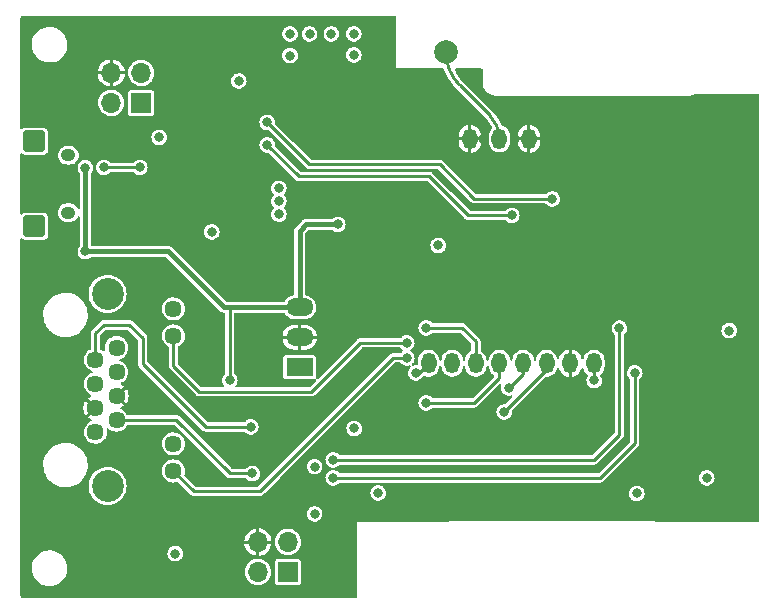
<source format=gbl>
G04 #@! TF.GenerationSoftware,KiCad,Pcbnew,(6.0.8-1)-1*
G04 #@! TF.CreationDate,2022-12-08T10:34:48+01:00*
G04 #@! TF.ProjectId,ithowifi_4l,6974686f-7769-4666-995f-346c2e6b6963,rev?*
G04 #@! TF.SameCoordinates,Original*
G04 #@! TF.FileFunction,Copper,L4,Bot*
G04 #@! TF.FilePolarity,Positive*
%FSLAX46Y46*%
G04 Gerber Fmt 4.6, Leading zero omitted, Abs format (unit mm)*
G04 Created by KiCad (PCBNEW (6.0.8-1)-1) date 2022-12-08 10:34:48*
%MOMM*%
%LPD*%
G01*
G04 APERTURE LIST*
G04 Aperture macros list*
%AMRoundRect*
0 Rectangle with rounded corners*
0 $1 Rounding radius*
0 $2 $3 $4 $5 $6 $7 $8 $9 X,Y pos of 4 corners*
0 Add a 4 corners polygon primitive as box body*
4,1,4,$2,$3,$4,$5,$6,$7,$8,$9,$2,$3,0*
0 Add four circle primitives for the rounded corners*
1,1,$1+$1,$2,$3*
1,1,$1+$1,$4,$5*
1,1,$1+$1,$6,$7*
1,1,$1+$1,$8,$9*
0 Add four rect primitives between the rounded corners*
20,1,$1+$1,$2,$3,$4,$5,0*
20,1,$1+$1,$4,$5,$6,$7,0*
20,1,$1+$1,$6,$7,$8,$9,0*
20,1,$1+$1,$8,$9,$2,$3,0*%
G04 Aperture macros list end*
G04 #@! TA.AperFunction,ComponentPad*
%ADD10R,1.700000X1.700000*%
G04 #@! TD*
G04 #@! TA.AperFunction,ComponentPad*
%ADD11O,1.700000X1.700000*%
G04 #@! TD*
G04 #@! TA.AperFunction,ComponentPad*
%ADD12RoundRect,0.273000X-0.677000X0.637000X-0.677000X-0.637000X0.677000X-0.637000X0.677000X0.637000X0*%
G04 #@! TD*
G04 #@! TA.AperFunction,ComponentPad*
%ADD13O,1.250000X1.050000*%
G04 #@! TD*
G04 #@! TA.AperFunction,ComponentPad*
%ADD14R,2.300000X1.500000*%
G04 #@! TD*
G04 #@! TA.AperFunction,ComponentPad*
%ADD15O,2.300000X1.500000*%
G04 #@! TD*
G04 #@! TA.AperFunction,ComponentPad*
%ADD16C,1.446000*%
G04 #@! TD*
G04 #@! TA.AperFunction,ComponentPad*
%ADD17C,2.700000*%
G04 #@! TD*
G04 #@! TA.AperFunction,ComponentPad*
%ADD18C,2.000000*%
G04 #@! TD*
G04 #@! TA.AperFunction,SMDPad,CuDef*
%ADD19O,1.300000X1.750000*%
G04 #@! TD*
G04 #@! TA.AperFunction,ViaPad*
%ADD20C,0.800000*%
G04 #@! TD*
G04 #@! TA.AperFunction,Conductor*
%ADD21C,0.406400*%
G04 #@! TD*
G04 #@! TA.AperFunction,Conductor*
%ADD22C,0.254000*%
G04 #@! TD*
G04 #@! TA.AperFunction,Conductor*
%ADD23C,0.293370*%
G04 #@! TD*
G04 APERTURE END LIST*
D10*
X75666600Y-154025600D03*
D11*
X73126600Y-154025600D03*
X75666600Y-151485600D03*
X73126600Y-151485600D03*
D12*
X54178200Y-124768000D03*
D13*
X57078200Y-123593000D03*
D12*
X54178200Y-117568000D03*
D13*
X57078200Y-118743000D03*
D14*
X76654900Y-136686000D03*
D15*
X76654900Y-134146000D03*
X76654900Y-131606000D03*
D16*
X59372500Y-142176500D03*
X61152500Y-141156500D03*
X59372500Y-140136500D03*
X61152500Y-139116500D03*
X59372500Y-138096500D03*
X61152500Y-137076500D03*
X59372500Y-136056500D03*
X61152500Y-135036500D03*
X65962500Y-145466500D03*
X65962500Y-143176500D03*
X65962500Y-134036500D03*
X65962500Y-131746500D03*
D17*
X60392500Y-130476500D03*
X60392500Y-146736500D03*
D10*
X63246000Y-114300000D03*
D11*
X60706000Y-114300000D03*
X63246000Y-111760000D03*
X60706000Y-111760000D03*
D18*
X89052400Y-110032800D03*
D19*
X101570000Y-136347358D03*
X99570000Y-136347358D03*
X97570000Y-136347358D03*
X95570000Y-136347358D03*
X93570000Y-136347358D03*
X91570000Y-136347358D03*
X89570000Y-136347358D03*
X87570000Y-136347358D03*
X91070000Y-117347358D03*
X93570000Y-117347358D03*
X96070000Y-117347358D03*
D20*
X84996300Y-121531200D03*
X84996300Y-123731200D03*
X84996300Y-122631200D03*
X92202000Y-116078000D03*
X89027000Y-112776000D03*
X93599000Y-114935000D03*
X92710000Y-114046000D03*
X91567000Y-112903000D03*
X86995000Y-111887000D03*
X88265000Y-111887000D03*
X85598000Y-111887000D03*
X91694000Y-111887000D03*
X109270800Y-148844000D03*
X76225400Y-114427000D03*
X96578000Y-114173000D03*
X94488000Y-118745000D03*
X100177600Y-142824200D03*
X115062000Y-114173000D03*
X100177600Y-141300200D03*
X100177600Y-139750800D03*
X90043000Y-113919000D03*
X94488000Y-116078000D03*
X111838000Y-114173000D03*
X98679000Y-139750800D03*
X101678000Y-114173000D03*
X103378000Y-114173000D03*
X90551000Y-111887000D03*
X97155000Y-139725400D03*
X98679000Y-141300200D03*
X108438000Y-114173000D03*
X98278000Y-114173000D03*
X92202000Y-117348000D03*
X84201000Y-111887000D03*
X84201000Y-107442000D03*
X94878000Y-114173000D03*
X106738000Y-114173000D03*
X97155000Y-141274800D03*
X110138000Y-114173000D03*
X92710000Y-118745000D03*
X98679000Y-142824200D03*
X91059000Y-114935000D03*
X113538000Y-114173000D03*
X87630000Y-148590000D03*
X84201000Y-108966000D03*
X105038000Y-114173000D03*
X105308400Y-148640800D03*
X99978000Y-114173000D03*
X94869000Y-117348000D03*
X97155000Y-142798800D03*
X84201000Y-110490000D03*
X70739000Y-137795000D03*
X58510873Y-126883727D03*
X79883000Y-124587000D03*
X58510873Y-119790990D03*
X74896300Y-121531200D03*
X74896300Y-123731200D03*
X74896300Y-122631200D03*
X75844400Y-110299500D03*
X75844400Y-108458000D03*
X77495400Y-108458000D03*
X79336900Y-108458000D03*
X81241900Y-108458000D03*
X81241900Y-110236000D03*
X66120300Y-152467600D03*
X113030000Y-133578600D03*
X64770000Y-117221000D03*
X71501000Y-112445800D03*
X69215000Y-125222000D03*
X83312000Y-147320000D03*
X101600000Y-137795000D03*
X77927200Y-145097506D03*
X105206800Y-147370800D03*
X81280000Y-141859000D03*
X111125000Y-146050000D03*
X88392000Y-126365000D03*
X77927200Y-149098000D03*
X93980000Y-140462000D03*
X87376000Y-139700000D03*
X94361000Y-138430000D03*
X86487000Y-137160000D03*
X87376000Y-133350000D03*
X79502000Y-144526000D03*
X103733600Y-133375400D03*
X105029000Y-137160000D03*
X79502000Y-146050000D03*
X85725000Y-135890000D03*
X60071000Y-119761000D03*
X63119000Y-119761000D03*
X72644000Y-145669000D03*
X72517000Y-141732000D03*
X73914000Y-115951000D03*
X98044000Y-122428000D03*
X94615000Y-123825000D03*
X73914000Y-117856000D03*
X85725000Y-134620000D03*
D21*
X58510873Y-126883727D02*
X58510873Y-119790990D01*
D22*
X70739000Y-137795000D02*
X70739000Y-131606000D01*
D21*
X76654900Y-131606000D02*
X76654900Y-125148100D01*
X65542727Y-126883727D02*
X58510873Y-126883727D01*
D22*
X70739000Y-131606000D02*
X76654900Y-131606000D01*
D21*
X77216000Y-124587000D02*
X79883000Y-124587000D01*
X76654900Y-131606000D02*
X70265000Y-131606000D01*
X76654900Y-125148100D02*
X77216000Y-124587000D01*
X70265000Y-131606000D02*
X65542727Y-126883727D01*
D22*
X101570000Y-137765000D02*
X101600000Y-137795000D01*
X101570000Y-136347358D02*
X101570000Y-137765000D01*
D23*
X97570000Y-136872000D02*
X93980000Y-140462000D01*
X97570000Y-136347358D02*
X97570000Y-136872000D01*
X93570000Y-137570000D02*
X91440000Y-139700000D01*
X93570000Y-136347358D02*
X93570000Y-137570000D01*
X91440000Y-139700000D02*
X87376000Y-139700000D01*
X95570000Y-137221000D02*
X95570000Y-136347358D01*
X94361000Y-138430000D02*
X95570000Y-137221000D01*
D22*
X86757358Y-137160000D02*
X87570000Y-136347358D01*
X86487000Y-137160000D02*
X86757358Y-137160000D01*
D23*
X90424000Y-133350000D02*
X87376000Y-133350000D01*
X91570000Y-136347358D02*
X91570000Y-134496000D01*
X91570000Y-134496000D02*
X90424000Y-133350000D01*
X103733600Y-142392400D02*
X101600000Y-144526000D01*
X101600000Y-144526000D02*
X79502000Y-144526000D01*
X103733600Y-133375400D02*
X103733600Y-142392400D01*
X105029000Y-137160000D02*
X105029000Y-143129000D01*
X102108000Y-146050000D02*
X79502000Y-146050000D01*
X105029000Y-143129000D02*
X102108000Y-146050000D01*
D22*
X84582000Y-135890000D02*
X85725000Y-135890000D01*
X67689000Y-147193000D02*
X73279000Y-147193000D01*
X65962500Y-145466500D02*
X67689000Y-147193000D01*
X73279000Y-147193000D02*
X84582000Y-135890000D01*
X63119000Y-119761000D02*
X60071000Y-119761000D01*
D23*
X92741725Y-115347725D02*
X90201873Y-112807873D01*
X92741702Y-115347748D02*
G75*
G02*
X93570000Y-117347358I-1999602J-1999652D01*
G01*
X89052416Y-110032800D02*
G75*
G03*
X90201873Y-112807873I3924584J0D01*
G01*
X66226500Y-141156500D02*
X61152500Y-141156500D01*
X72644000Y-145669000D02*
X70739000Y-145669000D01*
X70739000Y-145669000D02*
X66226500Y-141156500D01*
X68707000Y-141732000D02*
X63373000Y-136398000D01*
X63373000Y-134239000D02*
X62230000Y-133096000D01*
X62230000Y-133096000D02*
X60071000Y-133096000D01*
X63373000Y-136398000D02*
X63373000Y-134239000D01*
X60071000Y-133096000D02*
X59372500Y-133794500D01*
X72517000Y-141732000D02*
X68707000Y-141732000D01*
X59372500Y-133794500D02*
X59372500Y-136056500D01*
D22*
X91440000Y-122428000D02*
X98044000Y-122428000D01*
X77470000Y-119507000D02*
X88519000Y-119507000D01*
X88519000Y-119507000D02*
X91440000Y-122428000D01*
X73914000Y-115951000D02*
X77470000Y-119507000D01*
D23*
X90932000Y-123825000D02*
X87630000Y-120523000D01*
X94615000Y-123825000D02*
X90932000Y-123825000D01*
X76581000Y-120523000D02*
X73914000Y-117856000D01*
X87630000Y-120523000D02*
X76581000Y-120523000D01*
D22*
X85598000Y-134620000D02*
X81788000Y-134620000D01*
X68148200Y-138760200D02*
X65962500Y-136574500D01*
X81788000Y-134620000D02*
X77647800Y-138760200D01*
X81788000Y-134620000D02*
X85725000Y-134620000D01*
X77647800Y-138760200D02*
X68148200Y-138760200D01*
X65962500Y-136574500D02*
X65962500Y-134036500D01*
G04 #@! TA.AperFunction,Conductor*
G36*
X84794531Y-106941713D02*
G01*
X84831076Y-106992013D01*
X84836000Y-107023100D01*
X84836000Y-111379000D01*
X88791997Y-111379000D01*
X88851128Y-111398213D01*
X88887941Y-111449349D01*
X88891597Y-111460943D01*
X88908228Y-111513692D01*
X89052777Y-111862669D01*
X89227191Y-112197721D01*
X89430143Y-112516296D01*
X89431470Y-112518025D01*
X89431476Y-112518034D01*
X89615451Y-112757798D01*
X89660088Y-112815971D01*
X89906238Y-113084602D01*
X89907657Y-113086339D01*
X89909726Y-113088409D01*
X89910086Y-113088801D01*
X89914653Y-113095087D01*
X89921056Y-113099739D01*
X89921057Y-113099740D01*
X89934112Y-113109225D01*
X89946115Y-113119477D01*
X92430122Y-115603483D01*
X92440373Y-115615485D01*
X92454512Y-115634945D01*
X92464774Y-115642401D01*
X92480650Y-115656750D01*
X92635601Y-115830136D01*
X92642635Y-115838956D01*
X92793572Y-116051676D01*
X92799574Y-116061228D01*
X92909177Y-116259532D01*
X92925747Y-116289513D01*
X92930641Y-116299675D01*
X92944271Y-116332578D01*
X92957704Y-116365008D01*
X92962583Y-116426990D01*
X92939524Y-116470819D01*
X92834214Y-116587778D01*
X92739147Y-116752438D01*
X92680392Y-116933266D01*
X92665500Y-117074957D01*
X92665500Y-117619759D01*
X92665775Y-117622375D01*
X92679645Y-117754339D01*
X92680392Y-117761450D01*
X92739147Y-117942278D01*
X92834214Y-118106938D01*
X92961438Y-118248235D01*
X93115259Y-118359993D01*
X93288955Y-118437327D01*
X93294105Y-118438422D01*
X93294106Y-118438422D01*
X93469779Y-118475763D01*
X93469784Y-118475764D01*
X93474933Y-118476858D01*
X93665067Y-118476858D01*
X93670216Y-118475764D01*
X93670221Y-118475763D01*
X93845894Y-118438422D01*
X93845895Y-118438422D01*
X93851045Y-118437327D01*
X94024741Y-118359993D01*
X94178562Y-118248235D01*
X94305786Y-118106938D01*
X94400853Y-117942278D01*
X94459608Y-117761450D01*
X94460356Y-117754339D01*
X94474225Y-117622375D01*
X94474500Y-117619759D01*
X94474500Y-117618290D01*
X95115200Y-117618290D01*
X95115457Y-117623365D01*
X95129363Y-117760266D01*
X95131402Y-117770199D01*
X95186363Y-117945579D01*
X95190351Y-117954885D01*
X95279454Y-118115632D01*
X95285239Y-118123955D01*
X95404840Y-118263494D01*
X95412181Y-118270485D01*
X95557395Y-118383125D01*
X95565999Y-118388501D01*
X95730895Y-118469640D01*
X95740396Y-118473174D01*
X95918248Y-118519500D01*
X95927372Y-118520913D01*
X95940181Y-118517481D01*
X95942659Y-118514420D01*
X95943000Y-118512581D01*
X95943000Y-118502887D01*
X96197000Y-118502887D01*
X96201188Y-118515777D01*
X96202243Y-118516543D01*
X96208598Y-118517066D01*
X96303635Y-118502693D01*
X96313459Y-118500170D01*
X96485931Y-118436712D01*
X96495046Y-118432267D01*
X96651241Y-118335422D01*
X96659274Y-118329235D01*
X96792798Y-118202967D01*
X96799431Y-118195283D01*
X96904845Y-118044738D01*
X96909786Y-118035895D01*
X96982776Y-117867227D01*
X96985842Y-117857561D01*
X97023677Y-117676458D01*
X97024669Y-117668817D01*
X97024732Y-117667624D01*
X97024800Y-117665020D01*
X97024800Y-117490291D01*
X97020612Y-117477401D01*
X97016423Y-117474358D01*
X96212933Y-117474358D01*
X96200043Y-117478546D01*
X96197000Y-117482735D01*
X96197000Y-118502887D01*
X95943000Y-118502887D01*
X95943000Y-117490291D01*
X95938812Y-117477401D01*
X95934623Y-117474358D01*
X95131133Y-117474358D01*
X95118243Y-117478546D01*
X95115200Y-117482735D01*
X95115200Y-117618290D01*
X94474500Y-117618290D01*
X94474500Y-117204425D01*
X95115200Y-117204425D01*
X95119388Y-117217315D01*
X95123577Y-117220358D01*
X95927067Y-117220358D01*
X95939957Y-117216170D01*
X95943000Y-117211981D01*
X95943000Y-117204425D01*
X96197000Y-117204425D01*
X96201188Y-117217315D01*
X96205377Y-117220358D01*
X97008867Y-117220358D01*
X97021757Y-117216170D01*
X97024800Y-117211981D01*
X97024800Y-117076426D01*
X97024543Y-117071351D01*
X97010637Y-116934450D01*
X97008598Y-116924517D01*
X96953637Y-116749137D01*
X96949649Y-116739831D01*
X96860546Y-116579084D01*
X96854761Y-116570761D01*
X96735160Y-116431222D01*
X96727819Y-116424231D01*
X96582605Y-116311591D01*
X96574001Y-116306215D01*
X96409105Y-116225076D01*
X96399604Y-116221542D01*
X96221752Y-116175216D01*
X96212628Y-116173803D01*
X96199819Y-116177235D01*
X96197341Y-116180296D01*
X96197000Y-116182135D01*
X96197000Y-117204425D01*
X95943000Y-117204425D01*
X95943000Y-116191829D01*
X95938812Y-116178939D01*
X95937757Y-116178173D01*
X95931402Y-116177650D01*
X95836365Y-116192023D01*
X95826541Y-116194546D01*
X95654069Y-116258004D01*
X95644954Y-116262449D01*
X95488759Y-116359294D01*
X95480726Y-116365481D01*
X95347202Y-116491749D01*
X95340569Y-116499433D01*
X95235155Y-116649978D01*
X95230214Y-116658821D01*
X95157224Y-116827489D01*
X95154158Y-116837155D01*
X95116323Y-117018258D01*
X95115331Y-117025899D01*
X95115268Y-117027092D01*
X95115200Y-117029696D01*
X95115200Y-117204425D01*
X94474500Y-117204425D01*
X94474500Y-117074957D01*
X94459608Y-116933266D01*
X94400853Y-116752438D01*
X94305786Y-116587778D01*
X94286952Y-116566860D01*
X94200872Y-116471259D01*
X94178562Y-116446481D01*
X94024741Y-116334723D01*
X93851045Y-116257389D01*
X93845892Y-116256294D01*
X93845887Y-116256292D01*
X93830830Y-116253091D01*
X93776987Y-116222002D01*
X93757030Y-116188583D01*
X93752970Y-116177235D01*
X93728966Y-116110152D01*
X93658662Y-115961510D01*
X93594368Y-115825576D01*
X93594366Y-115825572D01*
X93593313Y-115823346D01*
X93572163Y-115788061D01*
X93431471Y-115553338D01*
X93431468Y-115553334D01*
X93430200Y-115551218D01*
X93403333Y-115514992D01*
X93272302Y-115338323D01*
X93241200Y-115296388D01*
X93168702Y-115216400D01*
X93038788Y-115073066D01*
X93034634Y-115067953D01*
X93033593Y-115066912D01*
X93028938Y-115060505D01*
X93022531Y-115055850D01*
X93009482Y-115046369D01*
X92997480Y-115036118D01*
X90513480Y-112552118D01*
X90503228Y-112540114D01*
X90493749Y-112527067D01*
X90493747Y-112527065D01*
X90489093Y-112520659D01*
X90480549Y-112514451D01*
X90477769Y-112512431D01*
X90462364Y-112498605D01*
X90256679Y-112271662D01*
X90250416Y-112264031D01*
X90071888Y-112023310D01*
X90050328Y-111994240D01*
X90044846Y-111986035D01*
X90010619Y-111928929D01*
X89872171Y-111697941D01*
X89867518Y-111689236D01*
X89788712Y-111522611D01*
X89780799Y-111460943D01*
X89810645Y-111406401D01*
X89866850Y-111379818D01*
X89879654Y-111379000D01*
X92050487Y-111379000D01*
X92109618Y-111398213D01*
X92146163Y-111448513D01*
X92151086Y-111479631D01*
X92150746Y-112420433D01*
X92150714Y-112508011D01*
X92148272Y-112530003D01*
X92145791Y-112541059D01*
X92147486Y-112550822D01*
X92147431Y-112553089D01*
X92147848Y-112556699D01*
X92150495Y-112602047D01*
X92156960Y-112712830D01*
X92157738Y-112726169D01*
X92158661Y-112730227D01*
X92158662Y-112730231D01*
X92181921Y-112832443D01*
X92198874Y-112906945D01*
X92200454Y-112910796D01*
X92200455Y-112910801D01*
X92208081Y-112929395D01*
X92269223Y-113078477D01*
X92366863Y-113236080D01*
X92489128Y-113375448D01*
X92492352Y-113378083D01*
X92492355Y-113378086D01*
X92549673Y-113424934D01*
X92632676Y-113492776D01*
X92793589Y-113584859D01*
X92967471Y-113649181D01*
X93090338Y-113672665D01*
X93145480Y-113683205D01*
X93145482Y-113683205D01*
X93149572Y-113683987D01*
X93299345Y-113687491D01*
X93319207Y-113687956D01*
X93322934Y-113688255D01*
X93325171Y-113688122D01*
X93334986Y-113689476D01*
X93344571Y-113686970D01*
X93353760Y-113686425D01*
X93365238Y-113684950D01*
X99893290Y-113685292D01*
X109638246Y-113685802D01*
X109657853Y-113687734D01*
X109673223Y-113690791D01*
X109682941Y-113688858D01*
X109683757Y-113688858D01*
X109690418Y-113687873D01*
X109817372Y-113675470D01*
X109817374Y-113675470D01*
X109822252Y-113674993D01*
X109826943Y-113673582D01*
X109826945Y-113673582D01*
X109960961Y-113633284D01*
X109960964Y-113633283D01*
X109965649Y-113631874D01*
X109998693Y-113614384D01*
X110093658Y-113564120D01*
X110093662Y-113564117D01*
X110097993Y-113561825D01*
X110101799Y-113558738D01*
X110105890Y-113556033D01*
X110107084Y-113557839D01*
X110163036Y-113538000D01*
X115476900Y-113538000D01*
X115536031Y-113557213D01*
X115572576Y-113607513D01*
X115577500Y-113638600D01*
X115577500Y-149667400D01*
X115558287Y-149726531D01*
X115507987Y-149763076D01*
X115476900Y-149768000D01*
X106849836Y-149768000D01*
X106793947Y-149751047D01*
X106759854Y-149728266D01*
X106685620Y-149713500D01*
X106660553Y-149708514D01*
X106650835Y-149710447D01*
X106650834Y-149710447D01*
X106645203Y-149711567D01*
X106625578Y-149713500D01*
X89395528Y-149713500D01*
X89375903Y-149711567D01*
X89370272Y-149710447D01*
X89370271Y-149710447D01*
X89360553Y-149708514D01*
X89335486Y-149713500D01*
X89261252Y-149728266D01*
X89227159Y-149751047D01*
X89171270Y-149768000D01*
X81532000Y-149768000D01*
X81532000Y-156112900D01*
X81512787Y-156172031D01*
X81462487Y-156208576D01*
X81431400Y-156213500D01*
X53266975Y-156213500D01*
X53247350Y-156211567D01*
X53241719Y-156210447D01*
X53241718Y-156210447D01*
X53232000Y-156208514D01*
X53222283Y-156210447D01*
X53220639Y-156210447D01*
X53204911Y-156209210D01*
X53171867Y-156203976D01*
X53141944Y-156194253D01*
X53101894Y-156173847D01*
X53076433Y-156155348D01*
X53044652Y-156123567D01*
X53026152Y-156098104D01*
X53005747Y-156058056D01*
X52996024Y-156028133D01*
X52990790Y-155995089D01*
X52989553Y-155979361D01*
X52989553Y-155977717D01*
X52991486Y-155968000D01*
X52988433Y-155952650D01*
X52986500Y-155933025D01*
X52986500Y-153756677D01*
X53973524Y-153756677D01*
X53973989Y-153760695D01*
X53973989Y-153760698D01*
X53989776Y-153897135D01*
X54001351Y-153997176D01*
X54067271Y-154230133D01*
X54169589Y-154449553D01*
X54190815Y-154480786D01*
X54207172Y-154504854D01*
X54206824Y-154505091D01*
X54207925Y-154506303D01*
X54207935Y-154506321D01*
X54210393Y-154509595D01*
X54210445Y-154509672D01*
X54210935Y-154510450D01*
X54211734Y-154511568D01*
X54303393Y-154646442D01*
X54303397Y-154646447D01*
X54305671Y-154649793D01*
X54308454Y-154652735D01*
X54308454Y-154652736D01*
X54354137Y-154701044D01*
X54353758Y-154701403D01*
X54355303Y-154702597D01*
X54356083Y-154703636D01*
X54359066Y-154706487D01*
X54359495Y-154706897D01*
X54363067Y-154710488D01*
X54472018Y-154825699D01*
X54475224Y-154828150D01*
X54528410Y-154868814D01*
X54530608Y-154870544D01*
X54531489Y-154871257D01*
X54534468Y-154874104D01*
X54540221Y-154878028D01*
X54544611Y-154881200D01*
X54664348Y-154972747D01*
X54667904Y-154974654D01*
X54667906Y-154974655D01*
X54728442Y-155007114D01*
X54731274Y-155008832D01*
X54731301Y-155008784D01*
X54734889Y-155010822D01*
X54738300Y-155013149D01*
X54742044Y-155014887D01*
X54746092Y-155016766D01*
X54751269Y-155019354D01*
X54790548Y-155040415D01*
X54877715Y-155087153D01*
X54881542Y-155088471D01*
X54881545Y-155088472D01*
X54950318Y-155112152D01*
X54955599Y-155114280D01*
X54958352Y-155115293D01*
X54962104Y-155117035D01*
X54966084Y-155118139D01*
X54966090Y-155118141D01*
X54971452Y-155119628D01*
X54977316Y-155121449D01*
X55101451Y-155164192D01*
X55106629Y-155165975D01*
X55110606Y-155166662D01*
X55110610Y-155166663D01*
X55156302Y-155174555D01*
X55186397Y-155179753D01*
X55195472Y-155181790D01*
X55195888Y-155181869D01*
X55199871Y-155182974D01*
X55209944Y-155184051D01*
X55210209Y-155184079D01*
X55216635Y-155184977D01*
X55342079Y-155206644D01*
X55345200Y-155207183D01*
X55348359Y-155207326D01*
X55348364Y-155207327D01*
X55360707Y-155207887D01*
X55374203Y-155208500D01*
X55542841Y-155208500D01*
X55723324Y-155193979D01*
X55958439Y-155136229D01*
X56181297Y-155041631D01*
X56274184Y-154983137D01*
X56382743Y-154914774D01*
X56382746Y-154914772D01*
X56386163Y-154912620D01*
X56567768Y-154752514D01*
X56576225Y-154742219D01*
X56718871Y-154568558D01*
X56721439Y-154565432D01*
X56755843Y-154506321D01*
X56791018Y-154445884D01*
X56843222Y-154356188D01*
X56929984Y-154130165D01*
X56957894Y-153996564D01*
X72017748Y-153996564D01*
X72031024Y-154199122D01*
X72032157Y-154203583D01*
X72071802Y-154359682D01*
X72080992Y-154395869D01*
X72165977Y-154580216D01*
X72283133Y-154745989D01*
X72428538Y-154887635D01*
X72432374Y-154890198D01*
X72432375Y-154890199D01*
X72469154Y-154914774D01*
X72597320Y-155000412D01*
X72601556Y-155002232D01*
X72601558Y-155002233D01*
X72779589Y-155078721D01*
X72783828Y-155080542D01*
X72818874Y-155088472D01*
X72977316Y-155124324D01*
X72977319Y-155124324D01*
X72981816Y-155125342D01*
X73078348Y-155129135D01*
X73180044Y-155133131D01*
X73180045Y-155133131D01*
X73184653Y-155133312D01*
X73189210Y-155132651D01*
X73189215Y-155132651D01*
X73296913Y-155117035D01*
X73385545Y-155104184D01*
X73577765Y-155038934D01*
X73754876Y-154939747D01*
X73787493Y-154912620D01*
X73907398Y-154812895D01*
X73910945Y-154809945D01*
X73961305Y-154749394D01*
X74037799Y-154657421D01*
X74037801Y-154657418D01*
X74040747Y-154653876D01*
X74139934Y-154476765D01*
X74205184Y-154284545D01*
X74234312Y-154083653D01*
X74235832Y-154025600D01*
X74217258Y-153823459D01*
X74162157Y-153628087D01*
X74072376Y-153446028D01*
X73950920Y-153283379D01*
X73812560Y-153155480D01*
X74562100Y-153155480D01*
X74562101Y-154026397D01*
X74562101Y-154900666D01*
X74576866Y-154974901D01*
X74582369Y-154983136D01*
X74582369Y-154983137D01*
X74621454Y-155041631D01*
X74633116Y-155059084D01*
X74717299Y-155115334D01*
X74762495Y-155124324D01*
X74786681Y-155129135D01*
X74786682Y-155129135D01*
X74791533Y-155130100D01*
X74796480Y-155130100D01*
X75667396Y-155130099D01*
X76541666Y-155130099D01*
X76577148Y-155123042D01*
X76606184Y-155117267D01*
X76606186Y-155117266D01*
X76615901Y-155115334D01*
X76656103Y-155088472D01*
X76691847Y-155064588D01*
X76700084Y-155059084D01*
X76756334Y-154974901D01*
X76771100Y-154900667D01*
X76771100Y-154025600D01*
X76771099Y-153155472D01*
X76771099Y-153150534D01*
X76764042Y-153115052D01*
X76758267Y-153086016D01*
X76758266Y-153086014D01*
X76756334Y-153076299D01*
X76750830Y-153068061D01*
X76705588Y-153000353D01*
X76700084Y-152992116D01*
X76615901Y-152935866D01*
X76567361Y-152926211D01*
X76546519Y-152922065D01*
X76546518Y-152922065D01*
X76541667Y-152921100D01*
X76536720Y-152921100D01*
X75665804Y-152921101D01*
X74791534Y-152921101D01*
X74756052Y-152928158D01*
X74727016Y-152933933D01*
X74727014Y-152933934D01*
X74717299Y-152935866D01*
X74709064Y-152941369D01*
X74709063Y-152941369D01*
X74675559Y-152963756D01*
X74633116Y-152992116D01*
X74627612Y-153000353D01*
X74624494Y-153005019D01*
X74576866Y-153076299D01*
X74568319Y-153119268D01*
X74563574Y-153143125D01*
X74562100Y-153150533D01*
X74562100Y-153155480D01*
X73812560Y-153155480D01*
X73801858Y-153145587D01*
X73797962Y-153143129D01*
X73797957Y-153143125D01*
X73707447Y-153086018D01*
X73630181Y-153037267D01*
X73578758Y-153016751D01*
X73445925Y-152963756D01*
X73441639Y-152962046D01*
X73242546Y-152922444D01*
X73139951Y-152921101D01*
X73044185Y-152919847D01*
X73044181Y-152919847D01*
X73039571Y-152919787D01*
X72839510Y-152954164D01*
X72835188Y-152955758D01*
X72835186Y-152955759D01*
X72653391Y-153022827D01*
X72653388Y-153022828D01*
X72649063Y-153024424D01*
X72474610Y-153128212D01*
X72471144Y-153131251D01*
X72471142Y-153131253D01*
X72325459Y-153259014D01*
X72325456Y-153259017D01*
X72321992Y-153262055D01*
X72319139Y-153265674D01*
X72319138Y-153265675D01*
X72309552Y-153277835D01*
X72196320Y-153421469D01*
X72101803Y-153601115D01*
X72041607Y-153794978D01*
X72017748Y-153996564D01*
X56957894Y-153996564D01*
X56979493Y-153893177D01*
X56982861Y-153819025D01*
X56990292Y-153655368D01*
X56990476Y-153651323D01*
X56988301Y-153632526D01*
X56963114Y-153414840D01*
X56963113Y-153414836D01*
X56962649Y-153410824D01*
X56896729Y-153177867D01*
X56816128Y-153005019D01*
X56796122Y-152962116D01*
X56796121Y-152962115D01*
X56794411Y-152958447D01*
X56756828Y-152903146D01*
X56757176Y-152902909D01*
X56756075Y-152901697D01*
X56756065Y-152901679D01*
X56753607Y-152898405D01*
X56753555Y-152898328D01*
X56753065Y-152897550D01*
X56752266Y-152896432D01*
X56660607Y-152761558D01*
X56660603Y-152761553D01*
X56658329Y-152758207D01*
X56609863Y-152706956D01*
X56610242Y-152706597D01*
X56608697Y-152705403D01*
X56607917Y-152704364D01*
X56604504Y-152701102D01*
X56600927Y-152697506D01*
X56491982Y-152582301D01*
X56435581Y-152539179D01*
X56433392Y-152537456D01*
X56432511Y-152536743D01*
X56429532Y-152533896D01*
X56423779Y-152529972D01*
X56419384Y-152526796D01*
X56332930Y-152460696D01*
X65461029Y-152460696D01*
X65461694Y-152466720D01*
X65461694Y-152466724D01*
X65465414Y-152500415D01*
X65478413Y-152618153D01*
X65483509Y-152632078D01*
X65529665Y-152758207D01*
X65532853Y-152766919D01*
X65536239Y-152771958D01*
X65548462Y-152790147D01*
X65621208Y-152898405D01*
X65738376Y-153005019D01*
X65743703Y-153007911D01*
X65743704Y-153007912D01*
X65765004Y-153019477D01*
X65877593Y-153080608D01*
X65883463Y-153082148D01*
X66024955Y-153119268D01*
X66024956Y-153119268D01*
X66030822Y-153120807D01*
X66103016Y-153121941D01*
X66183152Y-153123200D01*
X66183154Y-153123200D01*
X66189216Y-153123295D01*
X66195127Y-153121941D01*
X66195129Y-153121941D01*
X66337722Y-153089283D01*
X66337725Y-153089282D01*
X66343632Y-153087929D01*
X66485155Y-153016751D01*
X66559348Y-152953384D01*
X66601005Y-152917806D01*
X66601007Y-152917804D01*
X66605614Y-152913869D01*
X66656849Y-152842568D01*
X66694518Y-152790147D01*
X66694520Y-152790144D01*
X66698055Y-152785224D01*
X66757142Y-152638241D01*
X66779462Y-152481407D01*
X66779607Y-152467600D01*
X66778428Y-152457852D01*
X66761305Y-152316355D01*
X66761304Y-152316353D01*
X66760576Y-152310333D01*
X66755103Y-152295848D01*
X66706725Y-152167822D01*
X66706724Y-152167821D01*
X66704580Y-152162146D01*
X66614853Y-152031592D01*
X66496575Y-151926211D01*
X66356574Y-151852084D01*
X66202933Y-151813492D01*
X66196876Y-151813460D01*
X66196874Y-151813460D01*
X66119750Y-151813056D01*
X66044521Y-151812662D01*
X66038624Y-151814078D01*
X66038622Y-151814078D01*
X65896382Y-151848227D01*
X65890484Y-151849643D01*
X65885098Y-151852423D01*
X65885095Y-151852424D01*
X65755102Y-151919519D01*
X65749714Y-151922300D01*
X65630339Y-152026438D01*
X65626853Y-152031398D01*
X65623203Y-152036592D01*
X65539250Y-152156044D01*
X65511431Y-152227395D01*
X65486647Y-152290965D01*
X65481706Y-152303637D01*
X65461029Y-152460696D01*
X56332930Y-152460696D01*
X56299652Y-152435253D01*
X56235558Y-152400886D01*
X56232726Y-152399168D01*
X56232699Y-152399216D01*
X56229111Y-152397178D01*
X56225700Y-152394851D01*
X56217905Y-152391233D01*
X56212731Y-152388646D01*
X56089853Y-152322760D01*
X56089852Y-152322759D01*
X56086285Y-152320847D01*
X56082458Y-152319529D01*
X56082455Y-152319528D01*
X56013682Y-152295848D01*
X56008401Y-152293720D01*
X56005648Y-152292707D01*
X56001896Y-152290965D01*
X55997916Y-152289861D01*
X55997910Y-152289859D01*
X55992548Y-152288372D01*
X55986684Y-152286551D01*
X55861190Y-152243340D01*
X55857371Y-152242025D01*
X55853394Y-152241338D01*
X55853390Y-152241337D01*
X55807698Y-152233445D01*
X55777603Y-152228247D01*
X55768528Y-152226210D01*
X55768112Y-152226131D01*
X55764129Y-152225026D01*
X55753792Y-152223921D01*
X55747365Y-152223023D01*
X55621921Y-152201356D01*
X55621920Y-152201356D01*
X55618800Y-152200817D01*
X55615641Y-152200674D01*
X55615636Y-152200673D01*
X55603293Y-152200113D01*
X55589797Y-152199500D01*
X55421159Y-152199500D01*
X55240676Y-152214021D01*
X55005561Y-152271771D01*
X54782703Y-152366369D01*
X54747328Y-152388646D01*
X54594843Y-152484671D01*
X54577837Y-152495380D01*
X54396232Y-152655486D01*
X54242561Y-152842568D01*
X54240528Y-152846062D01*
X54240526Y-152846064D01*
X54207687Y-152902488D01*
X54120778Y-153051812D01*
X54034016Y-153277835D01*
X53984507Y-153514823D01*
X53984324Y-153518858D01*
X53984323Y-153518864D01*
X53980588Y-153601115D01*
X53973524Y-153756677D01*
X52986500Y-153756677D01*
X52986500Y-151622155D01*
X71978190Y-151622155D01*
X71980830Y-151662431D01*
X71982264Y-151671485D01*
X72032240Y-151868268D01*
X72035303Y-151876915D01*
X72120302Y-152061291D01*
X72124889Y-152069235D01*
X72242056Y-152235024D01*
X72248028Y-152242016D01*
X72393446Y-152383677D01*
X72400582Y-152389455D01*
X72569382Y-152502244D01*
X72577457Y-152506627D01*
X72763979Y-152586764D01*
X72772718Y-152589603D01*
X72970723Y-152634407D01*
X72979833Y-152635606D01*
X72983679Y-152635757D01*
X72996724Y-152632078D01*
X72999379Y-152628710D01*
X72999600Y-152627473D01*
X72999600Y-152618211D01*
X73253600Y-152618211D01*
X73257788Y-152631101D01*
X73258978Y-152631965D01*
X73265053Y-152632483D01*
X73392776Y-152613964D01*
X73401703Y-152611821D01*
X73593949Y-152546563D01*
X73602333Y-152542830D01*
X73779465Y-152443631D01*
X73787033Y-152438430D01*
X73943118Y-152308615D01*
X73949615Y-152302118D01*
X74079430Y-152146033D01*
X74084631Y-152138465D01*
X74183830Y-151961333D01*
X74187563Y-151952949D01*
X74252821Y-151760703D01*
X74254964Y-151751776D01*
X74272858Y-151628368D01*
X74270563Y-151615011D01*
X74269509Y-151613985D01*
X74263569Y-151612600D01*
X73269533Y-151612600D01*
X73256643Y-151616788D01*
X73253600Y-151620977D01*
X73253600Y-152618211D01*
X72999600Y-152618211D01*
X72999600Y-151628533D01*
X72995412Y-151615643D01*
X72991223Y-151612600D01*
X71993497Y-151612600D01*
X71980607Y-151616788D01*
X71978498Y-151619691D01*
X71978190Y-151622155D01*
X52986500Y-151622155D01*
X52986500Y-151456564D01*
X74557748Y-151456564D01*
X74571024Y-151659122D01*
X74572157Y-151663583D01*
X74610605Y-151814969D01*
X74620992Y-151855869D01*
X74705977Y-152040216D01*
X74823133Y-152205989D01*
X74968538Y-152347635D01*
X74972374Y-152350198D01*
X74972375Y-152350199D01*
X74996575Y-152366369D01*
X75137320Y-152460412D01*
X75141556Y-152462232D01*
X75141558Y-152462233D01*
X75316021Y-152537188D01*
X75323828Y-152540542D01*
X75421761Y-152562702D01*
X75517316Y-152584324D01*
X75517319Y-152584324D01*
X75521816Y-152585342D01*
X75623235Y-152589327D01*
X75720044Y-152593131D01*
X75720045Y-152593131D01*
X75724653Y-152593312D01*
X75729210Y-152592651D01*
X75729215Y-152592651D01*
X75825099Y-152578748D01*
X75925545Y-152564184D01*
X76117765Y-152498934D01*
X76294876Y-152399747D01*
X76302853Y-152393113D01*
X76447398Y-152272895D01*
X76450945Y-152269945D01*
X76497726Y-152213697D01*
X76577799Y-152117421D01*
X76577801Y-152117418D01*
X76580747Y-152113876D01*
X76679934Y-151936765D01*
X76745184Y-151744545D01*
X76774312Y-151543653D01*
X76775832Y-151485600D01*
X76772743Y-151451982D01*
X76757680Y-151288047D01*
X76757679Y-151288042D01*
X76757258Y-151283459D01*
X76702157Y-151088087D01*
X76612376Y-150906028D01*
X76490920Y-150743379D01*
X76341858Y-150605587D01*
X76337962Y-150603129D01*
X76337957Y-150603125D01*
X76245811Y-150544986D01*
X76170181Y-150497267D01*
X75981639Y-150422046D01*
X75782546Y-150382444D01*
X75681059Y-150381116D01*
X75584185Y-150379847D01*
X75584181Y-150379847D01*
X75579571Y-150379787D01*
X75379510Y-150414164D01*
X75375188Y-150415758D01*
X75375186Y-150415759D01*
X75193391Y-150482827D01*
X75193388Y-150482828D01*
X75189063Y-150484424D01*
X75014610Y-150588212D01*
X75011144Y-150591251D01*
X75011142Y-150591253D01*
X74865459Y-150719014D01*
X74865456Y-150719017D01*
X74861992Y-150722055D01*
X74736320Y-150881469D01*
X74641803Y-151061115D01*
X74634712Y-151083953D01*
X74583448Y-151249050D01*
X74581607Y-151254978D01*
X74557748Y-151456564D01*
X52986500Y-151456564D01*
X52986500Y-151342777D01*
X71980561Y-151342777D01*
X71983205Y-151356070D01*
X71984804Y-151357548D01*
X71989597Y-151358600D01*
X72983667Y-151358600D01*
X72996557Y-151354412D01*
X72999600Y-151350223D01*
X72999600Y-151342667D01*
X73253600Y-151342667D01*
X73257788Y-151355557D01*
X73261977Y-151358600D01*
X74258744Y-151358600D01*
X74271634Y-151354412D01*
X74273329Y-151352079D01*
X74273740Y-151348401D01*
X74267349Y-151278841D01*
X74265676Y-151269819D01*
X74210568Y-151074421D01*
X74207277Y-151065847D01*
X74117486Y-150883768D01*
X74112691Y-150875943D01*
X73991218Y-150713272D01*
X73985073Y-150706447D01*
X73835997Y-150568643D01*
X73828708Y-150563049D01*
X73657015Y-150454720D01*
X73648828Y-150450548D01*
X73460268Y-150375320D01*
X73451467Y-150372713D01*
X73269228Y-150336463D01*
X73255768Y-150338056D01*
X73255734Y-150338087D01*
X73253600Y-150346265D01*
X73253600Y-151342667D01*
X72999600Y-151342667D01*
X72999600Y-150351548D01*
X72995412Y-150338658D01*
X72994797Y-150338211D01*
X72987537Y-150337688D01*
X72830980Y-150364589D01*
X72822108Y-150366966D01*
X72631647Y-150437231D01*
X72623348Y-150441190D01*
X72448882Y-150544986D01*
X72441450Y-150550386D01*
X72288816Y-150684242D01*
X72282495Y-150690903D01*
X72156808Y-150850337D01*
X72151808Y-150858036D01*
X72057279Y-151037705D01*
X72053766Y-151046187D01*
X71993563Y-151240073D01*
X71991655Y-151249050D01*
X71980561Y-151342777D01*
X52986500Y-151342777D01*
X52986500Y-149091096D01*
X77267929Y-149091096D01*
X77268594Y-149097120D01*
X77268594Y-149097124D01*
X77270576Y-149115071D01*
X77285313Y-149248553D01*
X77339753Y-149397319D01*
X77343139Y-149402358D01*
X77355362Y-149420547D01*
X77428108Y-149528805D01*
X77545276Y-149635419D01*
X77550603Y-149638311D01*
X77550604Y-149638312D01*
X77571904Y-149649877D01*
X77684493Y-149711008D01*
X77690363Y-149712548D01*
X77831855Y-149749668D01*
X77831856Y-149749668D01*
X77837722Y-149751207D01*
X77909916Y-149752341D01*
X77990052Y-149753600D01*
X77990054Y-149753600D01*
X77996116Y-149753695D01*
X78002027Y-149752341D01*
X78002029Y-149752341D01*
X78144622Y-149719683D01*
X78144625Y-149719682D01*
X78150532Y-149718329D01*
X78292055Y-149647151D01*
X78359006Y-149589970D01*
X78407905Y-149548206D01*
X78407907Y-149548204D01*
X78412514Y-149544269D01*
X78443754Y-149500794D01*
X78501418Y-149420547D01*
X78501420Y-149420544D01*
X78504955Y-149415624D01*
X78564042Y-149268641D01*
X78586362Y-149111807D01*
X78586507Y-149098000D01*
X78567476Y-148940733D01*
X78511480Y-148792546D01*
X78421753Y-148661992D01*
X78303475Y-148556611D01*
X78163474Y-148482484D01*
X78009833Y-148443892D01*
X78003776Y-148443860D01*
X78003774Y-148443860D01*
X77926650Y-148443456D01*
X77851421Y-148443062D01*
X77845524Y-148444478D01*
X77845522Y-148444478D01*
X77703282Y-148478627D01*
X77697384Y-148480043D01*
X77691998Y-148482823D01*
X77691995Y-148482824D01*
X77562002Y-148549919D01*
X77556614Y-148552700D01*
X77437239Y-148656838D01*
X77346150Y-148786444D01*
X77288606Y-148934037D01*
X77267929Y-149091096D01*
X52986500Y-149091096D01*
X52986500Y-144999255D01*
X54948458Y-144999255D01*
X54948804Y-145002881D01*
X54948804Y-145002884D01*
X54971236Y-145237992D01*
X54974364Y-145270780D01*
X54975228Y-145274310D01*
X54975229Y-145274317D01*
X55031937Y-145506061D01*
X55039195Y-145535722D01*
X55141592Y-145788530D01*
X55143430Y-145791670D01*
X55143432Y-145791673D01*
X55171519Y-145839641D01*
X55279412Y-146023908D01*
X55294757Y-146043096D01*
X55441243Y-146226267D01*
X55449766Y-146236925D01*
X55452428Y-146239411D01*
X55452431Y-146239415D01*
X55541060Y-146322207D01*
X55649087Y-146423120D01*
X55652077Y-146425195D01*
X55652078Y-146425195D01*
X55870202Y-146576514D01*
X55870206Y-146576516D01*
X55873198Y-146578592D01*
X55876460Y-146580215D01*
X55876462Y-146580216D01*
X56114142Y-146698460D01*
X56114146Y-146698461D01*
X56117405Y-146700083D01*
X56120863Y-146701217D01*
X56120869Y-146701219D01*
X56294457Y-146758123D01*
X56376592Y-146785048D01*
X56418284Y-146792287D01*
X56642309Y-146831185D01*
X56642315Y-146831186D01*
X56645329Y-146831709D01*
X56680220Y-146833446D01*
X56730290Y-146835939D01*
X56730303Y-146835939D01*
X56731522Y-146836000D01*
X56901782Y-146836000D01*
X56903596Y-146835868D01*
X56903606Y-146835868D01*
X57100906Y-146821552D01*
X57100907Y-146821552D01*
X57104543Y-146821288D01*
X57108101Y-146820502D01*
X57108104Y-146820502D01*
X57367323Y-146763272D01*
X57367325Y-146763271D01*
X57370887Y-146762485D01*
X57439473Y-146736500D01*
X58783039Y-146736500D01*
X58802854Y-146988275D01*
X58803776Y-146992117D01*
X58803777Y-146992121D01*
X58858380Y-147219555D01*
X58861812Y-147233851D01*
X58863323Y-147237499D01*
X58863324Y-147237502D01*
X58918175Y-147369924D01*
X58958460Y-147467180D01*
X59090419Y-147682517D01*
X59254439Y-147874561D01*
X59446483Y-148038581D01*
X59661820Y-148170540D01*
X59665469Y-148172051D01*
X59665468Y-148172051D01*
X59891498Y-148265676D01*
X59891501Y-148265677D01*
X59895149Y-148267188D01*
X59898988Y-148268110D01*
X59898992Y-148268111D01*
X60136879Y-148325223D01*
X60136883Y-148325224D01*
X60140725Y-148326146D01*
X60392500Y-148345961D01*
X60644275Y-148326146D01*
X60648117Y-148325224D01*
X60648121Y-148325223D01*
X60886008Y-148268111D01*
X60886012Y-148268110D01*
X60889851Y-148267188D01*
X60893499Y-148265677D01*
X60893502Y-148265676D01*
X61119532Y-148172051D01*
X61119531Y-148172051D01*
X61123180Y-148170540D01*
X61338517Y-148038581D01*
X61530561Y-147874561D01*
X61694581Y-147682517D01*
X61826540Y-147467180D01*
X61866825Y-147369924D01*
X61921676Y-147237502D01*
X61921677Y-147237499D01*
X61923188Y-147233851D01*
X61926621Y-147219555D01*
X61981223Y-146992121D01*
X61981224Y-146992117D01*
X61982146Y-146988275D01*
X62001961Y-146736500D01*
X61982146Y-146484725D01*
X61974094Y-146451185D01*
X61924111Y-146242992D01*
X61924110Y-146242988D01*
X61923188Y-146239149D01*
X61915620Y-146220877D01*
X61835212Y-146026755D01*
X61826540Y-146005820D01*
X61694581Y-145790483D01*
X61530561Y-145598439D01*
X61338517Y-145434419D01*
X61307041Y-145415130D01*
X61214699Y-145358543D01*
X61123180Y-145302460D01*
X61055237Y-145274317D01*
X60893502Y-145207324D01*
X60893499Y-145207323D01*
X60889851Y-145205812D01*
X60886012Y-145204890D01*
X60886008Y-145204889D01*
X60648121Y-145147777D01*
X60648117Y-145147776D01*
X60644275Y-145146854D01*
X60392500Y-145127039D01*
X60140725Y-145146854D01*
X60136883Y-145147776D01*
X60136879Y-145147777D01*
X59898992Y-145204889D01*
X59898988Y-145204890D01*
X59895149Y-145205812D01*
X59891501Y-145207323D01*
X59891498Y-145207324D01*
X59729763Y-145274317D01*
X59661820Y-145302460D01*
X59570301Y-145358543D01*
X59477960Y-145415130D01*
X59446483Y-145434419D01*
X59254439Y-145598439D01*
X59090419Y-145790483D01*
X58958460Y-146005820D01*
X58949788Y-146026755D01*
X58869381Y-146220877D01*
X58861812Y-146239149D01*
X58860890Y-146242988D01*
X58860889Y-146242992D01*
X58810906Y-146451185D01*
X58802854Y-146484725D01*
X58783039Y-146736500D01*
X57439473Y-146736500D01*
X57625953Y-146665849D01*
X57864398Y-146533405D01*
X57965466Y-146456272D01*
X58078319Y-146370145D01*
X58078321Y-146370144D01*
X58081225Y-146367927D01*
X58231076Y-146214637D01*
X58269341Y-146175494D01*
X58269344Y-146175491D01*
X58271894Y-146172882D01*
X58274040Y-146169934D01*
X58274044Y-146169929D01*
X58430258Y-145955312D01*
X58432410Y-145952356D01*
X58559410Y-145710969D01*
X58560624Y-145707532D01*
X58649022Y-145457209D01*
X58649023Y-145457205D01*
X58650234Y-145453776D01*
X58702980Y-145186166D01*
X58716542Y-144913745D01*
X58714078Y-144887914D01*
X58690982Y-144645846D01*
X58690982Y-144645845D01*
X58690636Y-144642220D01*
X58670411Y-144559564D01*
X58626671Y-144380817D01*
X58625805Y-144377278D01*
X58523408Y-144124470D01*
X58512361Y-144105602D01*
X58399776Y-143913323D01*
X58385588Y-143889092D01*
X58268507Y-143742689D01*
X58217511Y-143678922D01*
X58217510Y-143678920D01*
X58215234Y-143676075D01*
X58212572Y-143673589D01*
X58212569Y-143673585D01*
X58074997Y-143545073D01*
X58015913Y-143489880D01*
X58012922Y-143487805D01*
X57794798Y-143336486D01*
X57794794Y-143336484D01*
X57791802Y-143334408D01*
X57762463Y-143319812D01*
X57550858Y-143214540D01*
X57550854Y-143214539D01*
X57547595Y-143212917D01*
X57544137Y-143211783D01*
X57544131Y-143211781D01*
X57394670Y-143162786D01*
X64980366Y-143162786D01*
X64996407Y-143353811D01*
X65049246Y-143538083D01*
X65136870Y-143708582D01*
X65139921Y-143712432D01*
X65139924Y-143712436D01*
X65252883Y-143854954D01*
X65252886Y-143854957D01*
X65255943Y-143858814D01*
X65401928Y-143983057D01*
X65569265Y-144076579D01*
X65573946Y-144078100D01*
X65612857Y-144090743D01*
X65751581Y-144135817D01*
X65756465Y-144136399D01*
X65756468Y-144136400D01*
X65937040Y-144157932D01*
X65937041Y-144157932D01*
X65941930Y-144158515D01*
X66000995Y-144153970D01*
X66128153Y-144144186D01*
X66128156Y-144144186D01*
X66133062Y-144143808D01*
X66137798Y-144142486D01*
X66137802Y-144142485D01*
X66312962Y-144093579D01*
X66312966Y-144093578D01*
X66317699Y-144092256D01*
X66322086Y-144090040D01*
X66322091Y-144090038D01*
X66484411Y-144008044D01*
X66484414Y-144008042D01*
X66488805Y-144005824D01*
X66639865Y-143887803D01*
X66765124Y-143742689D01*
X66859812Y-143576009D01*
X66920321Y-143394112D01*
X66920937Y-143389237D01*
X66920938Y-143389232D01*
X66943996Y-143206707D01*
X66943997Y-143206699D01*
X66944347Y-143203925D01*
X66944730Y-143176500D01*
X66943386Y-143162786D01*
X66926504Y-142990616D01*
X66926024Y-142985717D01*
X66924602Y-142981007D01*
X66924601Y-142981002D01*
X66872040Y-142806915D01*
X66870617Y-142802201D01*
X66780620Y-142632942D01*
X66659462Y-142484387D01*
X66650054Y-142476604D01*
X66515544Y-142365327D01*
X66515539Y-142365324D01*
X66511756Y-142362194D01*
X66474615Y-142342112D01*
X66347452Y-142273355D01*
X66347448Y-142273353D01*
X66343129Y-142271018D01*
X66338432Y-142269564D01*
X66164706Y-142215787D01*
X66164704Y-142215787D01*
X66160005Y-142214332D01*
X65969357Y-142194294D01*
X65964456Y-142194740D01*
X65964453Y-142194740D01*
X65783347Y-142211222D01*
X65783345Y-142211222D01*
X65778448Y-142211668D01*
X65773730Y-142213057D01*
X65773728Y-142213057D01*
X65669663Y-142243685D01*
X65594550Y-142265792D01*
X65590195Y-142268069D01*
X65590192Y-142268070D01*
X65435576Y-142348902D01*
X65424667Y-142354605D01*
X65420828Y-142357692D01*
X65420826Y-142357693D01*
X65418136Y-142359856D01*
X65275270Y-142474723D01*
X65272104Y-142478496D01*
X65272100Y-142478500D01*
X65218430Y-142542462D01*
X65152049Y-142621572D01*
X65059698Y-142789558D01*
X65001734Y-142972283D01*
X65001186Y-142977170D01*
X65001185Y-142977174D01*
X64980914Y-143157898D01*
X64980366Y-143162786D01*
X57394670Y-143162786D01*
X57291867Y-143129086D01*
X57291868Y-143129086D01*
X57288408Y-143127952D01*
X57204668Y-143113412D01*
X57022691Y-143081815D01*
X57022685Y-143081814D01*
X57019671Y-143081291D01*
X56982473Y-143079439D01*
X56934710Y-143077061D01*
X56934697Y-143077061D01*
X56933478Y-143077000D01*
X56763218Y-143077000D01*
X56761404Y-143077132D01*
X56761394Y-143077132D01*
X56564094Y-143091448D01*
X56564093Y-143091448D01*
X56560457Y-143091712D01*
X56556899Y-143092498D01*
X56556896Y-143092498D01*
X56297677Y-143149728D01*
X56297675Y-143149729D01*
X56294113Y-143150515D01*
X56039047Y-143247151D01*
X55800602Y-143379595D01*
X55583775Y-143545073D01*
X55393106Y-143740118D01*
X55390960Y-143743066D01*
X55390956Y-143743071D01*
X55309519Y-143854954D01*
X55232590Y-143960644D01*
X55105590Y-144202031D01*
X55104377Y-144205465D01*
X55104376Y-144205468D01*
X55020148Y-144443984D01*
X55014766Y-144459224D01*
X54962020Y-144726834D01*
X54948458Y-144999255D01*
X52986500Y-144999255D01*
X52986500Y-142162786D01*
X58390366Y-142162786D01*
X58406407Y-142353811D01*
X58433422Y-142448025D01*
X58453464Y-142517918D01*
X58459246Y-142538083D01*
X58546870Y-142708582D01*
X58549921Y-142712432D01*
X58549924Y-142712436D01*
X58662883Y-142854954D01*
X58662886Y-142854957D01*
X58665943Y-142858814D01*
X58811928Y-142983057D01*
X58979265Y-143076579D01*
X58983946Y-143078100D01*
X59025027Y-143091448D01*
X59161581Y-143135817D01*
X59166465Y-143136399D01*
X59166468Y-143136400D01*
X59347040Y-143157932D01*
X59347041Y-143157932D01*
X59351930Y-143158515D01*
X59410995Y-143153970D01*
X59538153Y-143144186D01*
X59538156Y-143144186D01*
X59543062Y-143143808D01*
X59547798Y-143142486D01*
X59547802Y-143142485D01*
X59722962Y-143093579D01*
X59722966Y-143093578D01*
X59727699Y-143092256D01*
X59732086Y-143090040D01*
X59732091Y-143090038D01*
X59894411Y-143008044D01*
X59894414Y-143008042D01*
X59898805Y-143005824D01*
X60049865Y-142887803D01*
X60175124Y-142742689D01*
X60225646Y-142653754D01*
X60267382Y-142580287D01*
X60267383Y-142580285D01*
X60269812Y-142576009D01*
X60330321Y-142394112D01*
X60330937Y-142389237D01*
X60330938Y-142389232D01*
X60353996Y-142206707D01*
X60353997Y-142206699D01*
X60354347Y-142203925D01*
X60354618Y-142184554D01*
X60354691Y-142179314D01*
X60354691Y-142179309D01*
X60354730Y-142176500D01*
X60353442Y-142163358D01*
X60336504Y-141990611D01*
X60336504Y-141990609D01*
X60336024Y-141985717D01*
X60334603Y-141981010D01*
X60334287Y-141979415D01*
X60341649Y-141917678D01*
X60383893Y-141872059D01*
X60444883Y-141859983D01*
X60498171Y-141883264D01*
X60591928Y-141963057D01*
X60759265Y-142056579D01*
X60763946Y-142058100D01*
X60805273Y-142071528D01*
X60941581Y-142115817D01*
X60946465Y-142116399D01*
X60946468Y-142116400D01*
X61127040Y-142137932D01*
X61127041Y-142137932D01*
X61131930Y-142138515D01*
X61201199Y-142133185D01*
X61318153Y-142124186D01*
X61318156Y-142124186D01*
X61323062Y-142123808D01*
X61327798Y-142122486D01*
X61327802Y-142122485D01*
X61502962Y-142073579D01*
X61502966Y-142073578D01*
X61507699Y-142072256D01*
X61512086Y-142070040D01*
X61512091Y-142070038D01*
X61674411Y-141988044D01*
X61674414Y-141988042D01*
X61678805Y-141985824D01*
X61829865Y-141867803D01*
X61955124Y-141722689D01*
X62019940Y-141608593D01*
X62065852Y-141566670D01*
X62107410Y-141557685D01*
X66018653Y-141557685D01*
X66077784Y-141576898D01*
X66089788Y-141587150D01*
X70477646Y-145975008D01*
X70477650Y-145975011D01*
X70500250Y-145997611D01*
X70507304Y-146001205D01*
X70507305Y-146001206D01*
X70521673Y-146008527D01*
X70535133Y-146016775D01*
X70548188Y-146026260D01*
X70548192Y-146026262D01*
X70554595Y-146030914D01*
X70562122Y-146033360D01*
X70562125Y-146033361D01*
X70577473Y-146038348D01*
X70592056Y-146044389D01*
X70603069Y-146050000D01*
X70613482Y-146055306D01*
X70637243Y-146059069D01*
X70652584Y-146062752D01*
X70675459Y-146070185D01*
X72074245Y-146070185D01*
X72133376Y-146089398D01*
X72144810Y-146099912D01*
X72144908Y-146099805D01*
X72249005Y-146194525D01*
X72262076Y-146206419D01*
X72267403Y-146209311D01*
X72267404Y-146209312D01*
X72288704Y-146220877D01*
X72401293Y-146282008D01*
X72407163Y-146283548D01*
X72548655Y-146320668D01*
X72548656Y-146320668D01*
X72554522Y-146322207D01*
X72626716Y-146323341D01*
X72706852Y-146324600D01*
X72706854Y-146324600D01*
X72712916Y-146324695D01*
X72718827Y-146323341D01*
X72718829Y-146323341D01*
X72861422Y-146290683D01*
X72861425Y-146290682D01*
X72867332Y-146289329D01*
X73008855Y-146218151D01*
X73090038Y-146148814D01*
X73124705Y-146119206D01*
X73124707Y-146119204D01*
X73129314Y-146115269D01*
X73182831Y-146040792D01*
X73218218Y-145991547D01*
X73218220Y-145991544D01*
X73221755Y-145986624D01*
X73226424Y-145975011D01*
X73262191Y-145886037D01*
X73280842Y-145839641D01*
X73303162Y-145682807D01*
X73303307Y-145669000D01*
X73300865Y-145648815D01*
X73285005Y-145517755D01*
X73285004Y-145517753D01*
X73284276Y-145511733D01*
X73281619Y-145504700D01*
X73230425Y-145369222D01*
X73230424Y-145369221D01*
X73228280Y-145363546D01*
X73138553Y-145232992D01*
X73033067Y-145139008D01*
X73024804Y-145131646D01*
X73024803Y-145131645D01*
X73020275Y-145127611D01*
X72880274Y-145053484D01*
X72726633Y-145014892D01*
X72720576Y-145014860D01*
X72720574Y-145014860D01*
X72643450Y-145014456D01*
X72568221Y-145014062D01*
X72562324Y-145015478D01*
X72562322Y-145015478D01*
X72420082Y-145049627D01*
X72414184Y-145051043D01*
X72408798Y-145053823D01*
X72408795Y-145053824D01*
X72317774Y-145100804D01*
X72273414Y-145123700D01*
X72259186Y-145136112D01*
X72158610Y-145223850D01*
X72158608Y-145223852D01*
X72154039Y-145227838D01*
X72150552Y-145232799D01*
X72148993Y-145234531D01*
X72095149Y-145265617D01*
X72074234Y-145267815D01*
X70946847Y-145267815D01*
X70887716Y-145248602D01*
X70875712Y-145238350D01*
X66487854Y-140850492D01*
X66487850Y-140850489D01*
X66465250Y-140827889D01*
X66458195Y-140824294D01*
X66443827Y-140816973D01*
X66430367Y-140808725D01*
X66417312Y-140799240D01*
X66417308Y-140799238D01*
X66410905Y-140794586D01*
X66403378Y-140792140D01*
X66403375Y-140792139D01*
X66388027Y-140787152D01*
X66373444Y-140781111D01*
X66359075Y-140773790D01*
X66359076Y-140773790D01*
X66352018Y-140770194D01*
X66328257Y-140766431D01*
X66312916Y-140762748D01*
X66290041Y-140755315D01*
X62106768Y-140755315D01*
X62047637Y-140736102D01*
X62017943Y-140701944D01*
X62012437Y-140691588D01*
X61970620Y-140612942D01*
X61849462Y-140464387D01*
X61838231Y-140455096D01*
X61705544Y-140345327D01*
X61705539Y-140345324D01*
X61701756Y-140342194D01*
X61534827Y-140251936D01*
X61491952Y-140206912D01*
X61483729Y-140145284D01*
X61513300Y-140090593D01*
X61537317Y-140073650D01*
X61701495Y-139990717D01*
X61709768Y-139985467D01*
X61771367Y-139937340D01*
X61778947Y-139926101D01*
X61778875Y-139924042D01*
X61776133Y-139919738D01*
X61044030Y-139187635D01*
X61015804Y-139132237D01*
X61018168Y-139117311D01*
X61337218Y-139117311D01*
X61338028Y-139122423D01*
X61953192Y-139737587D01*
X61965271Y-139743742D01*
X61968605Y-139743214D01*
X61970847Y-139741455D01*
X61993211Y-139715547D01*
X61998854Y-139707547D01*
X62093555Y-139540845D01*
X62097538Y-139531898D01*
X62158055Y-139349977D01*
X62160225Y-139340429D01*
X62184518Y-139148120D01*
X62184909Y-139142529D01*
X62185234Y-139119314D01*
X62184999Y-139113702D01*
X62166084Y-138920799D01*
X62164181Y-138911185D01*
X62108770Y-138727656D01*
X62105035Y-138718595D01*
X62015028Y-138549315D01*
X62009609Y-138541159D01*
X61973785Y-138497235D01*
X61962394Y-138489894D01*
X61959773Y-138490040D01*
X61956302Y-138492303D01*
X61343373Y-139105232D01*
X61337218Y-139117311D01*
X61018168Y-139117311D01*
X61025530Y-139070829D01*
X61044030Y-139045365D01*
X61772976Y-138316419D01*
X61779131Y-138304340D01*
X61778691Y-138301563D01*
X61776301Y-138298580D01*
X61733807Y-138263425D01*
X61725695Y-138257954D01*
X61557039Y-138166762D01*
X61543482Y-138161064D01*
X61544325Y-138159059D01*
X61500515Y-138128142D01*
X61480489Y-138069282D01*
X61498885Y-138009891D01*
X61535721Y-137978101D01*
X61674411Y-137908044D01*
X61674414Y-137908042D01*
X61678805Y-137905824D01*
X61829865Y-137787803D01*
X61955124Y-137642689D01*
X62021649Y-137525584D01*
X62047382Y-137480287D01*
X62047383Y-137480285D01*
X62049812Y-137476009D01*
X62110321Y-137294112D01*
X62110937Y-137289237D01*
X62110938Y-137289232D01*
X62133996Y-137106707D01*
X62133997Y-137106699D01*
X62134347Y-137103925D01*
X62134730Y-137076500D01*
X62133386Y-137062786D01*
X62122806Y-136954885D01*
X62116024Y-136885717D01*
X62114602Y-136881007D01*
X62114601Y-136881002D01*
X62067196Y-136723992D01*
X62060617Y-136702201D01*
X61983029Y-136556280D01*
X61972931Y-136537288D01*
X61972930Y-136537287D01*
X61970620Y-136532942D01*
X61849462Y-136384387D01*
X61845674Y-136381253D01*
X61705544Y-136265327D01*
X61705539Y-136265324D01*
X61701756Y-136262194D01*
X61597624Y-136205890D01*
X61537452Y-136173355D01*
X61537448Y-136173353D01*
X61533129Y-136171018D01*
X61528432Y-136169564D01*
X61476027Y-136153342D01*
X61425221Y-136117503D01*
X61405185Y-136058646D01*
X61423570Y-135999252D01*
X61478721Y-135960347D01*
X61502961Y-135953579D01*
X61502962Y-135953579D01*
X61507699Y-135952256D01*
X61512086Y-135950040D01*
X61512091Y-135950038D01*
X61674411Y-135868044D01*
X61674414Y-135868042D01*
X61678805Y-135865824D01*
X61829865Y-135747803D01*
X61955124Y-135602689D01*
X62006108Y-135512942D01*
X62047382Y-135440287D01*
X62047383Y-135440285D01*
X62049812Y-135436009D01*
X62110321Y-135254112D01*
X62110937Y-135249237D01*
X62110938Y-135249232D01*
X62133996Y-135066707D01*
X62133997Y-135066699D01*
X62134347Y-135063925D01*
X62134730Y-135036500D01*
X62134188Y-135030965D01*
X62116504Y-134850616D01*
X62116024Y-134845717D01*
X62114602Y-134841007D01*
X62114601Y-134841002D01*
X62062040Y-134666915D01*
X62060617Y-134662201D01*
X61970620Y-134492942D01*
X61849462Y-134344387D01*
X61842346Y-134338500D01*
X61705544Y-134225327D01*
X61705539Y-134225324D01*
X61701756Y-134222194D01*
X61677173Y-134208902D01*
X61537452Y-134133355D01*
X61537448Y-134133353D01*
X61533129Y-134131018D01*
X61528432Y-134129564D01*
X61354706Y-134075787D01*
X61354704Y-134075787D01*
X61350005Y-134074332D01*
X61159357Y-134054294D01*
X61154456Y-134054740D01*
X61154453Y-134054740D01*
X60973347Y-134071222D01*
X60973345Y-134071222D01*
X60968448Y-134071668D01*
X60963730Y-134073057D01*
X60963728Y-134073057D01*
X60799853Y-134121288D01*
X60784550Y-134125792D01*
X60780195Y-134128069D01*
X60780192Y-134128070D01*
X60649865Y-134196204D01*
X60614667Y-134214605D01*
X60610828Y-134217692D01*
X60610826Y-134217693D01*
X60580862Y-134241785D01*
X60465270Y-134334723D01*
X60462104Y-134338496D01*
X60462100Y-134338500D01*
X60384199Y-134431340D01*
X60342049Y-134481572D01*
X60249698Y-134649558D01*
X60191734Y-134832283D01*
X60191186Y-134837170D01*
X60191185Y-134837174D01*
X60170914Y-135017898D01*
X60170366Y-135022786D01*
X60186407Y-135213811D01*
X60187764Y-135218543D01*
X60187765Y-135218549D01*
X60189802Y-135225653D01*
X60187630Y-135287789D01*
X60149350Y-135336781D01*
X60089583Y-135353917D01*
X60028973Y-135330891D01*
X59925555Y-135245336D01*
X59925550Y-135245332D01*
X59921756Y-135242194D01*
X59826436Y-135190655D01*
X59783561Y-135145631D01*
X59773685Y-135102163D01*
X59773685Y-134002347D01*
X59792898Y-133943216D01*
X59803150Y-133931212D01*
X60207711Y-133526650D01*
X60263109Y-133498424D01*
X60278846Y-133497185D01*
X62022153Y-133497185D01*
X62081284Y-133516398D01*
X62093288Y-133526650D01*
X62942350Y-134375711D01*
X62970576Y-134431109D01*
X62971815Y-134446846D01*
X62971815Y-136461541D01*
X62979248Y-136484416D01*
X62982931Y-136499757D01*
X62986694Y-136523518D01*
X62990290Y-136530575D01*
X62997611Y-136544944D01*
X63003652Y-136559527D01*
X63008639Y-136574875D01*
X63011086Y-136582405D01*
X63015738Y-136588808D01*
X63015740Y-136588812D01*
X63025225Y-136601867D01*
X63033473Y-136615327D01*
X63037224Y-136622689D01*
X63044389Y-136636750D01*
X63066989Y-136659350D01*
X63066992Y-136659354D01*
X68378389Y-141970750D01*
X68468250Y-142060611D01*
X68489688Y-142071535D01*
X68503127Y-142079770D01*
X68522595Y-142093914D01*
X68530117Y-142096358D01*
X68530123Y-142096361D01*
X68545473Y-142101348D01*
X68560056Y-142107389D01*
X68572184Y-142113568D01*
X68581482Y-142118306D01*
X68605243Y-142122069D01*
X68620584Y-142125752D01*
X68643459Y-142133185D01*
X71947245Y-142133185D01*
X72006376Y-142152398D01*
X72017810Y-142162912D01*
X72017908Y-142162805D01*
X72106795Y-142243685D01*
X72135076Y-142269419D01*
X72140403Y-142272311D01*
X72140404Y-142272312D01*
X72161704Y-142283877D01*
X72274293Y-142345008D01*
X72280163Y-142346548D01*
X72421655Y-142383668D01*
X72421656Y-142383668D01*
X72427522Y-142385207D01*
X72499716Y-142386341D01*
X72579852Y-142387600D01*
X72579854Y-142387600D01*
X72585916Y-142387695D01*
X72591827Y-142386341D01*
X72591829Y-142386341D01*
X72734422Y-142353683D01*
X72734425Y-142353682D01*
X72740332Y-142352329D01*
X72881855Y-142281151D01*
X72963731Y-142211222D01*
X72997705Y-142182206D01*
X72997707Y-142182204D01*
X73002314Y-142178269D01*
X73045402Y-142118306D01*
X73091218Y-142054547D01*
X73091220Y-142054544D01*
X73094755Y-142049624D01*
X73100527Y-142035267D01*
X73151580Y-141908267D01*
X73153842Y-141902641D01*
X73176162Y-141745807D01*
X73176307Y-141732000D01*
X73175181Y-141722689D01*
X73158005Y-141580755D01*
X73158004Y-141580753D01*
X73157276Y-141574733D01*
X73154230Y-141566670D01*
X73103425Y-141432222D01*
X73103424Y-141432221D01*
X73101280Y-141426546D01*
X73011553Y-141295992D01*
X72910962Y-141206369D01*
X72897804Y-141194646D01*
X72897803Y-141194645D01*
X72893275Y-141190611D01*
X72753274Y-141116484D01*
X72599633Y-141077892D01*
X72593576Y-141077860D01*
X72593574Y-141077860D01*
X72516450Y-141077456D01*
X72441221Y-141077062D01*
X72435324Y-141078478D01*
X72435322Y-141078478D01*
X72301554Y-141110593D01*
X72287184Y-141114043D01*
X72281798Y-141116823D01*
X72281795Y-141116824D01*
X72151953Y-141183841D01*
X72146414Y-141186700D01*
X72123867Y-141206369D01*
X72031610Y-141286850D01*
X72031608Y-141286852D01*
X72027039Y-141290838D01*
X72023552Y-141295799D01*
X72021993Y-141297531D01*
X71968149Y-141328617D01*
X71947234Y-141330815D01*
X68914846Y-141330815D01*
X68855715Y-141311602D01*
X68843711Y-141301350D01*
X63803650Y-136261288D01*
X63775424Y-136205890D01*
X63774185Y-136190153D01*
X63774185Y-134175459D01*
X63766752Y-134152584D01*
X63763069Y-134137242D01*
X63762083Y-134131018D01*
X63759306Y-134113482D01*
X63754568Y-134104184D01*
X63748389Y-134092056D01*
X63742348Y-134077473D01*
X63737361Y-134062123D01*
X63737358Y-134062117D01*
X63734914Y-134054595D01*
X63720770Y-134035127D01*
X63712535Y-134021688D01*
X63701611Y-134000250D01*
X63611750Y-133910389D01*
X62491354Y-132789992D01*
X62491350Y-132789989D01*
X62468750Y-132767389D01*
X62459593Y-132762723D01*
X62447327Y-132756473D01*
X62433867Y-132748225D01*
X62420812Y-132738740D01*
X62420808Y-132738738D01*
X62414405Y-132734086D01*
X62406878Y-132731640D01*
X62406875Y-132731639D01*
X62391527Y-132726652D01*
X62376944Y-132720611D01*
X62362575Y-132713290D01*
X62362576Y-132713290D01*
X62355518Y-132709694D01*
X62331757Y-132705931D01*
X62316416Y-132702248D01*
X62293541Y-132694815D01*
X60007459Y-132694815D01*
X59984584Y-132702248D01*
X59969243Y-132705931D01*
X59945482Y-132709694D01*
X59938424Y-132713290D01*
X59938425Y-132713290D01*
X59924056Y-132720611D01*
X59909473Y-132726652D01*
X59894123Y-132731639D01*
X59894117Y-132731642D01*
X59886595Y-132734086D01*
X59867127Y-132748230D01*
X59853688Y-132756465D01*
X59832250Y-132767389D01*
X59809646Y-132789993D01*
X59066492Y-133533146D01*
X59066489Y-133533150D01*
X59043889Y-133555750D01*
X59040295Y-133562804D01*
X59040294Y-133562805D01*
X59032973Y-133577173D01*
X59024725Y-133590633D01*
X59015240Y-133603688D01*
X59015238Y-133603692D01*
X59010586Y-133610095D01*
X59008140Y-133617622D01*
X59008139Y-133617625D01*
X59003152Y-133632973D01*
X58997111Y-133647556D01*
X58991865Y-133657852D01*
X58986194Y-133668982D01*
X58983277Y-133687398D01*
X58982431Y-133692742D01*
X58978748Y-133708084D01*
X58971315Y-133730959D01*
X58971315Y-135102241D01*
X58952102Y-135161372D01*
X58917323Y-135191393D01*
X58839032Y-135232323D01*
X58834667Y-135234605D01*
X58830828Y-135237692D01*
X58830826Y-135237693D01*
X58810405Y-135254112D01*
X58685270Y-135354723D01*
X58682104Y-135358496D01*
X58682100Y-135358500D01*
X58617063Y-135436009D01*
X58562049Y-135501572D01*
X58559680Y-135505881D01*
X58559678Y-135505884D01*
X58534885Y-135550983D01*
X58469698Y-135669558D01*
X58411734Y-135852283D01*
X58411186Y-135857170D01*
X58411185Y-135857174D01*
X58395634Y-135995817D01*
X58390366Y-136042786D01*
X58406407Y-136233811D01*
X58425663Y-136300965D01*
X58455571Y-136405265D01*
X58459246Y-136418083D01*
X58546870Y-136588582D01*
X58549921Y-136592432D01*
X58549924Y-136592436D01*
X58662883Y-136734954D01*
X58662886Y-136734957D01*
X58665943Y-136738814D01*
X58811928Y-136863057D01*
X58979265Y-136956579D01*
X59052359Y-136980329D01*
X59102658Y-137016872D01*
X59121871Y-137076004D01*
X59102658Y-137135135D01*
X59049675Y-137172511D01*
X59004550Y-137185792D01*
X59000195Y-137188069D01*
X59000192Y-137188070D01*
X58846865Y-137268228D01*
X58834667Y-137274605D01*
X58830828Y-137277692D01*
X58830826Y-137277693D01*
X58816404Y-137289289D01*
X58685270Y-137394723D01*
X58682104Y-137398496D01*
X58682100Y-137398500D01*
X58615708Y-137477624D01*
X58562049Y-137541572D01*
X58559680Y-137545881D01*
X58559678Y-137545884D01*
X58525210Y-137608582D01*
X58469698Y-137709558D01*
X58411734Y-137892283D01*
X58411186Y-137897170D01*
X58411185Y-137897174D01*
X58390914Y-138077898D01*
X58390366Y-138082786D01*
X58406407Y-138273811D01*
X58430974Y-138359487D01*
X58457128Y-138450695D01*
X58459246Y-138458083D01*
X58546870Y-138628582D01*
X58549921Y-138632432D01*
X58549924Y-138632436D01*
X58662883Y-138774954D01*
X58662886Y-138774957D01*
X58665943Y-138778814D01*
X58811928Y-138903057D01*
X58979265Y-138996579D01*
X58981668Y-138997360D01*
X59027596Y-139038137D01*
X59040947Y-139098861D01*
X59016055Y-139155835D01*
X58984994Y-139177740D01*
X58985616Y-139178930D01*
X58811350Y-139270033D01*
X58803160Y-139275392D01*
X58753403Y-139315397D01*
X58745982Y-139326739D01*
X58746101Y-139329173D01*
X58748525Y-139332920D01*
X59480970Y-140065365D01*
X59509196Y-140120763D01*
X59499470Y-140182171D01*
X59480970Y-140207635D01*
X58751651Y-140936954D01*
X58745496Y-140949033D01*
X58745995Y-140952181D01*
X58747963Y-140954673D01*
X58779334Y-140981371D01*
X58787376Y-140986961D01*
X58954736Y-141080495D01*
X58963705Y-141084413D01*
X58975252Y-141088165D01*
X59025553Y-141124710D01*
X59044766Y-141183841D01*
X59025554Y-141242972D01*
X58990774Y-141272994D01*
X58834667Y-141354605D01*
X58685270Y-141474723D01*
X58682104Y-141478496D01*
X58682100Y-141478500D01*
X58614367Y-141559222D01*
X58562049Y-141621572D01*
X58469698Y-141789558D01*
X58411734Y-141972283D01*
X58411186Y-141977170D01*
X58411185Y-141977174D01*
X58393131Y-142138137D01*
X58390366Y-142162786D01*
X52986500Y-142162786D01*
X52986500Y-140126982D01*
X58340240Y-140126982D01*
X58356282Y-140318026D01*
X58358052Y-140327669D01*
X58410895Y-140511958D01*
X58414503Y-140521068D01*
X58502138Y-140691588D01*
X58507440Y-140699816D01*
X58551547Y-140755464D01*
X58562836Y-140762965D01*
X58565085Y-140762870D01*
X58569107Y-140760288D01*
X59181627Y-140147768D01*
X59187782Y-140135689D01*
X59186972Y-140130577D01*
X58572250Y-139515855D01*
X58560171Y-139509700D01*
X58557208Y-139510170D01*
X58554471Y-139512346D01*
X58523508Y-139549247D01*
X58517972Y-139557334D01*
X58425615Y-139725331D01*
X58421753Y-139734340D01*
X58363785Y-139917080D01*
X58361747Y-139926667D01*
X58340376Y-140117192D01*
X58340240Y-140126982D01*
X52986500Y-140126982D01*
X52986500Y-132299255D01*
X54948458Y-132299255D01*
X54948804Y-132302881D01*
X54948804Y-132302884D01*
X54974018Y-132567154D01*
X54974364Y-132570780D01*
X54975228Y-132574310D01*
X54975229Y-132574317D01*
X55032561Y-132808611D01*
X55039195Y-132835722D01*
X55141592Y-133088530D01*
X55279412Y-133323908D01*
X55334243Y-133392471D01*
X55420679Y-133500553D01*
X55449766Y-133536925D01*
X55452428Y-133539411D01*
X55452431Y-133539415D01*
X55528094Y-133610095D01*
X55649087Y-133723120D01*
X55652077Y-133725195D01*
X55652078Y-133725195D01*
X55870202Y-133876514D01*
X55870206Y-133876516D01*
X55873198Y-133878592D01*
X55876460Y-133880215D01*
X55876462Y-133880216D01*
X56114142Y-133998460D01*
X56114146Y-133998461D01*
X56117405Y-134000083D01*
X56120863Y-134001217D01*
X56120869Y-134001219D01*
X56330216Y-134069845D01*
X56376592Y-134085048D01*
X56416954Y-134092056D01*
X56642309Y-134131185D01*
X56642315Y-134131186D01*
X56645329Y-134131709D01*
X56682527Y-134133561D01*
X56730290Y-134135939D01*
X56730303Y-134135939D01*
X56731522Y-134136000D01*
X56901782Y-134136000D01*
X56903596Y-134135868D01*
X56903606Y-134135868D01*
X57100906Y-134121552D01*
X57100907Y-134121552D01*
X57104543Y-134121288D01*
X57108101Y-134120502D01*
X57108104Y-134120502D01*
X57367323Y-134063272D01*
X57367325Y-134063271D01*
X57370887Y-134062485D01*
X57625953Y-133965849D01*
X57864398Y-133833405D01*
X57968873Y-133753672D01*
X58078319Y-133670145D01*
X58078321Y-133670144D01*
X58081225Y-133667927D01*
X58181174Y-133565684D01*
X58269341Y-133475494D01*
X58269344Y-133475491D01*
X58271894Y-133472882D01*
X58274040Y-133469934D01*
X58274044Y-133469929D01*
X58417277Y-133273146D01*
X58432410Y-133252356D01*
X58559410Y-133010969D01*
X58562498Y-133002225D01*
X58649022Y-132757209D01*
X58649023Y-132757205D01*
X58650234Y-132753776D01*
X58702980Y-132486166D01*
X58716542Y-132213745D01*
X58711825Y-132164300D01*
X58690982Y-131945846D01*
X58690982Y-131945845D01*
X58690636Y-131942220D01*
X58686132Y-131923811D01*
X58626671Y-131680817D01*
X58625805Y-131677278D01*
X58523408Y-131424470D01*
X58495564Y-131376915D01*
X58394043Y-131203532D01*
X58385588Y-131189092D01*
X58267662Y-131041633D01*
X58217511Y-130978922D01*
X58217510Y-130978920D01*
X58215234Y-130976075D01*
X58212572Y-130973589D01*
X58212569Y-130973585D01*
X58073158Y-130843355D01*
X58015913Y-130789880D01*
X57997205Y-130776902D01*
X57794798Y-130636486D01*
X57794794Y-130636484D01*
X57791802Y-130634408D01*
X57788538Y-130632784D01*
X57550858Y-130514540D01*
X57550854Y-130514539D01*
X57547595Y-130512917D01*
X57544137Y-130511783D01*
X57544131Y-130511781D01*
X57436505Y-130476500D01*
X58783039Y-130476500D01*
X58802854Y-130728275D01*
X58803776Y-130732117D01*
X58803777Y-130732121D01*
X58851250Y-130929856D01*
X58861812Y-130973851D01*
X58863323Y-130977499D01*
X58863324Y-130977502D01*
X58893873Y-131051253D01*
X58958460Y-131207180D01*
X58991223Y-131260644D01*
X59052074Y-131359943D01*
X59090419Y-131422517D01*
X59254439Y-131614561D01*
X59257447Y-131617130D01*
X59412216Y-131749314D01*
X59446483Y-131778581D01*
X59661820Y-131910540D01*
X59665469Y-131912051D01*
X59665468Y-131912051D01*
X59891498Y-132005676D01*
X59891501Y-132005677D01*
X59895149Y-132007188D01*
X59898988Y-132008110D01*
X59898992Y-132008111D01*
X60136879Y-132065223D01*
X60136883Y-132065224D01*
X60140725Y-132066146D01*
X60392500Y-132085961D01*
X60644275Y-132066146D01*
X60648117Y-132065224D01*
X60648121Y-132065223D01*
X60886008Y-132008111D01*
X60886012Y-132008110D01*
X60889851Y-132007188D01*
X60893499Y-132005677D01*
X60893502Y-132005676D01*
X61119532Y-131912051D01*
X61119531Y-131912051D01*
X61123180Y-131910540D01*
X61338517Y-131778581D01*
X61372785Y-131749314D01*
X61392137Y-131732786D01*
X64980366Y-131732786D01*
X64996407Y-131923811D01*
X65012346Y-131979397D01*
X65042903Y-132085961D01*
X65049246Y-132108083D01*
X65136870Y-132278582D01*
X65139921Y-132282432D01*
X65139924Y-132282436D01*
X65252883Y-132424954D01*
X65252886Y-132424957D01*
X65255943Y-132428814D01*
X65401928Y-132553057D01*
X65569265Y-132646579D01*
X65573946Y-132648100D01*
X65617514Y-132662256D01*
X65751581Y-132705817D01*
X65756465Y-132706399D01*
X65756468Y-132706400D01*
X65937040Y-132727932D01*
X65937041Y-132727932D01*
X65941930Y-132728515D01*
X66016605Y-132722769D01*
X66128153Y-132714186D01*
X66128156Y-132714186D01*
X66133062Y-132713808D01*
X66137798Y-132712486D01*
X66137802Y-132712485D01*
X66312962Y-132663579D01*
X66312966Y-132663578D01*
X66317699Y-132662256D01*
X66322086Y-132660040D01*
X66322091Y-132660038D01*
X66484411Y-132578044D01*
X66484414Y-132578042D01*
X66488805Y-132575824D01*
X66639865Y-132457803D01*
X66765124Y-132312689D01*
X66859812Y-132146009D01*
X66920321Y-131964112D01*
X66920937Y-131959237D01*
X66920938Y-131959232D01*
X66943996Y-131776707D01*
X66943997Y-131776699D01*
X66944347Y-131773925D01*
X66944730Y-131746500D01*
X66943386Y-131732786D01*
X66932045Y-131617130D01*
X66926024Y-131555717D01*
X66924602Y-131551007D01*
X66924601Y-131551002D01*
X66872040Y-131376915D01*
X66870617Y-131372201D01*
X66780620Y-131202942D01*
X66659462Y-131054387D01*
X66652346Y-131048500D01*
X66515544Y-130935327D01*
X66515539Y-130935324D01*
X66511756Y-130932194D01*
X66477617Y-130913735D01*
X66347452Y-130843355D01*
X66347448Y-130843353D01*
X66343129Y-130841018D01*
X66338432Y-130839564D01*
X66164706Y-130785787D01*
X66164704Y-130785787D01*
X66160005Y-130784332D01*
X65969357Y-130764294D01*
X65964456Y-130764740D01*
X65964453Y-130764740D01*
X65783347Y-130781222D01*
X65783345Y-130781222D01*
X65778448Y-130781668D01*
X65773730Y-130783057D01*
X65773728Y-130783057D01*
X65599269Y-130834403D01*
X65594550Y-130835792D01*
X65590195Y-130838069D01*
X65590192Y-130838070D01*
X65571795Y-130847688D01*
X65424667Y-130924605D01*
X65275270Y-131044723D01*
X65272104Y-131048496D01*
X65272100Y-131048500D01*
X65204480Y-131129087D01*
X65152049Y-131191572D01*
X65059698Y-131359558D01*
X65001734Y-131542283D01*
X65001186Y-131547170D01*
X65001185Y-131547174D01*
X64986592Y-131677278D01*
X64980366Y-131732786D01*
X61392137Y-131732786D01*
X61527553Y-131617130D01*
X61530561Y-131614561D01*
X61694581Y-131422517D01*
X61732927Y-131359943D01*
X61793777Y-131260644D01*
X61826540Y-131207180D01*
X61891127Y-131051253D01*
X61921676Y-130977502D01*
X61921677Y-130977499D01*
X61923188Y-130973851D01*
X61933751Y-130929856D01*
X61981223Y-130732121D01*
X61981224Y-130732117D01*
X61982146Y-130728275D01*
X62001961Y-130476500D01*
X61982146Y-130224725D01*
X61923188Y-129979149D01*
X61826540Y-129745820D01*
X61694581Y-129530483D01*
X61530561Y-129338439D01*
X61338517Y-129174419D01*
X61123180Y-129042460D01*
X61086312Y-129027189D01*
X60893502Y-128947324D01*
X60893499Y-128947323D01*
X60889851Y-128945812D01*
X60886012Y-128944890D01*
X60886008Y-128944889D01*
X60648121Y-128887777D01*
X60648117Y-128887776D01*
X60644275Y-128886854D01*
X60392500Y-128867039D01*
X60140725Y-128886854D01*
X60136883Y-128887776D01*
X60136879Y-128887777D01*
X59898992Y-128944889D01*
X59898988Y-128944890D01*
X59895149Y-128945812D01*
X59891501Y-128947323D01*
X59891498Y-128947324D01*
X59698688Y-129027189D01*
X59661820Y-129042460D01*
X59446483Y-129174419D01*
X59254439Y-129338439D01*
X59090419Y-129530483D01*
X58958460Y-129745820D01*
X58861812Y-129979149D01*
X58802854Y-130224725D01*
X58783039Y-130476500D01*
X57436505Y-130476500D01*
X57291867Y-130429086D01*
X57291868Y-130429086D01*
X57288408Y-130427952D01*
X57204668Y-130413412D01*
X57022691Y-130381815D01*
X57022685Y-130381814D01*
X57019671Y-130381291D01*
X56982473Y-130379439D01*
X56934710Y-130377061D01*
X56934697Y-130377061D01*
X56933478Y-130377000D01*
X56763218Y-130377000D01*
X56761404Y-130377132D01*
X56761394Y-130377132D01*
X56564094Y-130391448D01*
X56564093Y-130391448D01*
X56560457Y-130391712D01*
X56556899Y-130392498D01*
X56556896Y-130392498D01*
X56297677Y-130449728D01*
X56297675Y-130449729D01*
X56294113Y-130450515D01*
X56039047Y-130547151D01*
X55800602Y-130679595D01*
X55797704Y-130681806D01*
X55797705Y-130681806D01*
X55592054Y-130838755D01*
X55583775Y-130845073D01*
X55508258Y-130922323D01*
X55437914Y-130994282D01*
X55393106Y-131040118D01*
X55390960Y-131043066D01*
X55390956Y-131043071D01*
X55328347Y-131129087D01*
X55232590Y-131260644D01*
X55105590Y-131502031D01*
X55104377Y-131505465D01*
X55104376Y-131505468D01*
X55016124Y-131755379D01*
X55014766Y-131759224D01*
X54962020Y-132026834D01*
X54948458Y-132299255D01*
X52986500Y-132299255D01*
X52986500Y-125879267D01*
X53005713Y-125820136D01*
X53056013Y-125783591D01*
X53118187Y-125783591D01*
X53147922Y-125799136D01*
X53239814Y-125868886D01*
X53246186Y-125871409D01*
X53246188Y-125871410D01*
X53368187Y-125919712D01*
X53374191Y-125922089D01*
X53460222Y-125932500D01*
X54896178Y-125932500D01*
X54982209Y-125922089D01*
X54988213Y-125919712D01*
X55110212Y-125871410D01*
X55110214Y-125871409D01*
X55116586Y-125868886D01*
X55149790Y-125843683D01*
X55226243Y-125785651D01*
X55231705Y-125781505D01*
X55242553Y-125767213D01*
X55314941Y-125671847D01*
X55314941Y-125671846D01*
X55319086Y-125666386D01*
X55322847Y-125656888D01*
X55369912Y-125538013D01*
X55369912Y-125538012D01*
X55372289Y-125532009D01*
X55382700Y-125445978D01*
X55382700Y-124090022D01*
X55372289Y-124003991D01*
X55360543Y-123974323D01*
X55321610Y-123875988D01*
X55321609Y-123875986D01*
X55319086Y-123869614D01*
X55293200Y-123835510D01*
X55235851Y-123759957D01*
X55231705Y-123754495D01*
X55116586Y-123667114D01*
X55110214Y-123664591D01*
X55110212Y-123664590D01*
X54988213Y-123616288D01*
X54988212Y-123616288D01*
X54982209Y-123613911D01*
X54896178Y-123603500D01*
X53460222Y-123603500D01*
X53374191Y-123613911D01*
X53368188Y-123616288D01*
X53368187Y-123616288D01*
X53246188Y-123664590D01*
X53246186Y-123664591D01*
X53239814Y-123667114D01*
X53159700Y-123727925D01*
X53147923Y-123736864D01*
X53089207Y-123757311D01*
X53029687Y-123739341D01*
X52992096Y-123689818D01*
X52986500Y-123656733D01*
X52986500Y-123587524D01*
X56193787Y-123587524D01*
X56194375Y-123593119D01*
X56194375Y-123593122D01*
X56211479Y-123755854D01*
X56212067Y-123761445D01*
X56213879Y-123766767D01*
X56265340Y-123917932D01*
X56268425Y-123926995D01*
X56360059Y-124075945D01*
X56363988Y-124079957D01*
X56363991Y-124079961D01*
X56478402Y-124196792D01*
X56482416Y-124200891D01*
X56487143Y-124203937D01*
X56487145Y-124203939D01*
X56551477Y-124245398D01*
X56629414Y-124295625D01*
X56793747Y-124355437D01*
X56799324Y-124356142D01*
X56799326Y-124356142D01*
X56925672Y-124372104D01*
X56925679Y-124372104D01*
X56928810Y-124372500D01*
X57222169Y-124372500D01*
X57224959Y-124372187D01*
X57224960Y-124372187D01*
X57286250Y-124365312D01*
X57351990Y-124357938D01*
X57399733Y-124341312D01*
X57511828Y-124302277D01*
X57511832Y-124302275D01*
X57517142Y-124300426D01*
X57653742Y-124215069D01*
X57660676Y-124210736D01*
X57660677Y-124210735D01*
X57665448Y-124207754D01*
X57672865Y-124200389D01*
X57785549Y-124088490D01*
X57785552Y-124088486D01*
X57789538Y-124084528D01*
X57867634Y-123961468D01*
X57915540Y-123921837D01*
X57977591Y-123917932D01*
X58030087Y-123951247D01*
X58052974Y-124009055D01*
X58053173Y-124015372D01*
X58053173Y-126369207D01*
X58033960Y-126428338D01*
X58027334Y-126436521D01*
X58025480Y-126438580D01*
X58020912Y-126442565D01*
X57929823Y-126572171D01*
X57872279Y-126719764D01*
X57851602Y-126876823D01*
X57852267Y-126882847D01*
X57852267Y-126882851D01*
X57853977Y-126898339D01*
X57868986Y-127034280D01*
X57923426Y-127183046D01*
X58011781Y-127314532D01*
X58128949Y-127421146D01*
X58134276Y-127424038D01*
X58134277Y-127424039D01*
X58155577Y-127435604D01*
X58268166Y-127496735D01*
X58274036Y-127498275D01*
X58415528Y-127535395D01*
X58415529Y-127535395D01*
X58421395Y-127536934D01*
X58493589Y-127538068D01*
X58573725Y-127539327D01*
X58573727Y-127539327D01*
X58579789Y-127539422D01*
X58585700Y-127538068D01*
X58585702Y-127538068D01*
X58728295Y-127505410D01*
X58728298Y-127505409D01*
X58734205Y-127504056D01*
X58875728Y-127432878D01*
X58954582Y-127365530D01*
X59012024Y-127341737D01*
X59019917Y-127341427D01*
X65311472Y-127341427D01*
X65370603Y-127360640D01*
X65382607Y-127370892D01*
X69917918Y-131906203D01*
X69925786Y-131915057D01*
X69948144Y-131943418D01*
X69997563Y-131977573D01*
X70000103Y-131979389D01*
X70048409Y-132015069D01*
X70055332Y-132017500D01*
X70061365Y-132021670D01*
X70106233Y-132035860D01*
X70118573Y-132039763D01*
X70121570Y-132040762D01*
X70144554Y-132048833D01*
X70178267Y-132060672D01*
X70184413Y-132060913D01*
X70187121Y-132061441D01*
X70192591Y-132063171D01*
X70199312Y-132063700D01*
X70253377Y-132063700D01*
X70257287Y-132063776D01*
X70260841Y-132063916D01*
X70319171Y-132085428D01*
X70353720Y-132137120D01*
X70357500Y-132164438D01*
X70357500Y-137213481D01*
X70338287Y-137272612D01*
X70323032Y-137289289D01*
X70253609Y-137349851D01*
X70249039Y-137353838D01*
X70157950Y-137483444D01*
X70100406Y-137631037D01*
X70079729Y-137788096D01*
X70080394Y-137794120D01*
X70080394Y-137794124D01*
X70084504Y-137831350D01*
X70097113Y-137945553D01*
X70099197Y-137951247D01*
X70147333Y-138082786D01*
X70151553Y-138094319D01*
X70154939Y-138099358D01*
X70237345Y-138221991D01*
X70254378Y-138281786D01*
X70233012Y-138340174D01*
X70181406Y-138374851D01*
X70153846Y-138378700D01*
X68347893Y-138378700D01*
X68288762Y-138359487D01*
X68276758Y-138349235D01*
X66373465Y-136445942D01*
X66345239Y-136390544D01*
X66344000Y-136374807D01*
X66344000Y-135000859D01*
X66363213Y-134941728D01*
X66399241Y-134911066D01*
X66437639Y-134891670D01*
X66484411Y-134868044D01*
X66484414Y-134868042D01*
X66488805Y-134865824D01*
X66639865Y-134747803D01*
X66765124Y-134602689D01*
X66812468Y-134519349D01*
X66857382Y-134440287D01*
X66857383Y-134440285D01*
X66859812Y-134436009D01*
X66920321Y-134254112D01*
X66920937Y-134249237D01*
X66920938Y-134249232D01*
X66943996Y-134066707D01*
X66943997Y-134066699D01*
X66944347Y-134063925D01*
X66944730Y-134036500D01*
X66943969Y-134028732D01*
X66930711Y-133893522D01*
X66926024Y-133845717D01*
X66924602Y-133841007D01*
X66924601Y-133841002D01*
X66872040Y-133666915D01*
X66870617Y-133662201D01*
X66793092Y-133516398D01*
X66782931Y-133497288D01*
X66782930Y-133497287D01*
X66780620Y-133492942D01*
X66659462Y-133344387D01*
X66652346Y-133338500D01*
X66515544Y-133225327D01*
X66515539Y-133225324D01*
X66511756Y-133222194D01*
X66444885Y-133186037D01*
X66347452Y-133133355D01*
X66347448Y-133133353D01*
X66343129Y-133131018D01*
X66338432Y-133129564D01*
X66164706Y-133075787D01*
X66164704Y-133075787D01*
X66160005Y-133074332D01*
X65969357Y-133054294D01*
X65964456Y-133054740D01*
X65964453Y-133054740D01*
X65783347Y-133071222D01*
X65783345Y-133071222D01*
X65778448Y-133071668D01*
X65773730Y-133073057D01*
X65773728Y-133073057D01*
X65645675Y-133110745D01*
X65594550Y-133125792D01*
X65590195Y-133128069D01*
X65590192Y-133128070D01*
X65520229Y-133164646D01*
X65424667Y-133214605D01*
X65275270Y-133334723D01*
X65272104Y-133338496D01*
X65272100Y-133338500D01*
X65197542Y-133427355D01*
X65152049Y-133481572D01*
X65149680Y-133485881D01*
X65149678Y-133485884D01*
X65119908Y-133540037D01*
X65059698Y-133649558D01*
X65001734Y-133832283D01*
X64994562Y-133896224D01*
X64982294Y-134005600D01*
X64980366Y-134022786D01*
X64996407Y-134213811D01*
X65021356Y-134300820D01*
X65043574Y-134378301D01*
X65049246Y-134398083D01*
X65136870Y-134568582D01*
X65139921Y-134572432D01*
X65139924Y-134572436D01*
X65252883Y-134714954D01*
X65252886Y-134714957D01*
X65255943Y-134718814D01*
X65401928Y-134843057D01*
X65529479Y-134914343D01*
X65571722Y-134959962D01*
X65581000Y-135002159D01*
X65581000Y-136523067D01*
X65578747Y-136544239D01*
X65578434Y-136545695D01*
X65576155Y-136556280D01*
X65577132Y-136564534D01*
X65580303Y-136591329D01*
X65580772Y-136599288D01*
X65581000Y-136602047D01*
X65581000Y-136606192D01*
X65581680Y-136610280D01*
X65581681Y-136610287D01*
X65584285Y-136625933D01*
X65584953Y-136630624D01*
X65588790Y-136663041D01*
X65591082Y-136682407D01*
X65594448Y-136689416D01*
X65595302Y-136692117D01*
X65596578Y-136699783D01*
X65621344Y-136745681D01*
X65623483Y-136749880D01*
X65643320Y-136791193D01*
X65643322Y-136791196D01*
X65646060Y-136796898D01*
X65649670Y-136801192D01*
X65651215Y-136802737D01*
X65652036Y-136803632D01*
X65653633Y-136805524D01*
X65656888Y-136811557D01*
X65662997Y-136817204D01*
X65697053Y-136848685D01*
X65699901Y-136851423D01*
X67842070Y-138993592D01*
X67855448Y-139010157D01*
X67862129Y-139020504D01*
X67868659Y-139025652D01*
X67889848Y-139042356D01*
X67895797Y-139047642D01*
X67897913Y-139049435D01*
X67900849Y-139052371D01*
X67917134Y-139064009D01*
X67920910Y-139066844D01*
X67961870Y-139099134D01*
X67969204Y-139101709D01*
X67971718Y-139103015D01*
X67978043Y-139107535D01*
X68028024Y-139122482D01*
X68032488Y-139123933D01*
X68043024Y-139127633D01*
X68075732Y-139139120D01*
X68075736Y-139139121D01*
X68081702Y-139141216D01*
X68087291Y-139141700D01*
X68089456Y-139141700D01*
X68090705Y-139141754D01*
X68093160Y-139141962D01*
X68099725Y-139143925D01*
X68108031Y-139143599D01*
X68108034Y-139143599D01*
X68154373Y-139141778D01*
X68158322Y-139141700D01*
X77596367Y-139141700D01*
X77617539Y-139143953D01*
X77621454Y-139144796D01*
X77621456Y-139144796D01*
X77629580Y-139146545D01*
X77658886Y-139143077D01*
X77664629Y-139142397D01*
X77672588Y-139141928D01*
X77675347Y-139141700D01*
X77679492Y-139141700D01*
X77683580Y-139141020D01*
X77683587Y-139141019D01*
X77699233Y-139138415D01*
X77703924Y-139137747D01*
X77747454Y-139132595D01*
X77747455Y-139132595D01*
X77755707Y-139131618D01*
X77762716Y-139128252D01*
X77765417Y-139127398D01*
X77773083Y-139126122D01*
X77818981Y-139101356D01*
X77823170Y-139099222D01*
X77843871Y-139089282D01*
X77864493Y-139079380D01*
X77864496Y-139079378D01*
X77870198Y-139076640D01*
X77874492Y-139073030D01*
X77876037Y-139071485D01*
X77876932Y-139070664D01*
X77878824Y-139069067D01*
X77884857Y-139065812D01*
X77921985Y-139025647D01*
X77924723Y-139022799D01*
X81916558Y-135030965D01*
X81971956Y-135002739D01*
X81987693Y-135001500D01*
X85139173Y-135001500D01*
X85198304Y-135020713D01*
X85218275Y-135041428D01*
X85218562Y-135041180D01*
X85222526Y-135045773D01*
X85225908Y-135050805D01*
X85343076Y-135157419D01*
X85348404Y-135160312D01*
X85348407Y-135160314D01*
X85358456Y-135165770D01*
X85401255Y-135210869D01*
X85409371Y-135272511D01*
X85379704Y-135327151D01*
X85364464Y-135337983D01*
X85364821Y-135338508D01*
X85359803Y-135341919D01*
X85354414Y-135344700D01*
X85310663Y-135382867D01*
X85239611Y-135444849D01*
X85239609Y-135444852D01*
X85235039Y-135448838D01*
X85223157Y-135465745D01*
X85173439Y-135503076D01*
X85140851Y-135508500D01*
X84633437Y-135508500D01*
X84612264Y-135506247D01*
X84608345Y-135505403D01*
X84608344Y-135505403D01*
X84600220Y-135503654D01*
X84565165Y-135507803D01*
X84557225Y-135508271D01*
X84554455Y-135508500D01*
X84550308Y-135508500D01*
X84546218Y-135509181D01*
X84546216Y-135509181D01*
X84530570Y-135511785D01*
X84525877Y-135512453D01*
X84482346Y-135517605D01*
X84482345Y-135517605D01*
X84474093Y-135518582D01*
X84467084Y-135521948D01*
X84464383Y-135522802D01*
X84456717Y-135524078D01*
X84410819Y-135548844D01*
X84406630Y-135550978D01*
X84392450Y-135557787D01*
X84365307Y-135570820D01*
X84365304Y-135570822D01*
X84359602Y-135573560D01*
X84355308Y-135577170D01*
X84353763Y-135578715D01*
X84352868Y-135579536D01*
X84350976Y-135581133D01*
X84344943Y-135584388D01*
X84339296Y-135590497D01*
X84307815Y-135624553D01*
X84305077Y-135627401D01*
X73150442Y-146782035D01*
X73095044Y-146810261D01*
X73079307Y-146811500D01*
X67888693Y-146811500D01*
X67829562Y-146792287D01*
X67817558Y-146782035D01*
X66914160Y-145878637D01*
X66885934Y-145823239D01*
X66889838Y-145775748D01*
X66918768Y-145688781D01*
X66918768Y-145688779D01*
X66920321Y-145684112D01*
X66920937Y-145679237D01*
X66920938Y-145679232D01*
X66943996Y-145496707D01*
X66943997Y-145496699D01*
X66944347Y-145493925D01*
X66944730Y-145466500D01*
X66943483Y-145453776D01*
X66935192Y-145369222D01*
X66926024Y-145275717D01*
X66924602Y-145271007D01*
X66924601Y-145271002D01*
X66880127Y-145123700D01*
X66870617Y-145092201D01*
X66780620Y-144922942D01*
X66776086Y-144917382D01*
X66706450Y-144832000D01*
X66659462Y-144774387D01*
X66652346Y-144768500D01*
X66515544Y-144655327D01*
X66515539Y-144655324D01*
X66511756Y-144652194D01*
X66347452Y-144563355D01*
X66347448Y-144563353D01*
X66343129Y-144561018D01*
X66338432Y-144559564D01*
X66164706Y-144505787D01*
X66164704Y-144505787D01*
X66160005Y-144504332D01*
X65969357Y-144484294D01*
X65964456Y-144484740D01*
X65964453Y-144484740D01*
X65783347Y-144501222D01*
X65783345Y-144501222D01*
X65778448Y-144501668D01*
X65773730Y-144503057D01*
X65773728Y-144503057D01*
X65698751Y-144525124D01*
X65594550Y-144555792D01*
X65590195Y-144558069D01*
X65590192Y-144558070D01*
X65580083Y-144563355D01*
X65424667Y-144644605D01*
X65420828Y-144647692D01*
X65420826Y-144647693D01*
X65392429Y-144670525D01*
X65275270Y-144764723D01*
X65272104Y-144768496D01*
X65272100Y-144768500D01*
X65218805Y-144832015D01*
X65152049Y-144911572D01*
X65149680Y-144915881D01*
X65149678Y-144915884D01*
X65116516Y-144976206D01*
X65059698Y-145079558D01*
X65001734Y-145262283D01*
X65001186Y-145267170D01*
X65001185Y-145267174D01*
X64982138Y-145436988D01*
X64980366Y-145452786D01*
X64996407Y-145643811D01*
X65016852Y-145715110D01*
X65038806Y-145791673D01*
X65049246Y-145828083D01*
X65111453Y-145949125D01*
X65133495Y-145992014D01*
X65136870Y-145998582D01*
X65139921Y-146002432D01*
X65139924Y-146002436D01*
X65252883Y-146144954D01*
X65252886Y-146144957D01*
X65255943Y-146148814D01*
X65401928Y-146273057D01*
X65569265Y-146366579D01*
X65573946Y-146368100D01*
X65589070Y-146373014D01*
X65751581Y-146425817D01*
X65756465Y-146426399D01*
X65756468Y-146426400D01*
X65937040Y-146447932D01*
X65937041Y-146447932D01*
X65941930Y-146448515D01*
X66003791Y-146443755D01*
X66128153Y-146434186D01*
X66128156Y-146434186D01*
X66133062Y-146433808D01*
X66137802Y-146432484D01*
X66137805Y-146432484D01*
X66277523Y-146393474D01*
X66339642Y-146396077D01*
X66375711Y-146419233D01*
X67382870Y-147426392D01*
X67396248Y-147442957D01*
X67402929Y-147453304D01*
X67409459Y-147458452D01*
X67430648Y-147475156D01*
X67436597Y-147480442D01*
X67438713Y-147482235D01*
X67441649Y-147485171D01*
X67457934Y-147496809D01*
X67461710Y-147499644D01*
X67502670Y-147531934D01*
X67510004Y-147534509D01*
X67512518Y-147535815D01*
X67518843Y-147540335D01*
X67526808Y-147542717D01*
X67526810Y-147542718D01*
X67568790Y-147555272D01*
X67573291Y-147556734D01*
X67582355Y-147559917D01*
X67616532Y-147571920D01*
X67616536Y-147571921D01*
X67622502Y-147574016D01*
X67628091Y-147574500D01*
X67630256Y-147574500D01*
X67631505Y-147574554D01*
X67633959Y-147574762D01*
X67640524Y-147576725D01*
X67648830Y-147576399D01*
X67648833Y-147576399D01*
X67695172Y-147574578D01*
X67699121Y-147574500D01*
X73227567Y-147574500D01*
X73248739Y-147576753D01*
X73252654Y-147577596D01*
X73252656Y-147577596D01*
X73260780Y-147579345D01*
X73290086Y-147575877D01*
X73295829Y-147575197D01*
X73303788Y-147574728D01*
X73306547Y-147574500D01*
X73310692Y-147574500D01*
X73314780Y-147573820D01*
X73314787Y-147573819D01*
X73330433Y-147571215D01*
X73335124Y-147570547D01*
X73378654Y-147565395D01*
X73378655Y-147565395D01*
X73386907Y-147564418D01*
X73393916Y-147561052D01*
X73396617Y-147560198D01*
X73404283Y-147558922D01*
X73450181Y-147534156D01*
X73454370Y-147532022D01*
X73476589Y-147521353D01*
X73495693Y-147512180D01*
X73495696Y-147512178D01*
X73501398Y-147509440D01*
X73505692Y-147505830D01*
X73507237Y-147504285D01*
X73508132Y-147503464D01*
X73510024Y-147501867D01*
X73516057Y-147498612D01*
X73553185Y-147458447D01*
X73555923Y-147455599D01*
X73698426Y-147313096D01*
X82652729Y-147313096D01*
X82653394Y-147319120D01*
X82653394Y-147319124D01*
X82661421Y-147391825D01*
X82670113Y-147470553D01*
X82685346Y-147512180D01*
X82709925Y-147579345D01*
X82724553Y-147619319D01*
X82727939Y-147624358D01*
X82770990Y-147688424D01*
X82812908Y-147750805D01*
X82930076Y-147857419D01*
X82935403Y-147860311D01*
X82935404Y-147860312D01*
X82956107Y-147871553D01*
X83069293Y-147933008D01*
X83075163Y-147934548D01*
X83216655Y-147971668D01*
X83216656Y-147971668D01*
X83222522Y-147973207D01*
X83294716Y-147974341D01*
X83374852Y-147975600D01*
X83374854Y-147975600D01*
X83380916Y-147975695D01*
X83386827Y-147974341D01*
X83386829Y-147974341D01*
X83529422Y-147941683D01*
X83529425Y-147941682D01*
X83535332Y-147940329D01*
X83676855Y-147869151D01*
X83743806Y-147811970D01*
X83792705Y-147770206D01*
X83792707Y-147770204D01*
X83797314Y-147766269D01*
X83849714Y-147693347D01*
X83886218Y-147642547D01*
X83886220Y-147642544D01*
X83889755Y-147637624D01*
X83948842Y-147490641D01*
X83966880Y-147363896D01*
X104547529Y-147363896D01*
X104548194Y-147369920D01*
X104548194Y-147369924D01*
X104550176Y-147387871D01*
X104564913Y-147521353D01*
X104577574Y-147555952D01*
X104607462Y-147637624D01*
X104619353Y-147670119D01*
X104622739Y-147675158D01*
X104634962Y-147693347D01*
X104707708Y-147801605D01*
X104824876Y-147908219D01*
X104830203Y-147911111D01*
X104830204Y-147911112D01*
X104851504Y-147922677D01*
X104964093Y-147983808D01*
X104969963Y-147985348D01*
X105111455Y-148022468D01*
X105111456Y-148022468D01*
X105117322Y-148024007D01*
X105189516Y-148025141D01*
X105269652Y-148026400D01*
X105269654Y-148026400D01*
X105275716Y-148026495D01*
X105281627Y-148025141D01*
X105281629Y-148025141D01*
X105424222Y-147992483D01*
X105424225Y-147992482D01*
X105430132Y-147991129D01*
X105528445Y-147941683D01*
X105566235Y-147922677D01*
X105571655Y-147919951D01*
X105644870Y-147857419D01*
X105687505Y-147821006D01*
X105687507Y-147821004D01*
X105692114Y-147817069D01*
X105743349Y-147745768D01*
X105781018Y-147693347D01*
X105781020Y-147693344D01*
X105784555Y-147688424D01*
X105810310Y-147624358D01*
X105814626Y-147613620D01*
X105843642Y-147541441D01*
X105865962Y-147384607D01*
X105866107Y-147370800D01*
X105862026Y-147337071D01*
X105847805Y-147219555D01*
X105847804Y-147219553D01*
X105847076Y-147213533D01*
X105791080Y-147065346D01*
X105701353Y-146934792D01*
X105634076Y-146874851D01*
X105587604Y-146833446D01*
X105587603Y-146833445D01*
X105583075Y-146829411D01*
X105499288Y-146785048D01*
X105448436Y-146758123D01*
X105443074Y-146755284D01*
X105289433Y-146716692D01*
X105283376Y-146716660D01*
X105283374Y-146716660D01*
X105206250Y-146716256D01*
X105131021Y-146715862D01*
X105125124Y-146717278D01*
X105125122Y-146717278D01*
X105028650Y-146740439D01*
X104976984Y-146752843D01*
X104971598Y-146755623D01*
X104971595Y-146755624D01*
X104843863Y-146821552D01*
X104836214Y-146825500D01*
X104716839Y-146929638D01*
X104625750Y-147059244D01*
X104623547Y-147064895D01*
X104583054Y-147168755D01*
X104568206Y-147206837D01*
X104547529Y-147363896D01*
X83966880Y-147363896D01*
X83971162Y-147333807D01*
X83971307Y-147320000D01*
X83958424Y-147213533D01*
X83953005Y-147168755D01*
X83953004Y-147168753D01*
X83952276Y-147162733D01*
X83913586Y-147060343D01*
X83898425Y-147020222D01*
X83898424Y-147020221D01*
X83896280Y-147014546D01*
X83806553Y-146883992D01*
X83742107Y-146826573D01*
X83692804Y-146782646D01*
X83692803Y-146782645D01*
X83688275Y-146778611D01*
X83616181Y-146740439D01*
X83553636Y-146707323D01*
X83548274Y-146704484D01*
X83394633Y-146665892D01*
X83388576Y-146665860D01*
X83388574Y-146665860D01*
X83311450Y-146665456D01*
X83236221Y-146665062D01*
X83230324Y-146666478D01*
X83230322Y-146666478D01*
X83097108Y-146698460D01*
X83082184Y-146702043D01*
X83076798Y-146704823D01*
X83076795Y-146704824D01*
X82978373Y-146755624D01*
X82941414Y-146774700D01*
X82822039Y-146878838D01*
X82730950Y-147008444D01*
X82673406Y-147156037D01*
X82652729Y-147313096D01*
X73698426Y-147313096D01*
X74968426Y-146043096D01*
X78842729Y-146043096D01*
X78843394Y-146049120D01*
X78843394Y-146049124D01*
X78847841Y-146089398D01*
X78860113Y-146200553D01*
X78869523Y-146226267D01*
X78905047Y-146323341D01*
X78914553Y-146349319D01*
X78917939Y-146354358D01*
X78981361Y-146448739D01*
X79002908Y-146480805D01*
X79120076Y-146587419D01*
X79125403Y-146590311D01*
X79125404Y-146590312D01*
X79146704Y-146601877D01*
X79259293Y-146663008D01*
X79265163Y-146664548D01*
X79406655Y-146701668D01*
X79406656Y-146701668D01*
X79412522Y-146703207D01*
X79484716Y-146704341D01*
X79564852Y-146705600D01*
X79564854Y-146705600D01*
X79570916Y-146705695D01*
X79576827Y-146704341D01*
X79576829Y-146704341D01*
X79719422Y-146671683D01*
X79719425Y-146671682D01*
X79725332Y-146670329D01*
X79866855Y-146599151D01*
X79933806Y-146541970D01*
X79982705Y-146500206D01*
X79982707Y-146500204D01*
X79987314Y-146496269D01*
X79990851Y-146491346D01*
X79994958Y-146486880D01*
X79996329Y-146488141D01*
X80039717Y-146456272D01*
X80071301Y-146451185D01*
X102171541Y-146451185D01*
X102194416Y-146443752D01*
X102209757Y-146440069D01*
X102233518Y-146436306D01*
X102242816Y-146431568D01*
X102254944Y-146425389D01*
X102269527Y-146419348D01*
X102284875Y-146414361D01*
X102284878Y-146414360D01*
X102292405Y-146411914D01*
X102298808Y-146407262D01*
X102298812Y-146407260D01*
X102311867Y-146397775D01*
X102325327Y-146389527D01*
X102339695Y-146382206D01*
X102339696Y-146382205D01*
X102346750Y-146378611D01*
X102369350Y-146356011D01*
X102369354Y-146356008D01*
X102682266Y-146043096D01*
X110465729Y-146043096D01*
X110466394Y-146049120D01*
X110466394Y-146049124D01*
X110470841Y-146089398D01*
X110483113Y-146200553D01*
X110492523Y-146226267D01*
X110528047Y-146323341D01*
X110537553Y-146349319D01*
X110540939Y-146354358D01*
X110604361Y-146448739D01*
X110625908Y-146480805D01*
X110743076Y-146587419D01*
X110748403Y-146590311D01*
X110748404Y-146590312D01*
X110769704Y-146601877D01*
X110882293Y-146663008D01*
X110888163Y-146664548D01*
X111029655Y-146701668D01*
X111029656Y-146701668D01*
X111035522Y-146703207D01*
X111107716Y-146704341D01*
X111187852Y-146705600D01*
X111187854Y-146705600D01*
X111193916Y-146705695D01*
X111199827Y-146704341D01*
X111199829Y-146704341D01*
X111342422Y-146671683D01*
X111342425Y-146671682D01*
X111348332Y-146670329D01*
X111489855Y-146599151D01*
X111556806Y-146541970D01*
X111605705Y-146500206D01*
X111605707Y-146500204D01*
X111610314Y-146496269D01*
X111664666Y-146420631D01*
X111699218Y-146372547D01*
X111699220Y-146372544D01*
X111702755Y-146367624D01*
X111707424Y-146356011D01*
X111733685Y-146290683D01*
X111761842Y-146220641D01*
X111784162Y-146063807D01*
X111784307Y-146050000D01*
X111781998Y-146030914D01*
X111766005Y-145898755D01*
X111766004Y-145898753D01*
X111765276Y-145892733D01*
X111759950Y-145878637D01*
X111711425Y-145750222D01*
X111711424Y-145750221D01*
X111709280Y-145744546D01*
X111619553Y-145613992D01*
X111501275Y-145508611D01*
X111427056Y-145469314D01*
X111366636Y-145437323D01*
X111361274Y-145434484D01*
X111207633Y-145395892D01*
X111201576Y-145395860D01*
X111201574Y-145395860D01*
X111124450Y-145395456D01*
X111049221Y-145395062D01*
X111043324Y-145396478D01*
X111043322Y-145396478D01*
X110945126Y-145420053D01*
X110895184Y-145432043D01*
X110889798Y-145434823D01*
X110889795Y-145434824D01*
X110775290Y-145493925D01*
X110754414Y-145504700D01*
X110722910Y-145532183D01*
X110646960Y-145598439D01*
X110635039Y-145608838D01*
X110543950Y-145738444D01*
X110529406Y-145775748D01*
X110502302Y-145845267D01*
X110486406Y-145886037D01*
X110465729Y-146043096D01*
X102682266Y-146043096D01*
X105335008Y-143390354D01*
X105335011Y-143390350D01*
X105357611Y-143367750D01*
X105361206Y-143360695D01*
X105368527Y-143346327D01*
X105376775Y-143332867D01*
X105386260Y-143319812D01*
X105386262Y-143319808D01*
X105390914Y-143313405D01*
X105393361Y-143305875D01*
X105398348Y-143290527D01*
X105404389Y-143275944D01*
X105411710Y-143261575D01*
X105415306Y-143254518D01*
X105419069Y-143230757D01*
X105422752Y-143215416D01*
X105430185Y-143192541D01*
X105430185Y-137724499D01*
X105449398Y-137665368D01*
X105465446Y-137648006D01*
X105514314Y-137606269D01*
X105578789Y-137516543D01*
X105603218Y-137482547D01*
X105603220Y-137482544D01*
X105606755Y-137477624D01*
X105609282Y-137471340D01*
X105647294Y-137376781D01*
X105665842Y-137330641D01*
X105688162Y-137173807D01*
X105688307Y-137160000D01*
X105683389Y-137119354D01*
X105670005Y-137008755D01*
X105670004Y-137008753D01*
X105669276Y-137002733D01*
X105658260Y-136973579D01*
X105615425Y-136860222D01*
X105615424Y-136860221D01*
X105613280Y-136854546D01*
X105523553Y-136723992D01*
X105417716Y-136629695D01*
X105409804Y-136622646D01*
X105409803Y-136622645D01*
X105405275Y-136618611D01*
X105355839Y-136592436D01*
X105270636Y-136547323D01*
X105265274Y-136544484D01*
X105111633Y-136505892D01*
X105105576Y-136505860D01*
X105105574Y-136505860D01*
X105028450Y-136505456D01*
X104953221Y-136505062D01*
X104947324Y-136506478D01*
X104947322Y-136506478D01*
X104826621Y-136535456D01*
X104799184Y-136542043D01*
X104793798Y-136544823D01*
X104793795Y-136544824D01*
X104688274Y-136599288D01*
X104658414Y-136614700D01*
X104642856Y-136628272D01*
X104552707Y-136706915D01*
X104539039Y-136718838D01*
X104447950Y-136848444D01*
X104435256Y-136881002D01*
X104400543Y-136970038D01*
X104390406Y-136996037D01*
X104369729Y-137153096D01*
X104370394Y-137159120D01*
X104370394Y-137159124D01*
X104375235Y-137202967D01*
X104387113Y-137310553D01*
X104393950Y-137329235D01*
X104439131Y-137452700D01*
X104441553Y-137459319D01*
X104444939Y-137464358D01*
X104506251Y-137555599D01*
X104529908Y-137590805D01*
X104586928Y-137642689D01*
X104594920Y-137649961D01*
X104625725Y-137703967D01*
X104627815Y-137724368D01*
X104627815Y-142921153D01*
X104608602Y-142980284D01*
X104598350Y-142992288D01*
X101971288Y-145619350D01*
X101915890Y-145647576D01*
X101900153Y-145648815D01*
X80071705Y-145648815D01*
X80012574Y-145629602D01*
X79998447Y-145616747D01*
X79996553Y-145613992D01*
X79992029Y-145609961D01*
X79992026Y-145609958D01*
X79882804Y-145512646D01*
X79882803Y-145512645D01*
X79878275Y-145508611D01*
X79804056Y-145469314D01*
X79743636Y-145437323D01*
X79738274Y-145434484D01*
X79584633Y-145395892D01*
X79578576Y-145395860D01*
X79578574Y-145395860D01*
X79501450Y-145395456D01*
X79426221Y-145395062D01*
X79420324Y-145396478D01*
X79420322Y-145396478D01*
X79322126Y-145420053D01*
X79272184Y-145432043D01*
X79266798Y-145434823D01*
X79266795Y-145434824D01*
X79152290Y-145493925D01*
X79131414Y-145504700D01*
X79099910Y-145532183D01*
X79023960Y-145598439D01*
X79012039Y-145608838D01*
X78920950Y-145738444D01*
X78906406Y-145775748D01*
X78879302Y-145845267D01*
X78863406Y-145886037D01*
X78842729Y-146043096D01*
X74968426Y-146043096D01*
X75920920Y-145090602D01*
X77267929Y-145090602D01*
X77268594Y-145096626D01*
X77268594Y-145096630D01*
X77274105Y-145146544D01*
X77285313Y-145248059D01*
X77287397Y-145253753D01*
X77329652Y-145369222D01*
X77339753Y-145396825D01*
X77343139Y-145401864D01*
X77421015Y-145517755D01*
X77428108Y-145528311D01*
X77545276Y-145634925D01*
X77550603Y-145637817D01*
X77550604Y-145637818D01*
X77568576Y-145647576D01*
X77684493Y-145710514D01*
X77690363Y-145712054D01*
X77831855Y-145749174D01*
X77831856Y-145749174D01*
X77837722Y-145750713D01*
X77909916Y-145751847D01*
X77990052Y-145753106D01*
X77990054Y-145753106D01*
X77996116Y-145753201D01*
X78002027Y-145751847D01*
X78002029Y-145751847D01*
X78144622Y-145719189D01*
X78144625Y-145719188D01*
X78150532Y-145717835D01*
X78241073Y-145672298D01*
X78286635Y-145649383D01*
X78292055Y-145646657D01*
X78359006Y-145589476D01*
X78407905Y-145547712D01*
X78407907Y-145547710D01*
X78412514Y-145543775D01*
X78468042Y-145466500D01*
X78501418Y-145420053D01*
X78501420Y-145420050D01*
X78504955Y-145415130D01*
X78513010Y-145395094D01*
X78550248Y-145302460D01*
X78564042Y-145268147D01*
X78586362Y-145111313D01*
X78586507Y-145097506D01*
X78583326Y-145071213D01*
X78568205Y-144946261D01*
X78568204Y-144946259D01*
X78567476Y-144940239D01*
X78564466Y-144932272D01*
X78513625Y-144797728D01*
X78513624Y-144797727D01*
X78511480Y-144792052D01*
X78421753Y-144661498D01*
X78303475Y-144556117D01*
X78233555Y-144519096D01*
X78842729Y-144519096D01*
X78843394Y-144525120D01*
X78843394Y-144525124D01*
X78847032Y-144558070D01*
X78860113Y-144676553D01*
X78862197Y-144682247D01*
X78891248Y-144761633D01*
X78914553Y-144825319D01*
X78917939Y-144830358D01*
X78995823Y-144946261D01*
X79002908Y-144956805D01*
X79102691Y-145047600D01*
X79112278Y-145056323D01*
X79120076Y-145063419D01*
X79125403Y-145066311D01*
X79125404Y-145066312D01*
X79141862Y-145075248D01*
X79259293Y-145139008D01*
X79265163Y-145140548D01*
X79406655Y-145177668D01*
X79406656Y-145177668D01*
X79412522Y-145179207D01*
X79484716Y-145180341D01*
X79564852Y-145181600D01*
X79564854Y-145181600D01*
X79570916Y-145181695D01*
X79576827Y-145180341D01*
X79576829Y-145180341D01*
X79719422Y-145147683D01*
X79719425Y-145147682D01*
X79725332Y-145146329D01*
X79841602Y-145087852D01*
X79861435Y-145077877D01*
X79866855Y-145075151D01*
X79937409Y-145014892D01*
X79982705Y-144976206D01*
X79982707Y-144976204D01*
X79987314Y-144972269D01*
X79990851Y-144967346D01*
X79994958Y-144962880D01*
X79996329Y-144964141D01*
X80039717Y-144932272D01*
X80071301Y-144927185D01*
X101663541Y-144927185D01*
X101686416Y-144919752D01*
X101701757Y-144916069D01*
X101725518Y-144912306D01*
X101734816Y-144907568D01*
X101746944Y-144901389D01*
X101761527Y-144895348D01*
X101776875Y-144890361D01*
X101776878Y-144890360D01*
X101784405Y-144887914D01*
X101790808Y-144883262D01*
X101790812Y-144883260D01*
X101803867Y-144873775D01*
X101817327Y-144865527D01*
X101831695Y-144858206D01*
X101831696Y-144858205D01*
X101838750Y-144854611D01*
X101861350Y-144832011D01*
X101861354Y-144832008D01*
X104039607Y-142653754D01*
X104062211Y-142631150D01*
X104073135Y-142609712D01*
X104081370Y-142596273D01*
X104095514Y-142576805D01*
X104097958Y-142569283D01*
X104097961Y-142569277D01*
X104102948Y-142553927D01*
X104108989Y-142539344D01*
X104116310Y-142524975D01*
X104119906Y-142517918D01*
X104123669Y-142494157D01*
X104127352Y-142478816D01*
X104134785Y-142455941D01*
X104134785Y-133939899D01*
X104153998Y-133880768D01*
X104170046Y-133863406D01*
X104218914Y-133821669D01*
X104270959Y-133749241D01*
X104307818Y-133697947D01*
X104307820Y-133697944D01*
X104311355Y-133693024D01*
X104320553Y-133670145D01*
X104353128Y-133589110D01*
X104360129Y-133571696D01*
X112370729Y-133571696D01*
X112371394Y-133577720D01*
X112371394Y-133577724D01*
X112373376Y-133595671D01*
X112388113Y-133729153D01*
X112406958Y-133780650D01*
X112437241Y-133863402D01*
X112442553Y-133877919D01*
X112445939Y-133882958D01*
X112501640Y-133965849D01*
X112530908Y-134009405D01*
X112648076Y-134116019D01*
X112653403Y-134118911D01*
X112653404Y-134118912D01*
X112670271Y-134128070D01*
X112787293Y-134191608D01*
X112793163Y-134193148D01*
X112934655Y-134230268D01*
X112934656Y-134230268D01*
X112940522Y-134231807D01*
X113012716Y-134232941D01*
X113092852Y-134234200D01*
X113092854Y-134234200D01*
X113098916Y-134234295D01*
X113104827Y-134232941D01*
X113104829Y-134232941D01*
X113247422Y-134200283D01*
X113247425Y-134200282D01*
X113253332Y-134198929D01*
X113394855Y-134127751D01*
X113466328Y-134066707D01*
X113510705Y-134028806D01*
X113510707Y-134028804D01*
X113515314Y-134024869D01*
X113574377Y-133942674D01*
X113604218Y-133901147D01*
X113604220Y-133901144D01*
X113607755Y-133896224D01*
X113613969Y-133880768D01*
X113642301Y-133810288D01*
X113666842Y-133749241D01*
X113689162Y-133592407D01*
X113689307Y-133578600D01*
X113688267Y-133570001D01*
X113671005Y-133427355D01*
X113671004Y-133427353D01*
X113670276Y-133421333D01*
X113665337Y-133408261D01*
X113616425Y-133278822D01*
X113616424Y-133278821D01*
X113614280Y-133273146D01*
X113524553Y-133142592D01*
X113437401Y-133064943D01*
X113410804Y-133041246D01*
X113410803Y-133041245D01*
X113406275Y-133037211D01*
X113266274Y-132963084D01*
X113112633Y-132924492D01*
X113106576Y-132924460D01*
X113106574Y-132924460D01*
X113029450Y-132924056D01*
X112954221Y-132923662D01*
X112948324Y-132925078D01*
X112948322Y-132925078D01*
X112867874Y-132944392D01*
X112800184Y-132960643D01*
X112794798Y-132963423D01*
X112794795Y-132963424D01*
X112710607Y-133006877D01*
X112659414Y-133033300D01*
X112599967Y-133085159D01*
X112550778Y-133128070D01*
X112540039Y-133137438D01*
X112448950Y-133267044D01*
X112391406Y-133414637D01*
X112370729Y-133571696D01*
X104360129Y-133571696D01*
X104370442Y-133546041D01*
X104392762Y-133389207D01*
X104392907Y-133375400D01*
X104389728Y-133349124D01*
X104374605Y-133224155D01*
X104374604Y-133224153D01*
X104373876Y-133218133D01*
X104357266Y-133174175D01*
X104320025Y-133075622D01*
X104320024Y-133075621D01*
X104317880Y-133069946D01*
X104228153Y-132939392D01*
X104169014Y-132886701D01*
X104114404Y-132838046D01*
X104114403Y-132838045D01*
X104109875Y-132834011D01*
X104069524Y-132812646D01*
X103975236Y-132762723D01*
X103969874Y-132759884D01*
X103816233Y-132721292D01*
X103810176Y-132721260D01*
X103810174Y-132721260D01*
X103733050Y-132720856D01*
X103657821Y-132720462D01*
X103651924Y-132721878D01*
X103651922Y-132721878D01*
X103522807Y-132752876D01*
X103503784Y-132757443D01*
X103498398Y-132760223D01*
X103498395Y-132760224D01*
X103404648Y-132808611D01*
X103363014Y-132830100D01*
X103352701Y-132839097D01*
X103254848Y-132924460D01*
X103243639Y-132934238D01*
X103152550Y-133063844D01*
X103095006Y-133211437D01*
X103074329Y-133368496D01*
X103074994Y-133374520D01*
X103074994Y-133374524D01*
X103079423Y-133414637D01*
X103091713Y-133525953D01*
X103096867Y-133540037D01*
X103144054Y-133668982D01*
X103146153Y-133674719D01*
X103149539Y-133679758D01*
X103220184Y-133784888D01*
X103234508Y-133806205D01*
X103297367Y-133863402D01*
X103299520Y-133865361D01*
X103330325Y-133919367D01*
X103332415Y-133939768D01*
X103332415Y-142184554D01*
X103313202Y-142243685D01*
X103302950Y-142255689D01*
X101463288Y-144095350D01*
X101407890Y-144123576D01*
X101392153Y-144124815D01*
X80071705Y-144124815D01*
X80012574Y-144105602D01*
X79998447Y-144092747D01*
X79996553Y-144089992D01*
X79992029Y-144085961D01*
X79992026Y-144085958D01*
X79882804Y-143988646D01*
X79882803Y-143988645D01*
X79878275Y-143984611D01*
X79833009Y-143960644D01*
X79743636Y-143913323D01*
X79738274Y-143910484D01*
X79584633Y-143871892D01*
X79578576Y-143871860D01*
X79578574Y-143871860D01*
X79501450Y-143871456D01*
X79426221Y-143871062D01*
X79420324Y-143872478D01*
X79420322Y-143872478D01*
X79343873Y-143890832D01*
X79272184Y-143908043D01*
X79266798Y-143910823D01*
X79266795Y-143910824D01*
X79164012Y-143963875D01*
X79131414Y-143980700D01*
X79106086Y-144002795D01*
X79024258Y-144074179D01*
X79012039Y-144084838D01*
X79008553Y-144089798D01*
X79005896Y-144093579D01*
X78920950Y-144214444D01*
X78863406Y-144362037D01*
X78842729Y-144519096D01*
X78233555Y-144519096D01*
X78204700Y-144503818D01*
X78168836Y-144484829D01*
X78163474Y-144481990D01*
X78009833Y-144443398D01*
X78003776Y-144443366D01*
X78003774Y-144443366D01*
X77926650Y-144442962D01*
X77851421Y-144442568D01*
X77845524Y-144443984D01*
X77845522Y-144443984D01*
X77767165Y-144462796D01*
X77697384Y-144479549D01*
X77691998Y-144482329D01*
X77691995Y-144482330D01*
X77632411Y-144513084D01*
X77556614Y-144552206D01*
X77546513Y-144561018D01*
X77447156Y-144647693D01*
X77437239Y-144656344D01*
X77346150Y-144785950D01*
X77343947Y-144791601D01*
X77292039Y-144924739D01*
X77288606Y-144933543D01*
X77267929Y-145090602D01*
X75920920Y-145090602D01*
X79159426Y-141852096D01*
X80620729Y-141852096D01*
X80621394Y-141858120D01*
X80621394Y-141858124D01*
X80629421Y-141930824D01*
X80638113Y-142009553D01*
X80656797Y-142060611D01*
X80685306Y-142138515D01*
X80692553Y-142158319D01*
X80695939Y-142163358D01*
X80776925Y-142283877D01*
X80780908Y-142289805D01*
X80856453Y-142358545D01*
X80890178Y-142389232D01*
X80898076Y-142396419D01*
X80903403Y-142399311D01*
X80903404Y-142399312D01*
X80924704Y-142410877D01*
X81037293Y-142472008D01*
X81043163Y-142473548D01*
X81184655Y-142510668D01*
X81184656Y-142510668D01*
X81190522Y-142512207D01*
X81262716Y-142513341D01*
X81342852Y-142514600D01*
X81342854Y-142514600D01*
X81348916Y-142514695D01*
X81354827Y-142513341D01*
X81354829Y-142513341D01*
X81497422Y-142480683D01*
X81497425Y-142480682D01*
X81503332Y-142479329D01*
X81644855Y-142408151D01*
X81722177Y-142342112D01*
X81760705Y-142309206D01*
X81760707Y-142309204D01*
X81765314Y-142305269D01*
X81822114Y-142226224D01*
X81854218Y-142181547D01*
X81854220Y-142181544D01*
X81857755Y-142176624D01*
X81861348Y-142167688D01*
X81900602Y-142070038D01*
X81916842Y-142029641D01*
X81939162Y-141872807D01*
X81939307Y-141859000D01*
X81936865Y-141838814D01*
X81921005Y-141707755D01*
X81921004Y-141707753D01*
X81920276Y-141701733D01*
X81888562Y-141617804D01*
X81866425Y-141559222D01*
X81866424Y-141559221D01*
X81864280Y-141553546D01*
X81774553Y-141422992D01*
X81701262Y-141357693D01*
X81660804Y-141321646D01*
X81660803Y-141321645D01*
X81656275Y-141317611D01*
X81598178Y-141286850D01*
X81521636Y-141246323D01*
X81516274Y-141243484D01*
X81362633Y-141204892D01*
X81356576Y-141204860D01*
X81356574Y-141204860D01*
X81279450Y-141204456D01*
X81204221Y-141204062D01*
X81198324Y-141205478D01*
X81198322Y-141205478D01*
X81056082Y-141239627D01*
X81050184Y-141241043D01*
X81044798Y-141243823D01*
X81044795Y-141243824D01*
X80914802Y-141310919D01*
X80909414Y-141313700D01*
X80790039Y-141417838D01*
X80698950Y-141547444D01*
X80641406Y-141695037D01*
X80620729Y-141852096D01*
X79159426Y-141852096D01*
X84710558Y-136300965D01*
X84765956Y-136272739D01*
X84781693Y-136271500D01*
X85139173Y-136271500D01*
X85198304Y-136290713D01*
X85218275Y-136311428D01*
X85218562Y-136311180D01*
X85222526Y-136315773D01*
X85225908Y-136320805D01*
X85343076Y-136427419D01*
X85348403Y-136430311D01*
X85348404Y-136430312D01*
X85377191Y-136445942D01*
X85482293Y-136503008D01*
X85488163Y-136504548D01*
X85629655Y-136541668D01*
X85629656Y-136541668D01*
X85635522Y-136543207D01*
X85707716Y-136544341D01*
X85787852Y-136545600D01*
X85787854Y-136545600D01*
X85793916Y-136545695D01*
X85799827Y-136544341D01*
X85799829Y-136544341D01*
X85948094Y-136510384D01*
X86010022Y-136515911D01*
X86056874Y-136556783D01*
X86070755Y-136617388D01*
X86046361Y-136674577D01*
X86036697Y-136684242D01*
X85997039Y-136718838D01*
X85905950Y-136848444D01*
X85893256Y-136881002D01*
X85858543Y-136970038D01*
X85848406Y-136996037D01*
X85827729Y-137153096D01*
X85828394Y-137159120D01*
X85828394Y-137159124D01*
X85833235Y-137202967D01*
X85845113Y-137310553D01*
X85851950Y-137329235D01*
X85897131Y-137452700D01*
X85899553Y-137459319D01*
X85902939Y-137464358D01*
X85964251Y-137555599D01*
X85987908Y-137590805D01*
X86044928Y-137642689D01*
X86096412Y-137689535D01*
X86105076Y-137697419D01*
X86110403Y-137700311D01*
X86110404Y-137700312D01*
X86130131Y-137711023D01*
X86244293Y-137773008D01*
X86250163Y-137774548D01*
X86391655Y-137811668D01*
X86391656Y-137811668D01*
X86397522Y-137813207D01*
X86469716Y-137814341D01*
X86549852Y-137815600D01*
X86549854Y-137815600D01*
X86555916Y-137815695D01*
X86561827Y-137814341D01*
X86561829Y-137814341D01*
X86704422Y-137781683D01*
X86704425Y-137781682D01*
X86710332Y-137780329D01*
X86851855Y-137709151D01*
X86934681Y-137638411D01*
X86967705Y-137610206D01*
X86967707Y-137610204D01*
X86972314Y-137606269D01*
X87036789Y-137516543D01*
X87061218Y-137482547D01*
X87061220Y-137482544D01*
X87064755Y-137477624D01*
X87067282Y-137471340D01*
X87073607Y-137455604D01*
X87113488Y-137407906D01*
X87173789Y-137392760D01*
X87207864Y-137401224D01*
X87284141Y-137435184D01*
X87284144Y-137435185D01*
X87288955Y-137437327D01*
X87294105Y-137438422D01*
X87294106Y-137438422D01*
X87469779Y-137475763D01*
X87469784Y-137475764D01*
X87474933Y-137476858D01*
X87665067Y-137476858D01*
X87670216Y-137475764D01*
X87670221Y-137475763D01*
X87845894Y-137438422D01*
X87845895Y-137438422D01*
X87851045Y-137437327D01*
X88024741Y-137359993D01*
X88178562Y-137248235D01*
X88264225Y-137153096D01*
X88302254Y-137110861D01*
X88302255Y-137110859D01*
X88305786Y-137106938D01*
X88322121Y-137078646D01*
X88369815Y-136996037D01*
X88400853Y-136942278D01*
X88459608Y-136761450D01*
X88460732Y-136750761D01*
X88469951Y-136663041D01*
X88495239Y-136606242D01*
X88549084Y-136575154D01*
X88610918Y-136581653D01*
X88657122Y-136623256D01*
X88670049Y-136663041D01*
X88679269Y-136750761D01*
X88680392Y-136761450D01*
X88739147Y-136942278D01*
X88770185Y-136996037D01*
X88817880Y-137078646D01*
X88834214Y-137106938D01*
X88837745Y-137110859D01*
X88837746Y-137110861D01*
X88875775Y-137153096D01*
X88961438Y-137248235D01*
X89115259Y-137359993D01*
X89288955Y-137437327D01*
X89294105Y-137438422D01*
X89294106Y-137438422D01*
X89469779Y-137475763D01*
X89469784Y-137475764D01*
X89474933Y-137476858D01*
X89665067Y-137476858D01*
X89670216Y-137475764D01*
X89670221Y-137475763D01*
X89845894Y-137438422D01*
X89845895Y-137438422D01*
X89851045Y-137437327D01*
X90024741Y-137359993D01*
X90178562Y-137248235D01*
X90264225Y-137153096D01*
X90302254Y-137110861D01*
X90302255Y-137110859D01*
X90305786Y-137106938D01*
X90322121Y-137078646D01*
X90369815Y-136996037D01*
X90400853Y-136942278D01*
X90459608Y-136761450D01*
X90460732Y-136750761D01*
X90469951Y-136663041D01*
X90495239Y-136606242D01*
X90549084Y-136575154D01*
X90610918Y-136581653D01*
X90657122Y-136623256D01*
X90670049Y-136663041D01*
X90679269Y-136750761D01*
X90680392Y-136761450D01*
X90739147Y-136942278D01*
X90770185Y-136996037D01*
X90817880Y-137078646D01*
X90834214Y-137106938D01*
X90837745Y-137110859D01*
X90837746Y-137110861D01*
X90875775Y-137153096D01*
X90961438Y-137248235D01*
X91115259Y-137359993D01*
X91288955Y-137437327D01*
X91294105Y-137438422D01*
X91294106Y-137438422D01*
X91469779Y-137475763D01*
X91469784Y-137475764D01*
X91474933Y-137476858D01*
X91665067Y-137476858D01*
X91670216Y-137475764D01*
X91670221Y-137475763D01*
X91845894Y-137438422D01*
X91845895Y-137438422D01*
X91851045Y-137437327D01*
X92024741Y-137359993D01*
X92178562Y-137248235D01*
X92264225Y-137153096D01*
X92302254Y-137110861D01*
X92302255Y-137110859D01*
X92305786Y-137106938D01*
X92322121Y-137078646D01*
X92369815Y-136996037D01*
X92400853Y-136942278D01*
X92459608Y-136761450D01*
X92460732Y-136750761D01*
X92469951Y-136663041D01*
X92495239Y-136606242D01*
X92549084Y-136575154D01*
X92610918Y-136581653D01*
X92657122Y-136623256D01*
X92670049Y-136663041D01*
X92679269Y-136750761D01*
X92680392Y-136761450D01*
X92739147Y-136942278D01*
X92770185Y-136996037D01*
X92817880Y-137078646D01*
X92834214Y-137106938D01*
X92837745Y-137110859D01*
X92837746Y-137110861D01*
X92875775Y-137153096D01*
X92961438Y-137248235D01*
X92965705Y-137251335D01*
X92965706Y-137251336D01*
X93076372Y-137331740D01*
X93112917Y-137382040D01*
X93112917Y-137444214D01*
X93088376Y-137484262D01*
X91303288Y-139269350D01*
X91247890Y-139297576D01*
X91232153Y-139298815D01*
X87945705Y-139298815D01*
X87886574Y-139279602D01*
X87872447Y-139266747D01*
X87870553Y-139263992D01*
X87866029Y-139259961D01*
X87866026Y-139259958D01*
X87756804Y-139162646D01*
X87756803Y-139162645D01*
X87752275Y-139158611D01*
X87692657Y-139127045D01*
X87617636Y-139087323D01*
X87612274Y-139084484D01*
X87458633Y-139045892D01*
X87452576Y-139045860D01*
X87452574Y-139045860D01*
X87375450Y-139045456D01*
X87300221Y-139045062D01*
X87294324Y-139046478D01*
X87294322Y-139046478D01*
X87183726Y-139073030D01*
X87146184Y-139082043D01*
X87140798Y-139084823D01*
X87140795Y-139084824D01*
X87023107Y-139145568D01*
X87005414Y-139154700D01*
X86994627Y-139164110D01*
X86923336Y-139226302D01*
X86886039Y-139258838D01*
X86882553Y-139263798D01*
X86840494Y-139323641D01*
X86794950Y-139388444D01*
X86792747Y-139394095D01*
X86745275Y-139515855D01*
X86737406Y-139536037D01*
X86716729Y-139693096D01*
X86717394Y-139699120D01*
X86717394Y-139699124D01*
X86725421Y-139771825D01*
X86734113Y-139850553D01*
X86736197Y-139856247D01*
X86769838Y-139948176D01*
X86788553Y-139999319D01*
X86791939Y-140004358D01*
X86855361Y-140098739D01*
X86876908Y-140130805D01*
X86994076Y-140237419D01*
X86999403Y-140240311D01*
X86999404Y-140240312D01*
X87019122Y-140251018D01*
X87133293Y-140313008D01*
X87139163Y-140314548D01*
X87280655Y-140351668D01*
X87280656Y-140351668D01*
X87286522Y-140353207D01*
X87358716Y-140354341D01*
X87438852Y-140355600D01*
X87438854Y-140355600D01*
X87444916Y-140355695D01*
X87450827Y-140354341D01*
X87450829Y-140354341D01*
X87593422Y-140321683D01*
X87593425Y-140321682D01*
X87599332Y-140320329D01*
X87740855Y-140249151D01*
X87842276Y-140162529D01*
X87856705Y-140150206D01*
X87856707Y-140150204D01*
X87861314Y-140146269D01*
X87864851Y-140141346D01*
X87868958Y-140136880D01*
X87870329Y-140138141D01*
X87913717Y-140106272D01*
X87945301Y-140101185D01*
X91503541Y-140101185D01*
X91526416Y-140093752D01*
X91541757Y-140090069D01*
X91565518Y-140086306D01*
X91574816Y-140081568D01*
X91586944Y-140075389D01*
X91601527Y-140069348D01*
X91616875Y-140064361D01*
X91616878Y-140064360D01*
X91624405Y-140061914D01*
X91630808Y-140057262D01*
X91630812Y-140057260D01*
X91643867Y-140047775D01*
X91657327Y-140039527D01*
X91671695Y-140032206D01*
X91671696Y-140032205D01*
X91678750Y-140028611D01*
X91701350Y-140006011D01*
X91701354Y-140006008D01*
X93563000Y-138144362D01*
X93618398Y-138116136D01*
X93679806Y-138125862D01*
X93723770Y-138169826D01*
X93733496Y-138231234D01*
X93727865Y-138252035D01*
X93722406Y-138266037D01*
X93701729Y-138423096D01*
X93702394Y-138429120D01*
X93702394Y-138429124D01*
X93706075Y-138462462D01*
X93719113Y-138580553D01*
X93721197Y-138586247D01*
X93769629Y-138718595D01*
X93773553Y-138729319D01*
X93776939Y-138734358D01*
X93808957Y-138782005D01*
X93861908Y-138860805D01*
X93979076Y-138967419D01*
X93984403Y-138970311D01*
X93984404Y-138970312D01*
X94013664Y-138986199D01*
X94118293Y-139043008D01*
X94124163Y-139044548D01*
X94265655Y-139081668D01*
X94265656Y-139081668D01*
X94271522Y-139083207D01*
X94343716Y-139084341D01*
X94423852Y-139085600D01*
X94423854Y-139085600D01*
X94429916Y-139085695D01*
X94435827Y-139084341D01*
X94435829Y-139084341D01*
X94554742Y-139057106D01*
X94616670Y-139062633D01*
X94663522Y-139103505D01*
X94677403Y-139164110D01*
X94653009Y-139221299D01*
X94648336Y-139226302D01*
X94096409Y-139778229D01*
X94041011Y-139806455D01*
X94024747Y-139807693D01*
X93946283Y-139807282D01*
X93904221Y-139807062D01*
X93898324Y-139808478D01*
X93898322Y-139808478D01*
X93756082Y-139842627D01*
X93750184Y-139844043D01*
X93744798Y-139846823D01*
X93744795Y-139846824D01*
X93614802Y-139913919D01*
X93609414Y-139916700D01*
X93597989Y-139926667D01*
X93514707Y-139999319D01*
X93490039Y-140020838D01*
X93398950Y-140150444D01*
X93341406Y-140298037D01*
X93320729Y-140455096D01*
X93321394Y-140461120D01*
X93321394Y-140461124D01*
X93323376Y-140479071D01*
X93338113Y-140612553D01*
X93340197Y-140618247D01*
X93390356Y-140755315D01*
X93392553Y-140761319D01*
X93395939Y-140766358D01*
X93427535Y-140813377D01*
X93480908Y-140892805D01*
X93598076Y-140999419D01*
X93603403Y-141002311D01*
X93603404Y-141002312D01*
X93624704Y-141013877D01*
X93737293Y-141075008D01*
X93743163Y-141076548D01*
X93884655Y-141113668D01*
X93884656Y-141113668D01*
X93890522Y-141115207D01*
X93962716Y-141116341D01*
X94042852Y-141117600D01*
X94042854Y-141117600D01*
X94048916Y-141117695D01*
X94054827Y-141116341D01*
X94054829Y-141116341D01*
X94197422Y-141083683D01*
X94197425Y-141083682D01*
X94203332Y-141082329D01*
X94344855Y-141011151D01*
X94417586Y-140949033D01*
X94460705Y-140912206D01*
X94460707Y-140912204D01*
X94465314Y-140908269D01*
X94523073Y-140827889D01*
X94554218Y-140784547D01*
X94554220Y-140784544D01*
X94557755Y-140779624D01*
X94560101Y-140773790D01*
X94614580Y-140638267D01*
X94616842Y-140632641D01*
X94639162Y-140475807D01*
X94639307Y-140462000D01*
X94638427Y-140454723D01*
X94635263Y-140428584D01*
X94647232Y-140367573D01*
X94663999Y-140345363D01*
X97503039Y-137506323D01*
X97558437Y-137478097D01*
X97574174Y-137476858D01*
X97665067Y-137476858D01*
X97670216Y-137475764D01*
X97670221Y-137475763D01*
X97845894Y-137438422D01*
X97845895Y-137438422D01*
X97851045Y-137437327D01*
X98024741Y-137359993D01*
X98178562Y-137248235D01*
X98264225Y-137153096D01*
X98302254Y-137110861D01*
X98302255Y-137110859D01*
X98305786Y-137106938D01*
X98322121Y-137078646D01*
X98369815Y-136996037D01*
X98400853Y-136942278D01*
X98448253Y-136796397D01*
X98484798Y-136746097D01*
X98543929Y-136726884D01*
X98603060Y-136746097D01*
X98639926Y-136797400D01*
X98686363Y-136945579D01*
X98690351Y-136954885D01*
X98779454Y-137115632D01*
X98785239Y-137123955D01*
X98904840Y-137263494D01*
X98912181Y-137270485D01*
X99057395Y-137383125D01*
X99065999Y-137388501D01*
X99230895Y-137469640D01*
X99240396Y-137473174D01*
X99418248Y-137519500D01*
X99427372Y-137520913D01*
X99440181Y-137517481D01*
X99442659Y-137514420D01*
X99443000Y-137512581D01*
X99443000Y-137502887D01*
X99697000Y-137502887D01*
X99701188Y-137515777D01*
X99702243Y-137516543D01*
X99708598Y-137517066D01*
X99803635Y-137502693D01*
X99813459Y-137500170D01*
X99985931Y-137436712D01*
X99995046Y-137432267D01*
X100151241Y-137335422D01*
X100159274Y-137329235D01*
X100292798Y-137202967D01*
X100299431Y-137195283D01*
X100404845Y-137044738D01*
X100409786Y-137035895D01*
X100482776Y-136867227D01*
X100485842Y-136857563D01*
X100496883Y-136804713D01*
X100527782Y-136750761D01*
X100584493Y-136725274D01*
X100645353Y-136737989D01*
X100687117Y-136784048D01*
X100691032Y-136794197D01*
X100739147Y-136942278D01*
X100770185Y-136996037D01*
X100817880Y-137078646D01*
X100834214Y-137106938D01*
X100837745Y-137110859D01*
X100837746Y-137110861D01*
X100875775Y-137153096D01*
X100961438Y-137248235D01*
X101028823Y-137297193D01*
X101065366Y-137347492D01*
X101065366Y-137409666D01*
X101051995Y-137436425D01*
X101022439Y-137478478D01*
X101022436Y-137478484D01*
X101018950Y-137483444D01*
X100961406Y-137631037D01*
X100940729Y-137788096D01*
X100941394Y-137794120D01*
X100941394Y-137794124D01*
X100945504Y-137831350D01*
X100958113Y-137945553D01*
X100960197Y-137951247D01*
X101008333Y-138082786D01*
X101012553Y-138094319D01*
X101015939Y-138099358D01*
X101096601Y-138219395D01*
X101100908Y-138225805D01*
X101218076Y-138332419D01*
X101223403Y-138335311D01*
X101223404Y-138335312D01*
X101244704Y-138346877D01*
X101357293Y-138408008D01*
X101363163Y-138409548D01*
X101504655Y-138446668D01*
X101504656Y-138446668D01*
X101510522Y-138448207D01*
X101582716Y-138449341D01*
X101662852Y-138450600D01*
X101662854Y-138450600D01*
X101668916Y-138450695D01*
X101674827Y-138449341D01*
X101674829Y-138449341D01*
X101817422Y-138416683D01*
X101817425Y-138416682D01*
X101823332Y-138415329D01*
X101903814Y-138374851D01*
X101959435Y-138346877D01*
X101964855Y-138344151D01*
X102041670Y-138278545D01*
X102080705Y-138245206D01*
X102080707Y-138245204D01*
X102085314Y-138241269D01*
X102138853Y-138166762D01*
X102174218Y-138117547D01*
X102174220Y-138117544D01*
X102177755Y-138112624D01*
X102195179Y-138069282D01*
X102215739Y-138018137D01*
X102236842Y-137965641D01*
X102259162Y-137808807D01*
X102259307Y-137795000D01*
X102257986Y-137784077D01*
X102241005Y-137643755D01*
X102241004Y-137643753D01*
X102240276Y-137637733D01*
X102229875Y-137610206D01*
X102186425Y-137495222D01*
X102186424Y-137495221D01*
X102184280Y-137489546D01*
X102127268Y-137406593D01*
X102109610Y-137346982D01*
X102130364Y-137288374D01*
X102151045Y-137268228D01*
X102174295Y-137251336D01*
X102174300Y-137251332D01*
X102178562Y-137248235D01*
X102182094Y-137244313D01*
X102302254Y-137110861D01*
X102302255Y-137110859D01*
X102305786Y-137106938D01*
X102322121Y-137078646D01*
X102369815Y-136996037D01*
X102400853Y-136942278D01*
X102459608Y-136761450D01*
X102460732Y-136750761D01*
X102474225Y-136622375D01*
X102474500Y-136619759D01*
X102474500Y-136074957D01*
X102461222Y-135948619D01*
X102460159Y-135938506D01*
X102460158Y-135938504D01*
X102459608Y-135933266D01*
X102400853Y-135752438D01*
X102305786Y-135587778D01*
X102178562Y-135446481D01*
X102024741Y-135334723D01*
X101851045Y-135257389D01*
X101845895Y-135256294D01*
X101845894Y-135256294D01*
X101670221Y-135218953D01*
X101670216Y-135218952D01*
X101665067Y-135217858D01*
X101474933Y-135217858D01*
X101469784Y-135218952D01*
X101469779Y-135218953D01*
X101294106Y-135256294D01*
X101294105Y-135256294D01*
X101288955Y-135257389D01*
X101115259Y-135334723D01*
X100961438Y-135446481D01*
X100834214Y-135587778D01*
X100739147Y-135752438D01*
X100724448Y-135797678D01*
X100691747Y-135898319D01*
X100655202Y-135948619D01*
X100596071Y-135967832D01*
X100536940Y-135948619D01*
X100500074Y-135897316D01*
X100453637Y-135749137D01*
X100449649Y-135739831D01*
X100360546Y-135579084D01*
X100354761Y-135570761D01*
X100235160Y-135431222D01*
X100227819Y-135424231D01*
X100082605Y-135311591D01*
X100074001Y-135306215D01*
X99909105Y-135225076D01*
X99899604Y-135221542D01*
X99721752Y-135175216D01*
X99712628Y-135173803D01*
X99699819Y-135177235D01*
X99697341Y-135180296D01*
X99697000Y-135182135D01*
X99697000Y-137502887D01*
X99443000Y-137502887D01*
X99443000Y-135191829D01*
X99438812Y-135178939D01*
X99437757Y-135178173D01*
X99431402Y-135177650D01*
X99336365Y-135192023D01*
X99326541Y-135194546D01*
X99154069Y-135258004D01*
X99144954Y-135262449D01*
X98988759Y-135359294D01*
X98980726Y-135365481D01*
X98847202Y-135491749D01*
X98840569Y-135499433D01*
X98735155Y-135649978D01*
X98730214Y-135658821D01*
X98657224Y-135827489D01*
X98654158Y-135837153D01*
X98643117Y-135890003D01*
X98612218Y-135943955D01*
X98555507Y-135969442D01*
X98494647Y-135956727D01*
X98452883Y-135910668D01*
X98448967Y-135900517D01*
X98447927Y-135897316D01*
X98400853Y-135752438D01*
X98305786Y-135587778D01*
X98178562Y-135446481D01*
X98024741Y-135334723D01*
X97851045Y-135257389D01*
X97845895Y-135256294D01*
X97845894Y-135256294D01*
X97670221Y-135218953D01*
X97670216Y-135218952D01*
X97665067Y-135217858D01*
X97474933Y-135217858D01*
X97469784Y-135218952D01*
X97469779Y-135218953D01*
X97294106Y-135256294D01*
X97294105Y-135256294D01*
X97288955Y-135257389D01*
X97115259Y-135334723D01*
X96961438Y-135446481D01*
X96834214Y-135587778D01*
X96739147Y-135752438D01*
X96680392Y-135933266D01*
X96679842Y-135938504D01*
X96679841Y-135938506D01*
X96670049Y-136031675D01*
X96644761Y-136088474D01*
X96590916Y-136119562D01*
X96529082Y-136113063D01*
X96482878Y-136071460D01*
X96469951Y-136031675D01*
X96460159Y-135938506D01*
X96460158Y-135938504D01*
X96459608Y-135933266D01*
X96400853Y-135752438D01*
X96305786Y-135587778D01*
X96178562Y-135446481D01*
X96024741Y-135334723D01*
X95851045Y-135257389D01*
X95845895Y-135256294D01*
X95845894Y-135256294D01*
X95670221Y-135218953D01*
X95670216Y-135218952D01*
X95665067Y-135217858D01*
X95474933Y-135217858D01*
X95469784Y-135218952D01*
X95469779Y-135218953D01*
X95294106Y-135256294D01*
X95294105Y-135256294D01*
X95288955Y-135257389D01*
X95115259Y-135334723D01*
X94961438Y-135446481D01*
X94834214Y-135587778D01*
X94739147Y-135752438D01*
X94680392Y-135933266D01*
X94679842Y-135938504D01*
X94679841Y-135938506D01*
X94670049Y-136031675D01*
X94644761Y-136088474D01*
X94590916Y-136119562D01*
X94529082Y-136113063D01*
X94482878Y-136071460D01*
X94469951Y-136031675D01*
X94460159Y-135938506D01*
X94460158Y-135938504D01*
X94459608Y-135933266D01*
X94400853Y-135752438D01*
X94305786Y-135587778D01*
X94178562Y-135446481D01*
X94024741Y-135334723D01*
X93851045Y-135257389D01*
X93845895Y-135256294D01*
X93845894Y-135256294D01*
X93670221Y-135218953D01*
X93670216Y-135218952D01*
X93665067Y-135217858D01*
X93474933Y-135217858D01*
X93469784Y-135218952D01*
X93469779Y-135218953D01*
X93294106Y-135256294D01*
X93294105Y-135256294D01*
X93288955Y-135257389D01*
X93115259Y-135334723D01*
X92961438Y-135446481D01*
X92834214Y-135587778D01*
X92739147Y-135752438D01*
X92680392Y-135933266D01*
X92679842Y-135938504D01*
X92679841Y-135938506D01*
X92670049Y-136031675D01*
X92644761Y-136088474D01*
X92590916Y-136119562D01*
X92529082Y-136113063D01*
X92482878Y-136071460D01*
X92469951Y-136031675D01*
X92460159Y-135938506D01*
X92460158Y-135938504D01*
X92459608Y-135933266D01*
X92400853Y-135752438D01*
X92305786Y-135587778D01*
X92178562Y-135446481D01*
X92024741Y-135334723D01*
X92021175Y-135333135D01*
X91979883Y-135287278D01*
X91971185Y-135246358D01*
X91971185Y-134432459D01*
X91963752Y-134409584D01*
X91960069Y-134394242D01*
X91957544Y-134378301D01*
X91956306Y-134370482D01*
X91948931Y-134356008D01*
X91945389Y-134349056D01*
X91939348Y-134334473D01*
X91934361Y-134319125D01*
X91934360Y-134319122D01*
X91931914Y-134311595D01*
X91927262Y-134305192D01*
X91927260Y-134305188D01*
X91917775Y-134292133D01*
X91909527Y-134278673D01*
X91902206Y-134264305D01*
X91902205Y-134264304D01*
X91898611Y-134257250D01*
X91876011Y-134234650D01*
X91876008Y-134234646D01*
X90685354Y-133043992D01*
X90685350Y-133043989D01*
X90662750Y-133021389D01*
X90655695Y-133017794D01*
X90641327Y-133010473D01*
X90627867Y-133002225D01*
X90614812Y-132992740D01*
X90614808Y-132992738D01*
X90608405Y-132988086D01*
X90600878Y-132985640D01*
X90600875Y-132985639D01*
X90585527Y-132980652D01*
X90570944Y-132974611D01*
X90556575Y-132967290D01*
X90556576Y-132967290D01*
X90549518Y-132963694D01*
X90525757Y-132959931D01*
X90510416Y-132956248D01*
X90487541Y-132948815D01*
X87945705Y-132948815D01*
X87886574Y-132929602D01*
X87872447Y-132916747D01*
X87870553Y-132913992D01*
X87866029Y-132909961D01*
X87866026Y-132909958D01*
X87756804Y-132812646D01*
X87756803Y-132812645D01*
X87752275Y-132808611D01*
X87684991Y-132772986D01*
X87617636Y-132737323D01*
X87612274Y-132734484D01*
X87458633Y-132695892D01*
X87452576Y-132695860D01*
X87452574Y-132695860D01*
X87375450Y-132695456D01*
X87300221Y-132695062D01*
X87294324Y-132696478D01*
X87294322Y-132696478D01*
X87162454Y-132728137D01*
X87146184Y-132732043D01*
X87140798Y-132734823D01*
X87140795Y-132734824D01*
X87033916Y-132789989D01*
X87005414Y-132804700D01*
X86886039Y-132908838D01*
X86882553Y-132913798D01*
X86867401Y-132935357D01*
X86794950Y-133038444D01*
X86781997Y-133071668D01*
X86760895Y-133125792D01*
X86737406Y-133186037D01*
X86716729Y-133343096D01*
X86717394Y-133349120D01*
X86717394Y-133349124D01*
X86725292Y-133420656D01*
X86734113Y-133500553D01*
X86741202Y-133519925D01*
X86776955Y-133617625D01*
X86788553Y-133649319D01*
X86791939Y-133654358D01*
X86839540Y-133725195D01*
X86876908Y-133780805D01*
X86994076Y-133887419D01*
X86999403Y-133890311D01*
X86999404Y-133890312D01*
X87019360Y-133901147D01*
X87133293Y-133963008D01*
X87139163Y-133964548D01*
X87280655Y-134001668D01*
X87280656Y-134001668D01*
X87286522Y-134003207D01*
X87358716Y-134004341D01*
X87438852Y-134005600D01*
X87438854Y-134005600D01*
X87444916Y-134005695D01*
X87450827Y-134004341D01*
X87450829Y-134004341D01*
X87593422Y-133971683D01*
X87593425Y-133971682D01*
X87599332Y-133970329D01*
X87740855Y-133899151D01*
X87813422Y-133837173D01*
X87856705Y-133800206D01*
X87856707Y-133800204D01*
X87861314Y-133796269D01*
X87864851Y-133791346D01*
X87868958Y-133786880D01*
X87870329Y-133788141D01*
X87913717Y-133756272D01*
X87945301Y-133751185D01*
X90216153Y-133751185D01*
X90275284Y-133770398D01*
X90287288Y-133780650D01*
X91139350Y-134632712D01*
X91167576Y-134688110D01*
X91168815Y-134703847D01*
X91168815Y-135246358D01*
X91149602Y-135305489D01*
X91118970Y-135333071D01*
X91115259Y-135334723D01*
X90961438Y-135446481D01*
X90834214Y-135587778D01*
X90739147Y-135752438D01*
X90680392Y-135933266D01*
X90679842Y-135938504D01*
X90679841Y-135938506D01*
X90670049Y-136031675D01*
X90644761Y-136088474D01*
X90590916Y-136119562D01*
X90529082Y-136113063D01*
X90482878Y-136071460D01*
X90469951Y-136031675D01*
X90460159Y-135938506D01*
X90460158Y-135938504D01*
X90459608Y-135933266D01*
X90400853Y-135752438D01*
X90305786Y-135587778D01*
X90178562Y-135446481D01*
X90024741Y-135334723D01*
X89851045Y-135257389D01*
X89845895Y-135256294D01*
X89845894Y-135256294D01*
X89670221Y-135218953D01*
X89670216Y-135218952D01*
X89665067Y-135217858D01*
X89474933Y-135217858D01*
X89469784Y-135218952D01*
X89469779Y-135218953D01*
X89294106Y-135256294D01*
X89294105Y-135256294D01*
X89288955Y-135257389D01*
X89115259Y-135334723D01*
X88961438Y-135446481D01*
X88834214Y-135587778D01*
X88739147Y-135752438D01*
X88680392Y-135933266D01*
X88679842Y-135938504D01*
X88679841Y-135938506D01*
X88670049Y-136031675D01*
X88644761Y-136088474D01*
X88590916Y-136119562D01*
X88529082Y-136113063D01*
X88482878Y-136071460D01*
X88469951Y-136031675D01*
X88460159Y-135938506D01*
X88460158Y-135938504D01*
X88459608Y-135933266D01*
X88400853Y-135752438D01*
X88305786Y-135587778D01*
X88178562Y-135446481D01*
X88024741Y-135334723D01*
X87851045Y-135257389D01*
X87845895Y-135256294D01*
X87845894Y-135256294D01*
X87670221Y-135218953D01*
X87670216Y-135218952D01*
X87665067Y-135217858D01*
X87474933Y-135217858D01*
X87469784Y-135218952D01*
X87469779Y-135218953D01*
X87294106Y-135256294D01*
X87294105Y-135256294D01*
X87288955Y-135257389D01*
X87115259Y-135334723D01*
X86961438Y-135446481D01*
X86834214Y-135587778D01*
X86739147Y-135752438D01*
X86680392Y-135933266D01*
X86679842Y-135938504D01*
X86679841Y-135938506D01*
X86678778Y-135948619D01*
X86665500Y-136074957D01*
X86665500Y-136405265D01*
X86646287Y-136464396D01*
X86595987Y-136500941D01*
X86564373Y-136505864D01*
X86467423Y-136505356D01*
X86411221Y-136505062D01*
X86405324Y-136506478D01*
X86405322Y-136506478D01*
X86351231Y-136519464D01*
X86264303Y-136540334D01*
X86202321Y-136535456D01*
X86155044Y-136495078D01*
X86140529Y-136434621D01*
X86164322Y-136377180D01*
X86175484Y-136366018D01*
X86205700Y-136340210D01*
X86205701Y-136340209D01*
X86210314Y-136336269D01*
X86243049Y-136290713D01*
X86299218Y-136212547D01*
X86299220Y-136212544D01*
X86302755Y-136207624D01*
X86309779Y-136190153D01*
X86338156Y-136119562D01*
X86361842Y-136060641D01*
X86384162Y-135903807D01*
X86384307Y-135890000D01*
X86381382Y-135865824D01*
X86366005Y-135738755D01*
X86366004Y-135738753D01*
X86365276Y-135732733D01*
X86360017Y-135718814D01*
X86311425Y-135590222D01*
X86311424Y-135590221D01*
X86309280Y-135584546D01*
X86219553Y-135453992D01*
X86118982Y-135364387D01*
X86105804Y-135352646D01*
X86105803Y-135352645D01*
X86101275Y-135348611D01*
X86095541Y-135345575D01*
X86093311Y-135344394D01*
X86092032Y-135343074D01*
X86090934Y-135342311D01*
X86091084Y-135342096D01*
X86050042Y-135299747D01*
X86041279Y-135238193D01*
X86070371Y-135183245D01*
X86084564Y-135171812D01*
X86089855Y-135169151D01*
X86168288Y-135102163D01*
X86205705Y-135070206D01*
X86205707Y-135070204D01*
X86210314Y-135066269D01*
X86257316Y-135000859D01*
X86299218Y-134942547D01*
X86299220Y-134942544D01*
X86302755Y-134937624D01*
X86320177Y-134894287D01*
X86337732Y-134850616D01*
X86361842Y-134790641D01*
X86384162Y-134633807D01*
X86384307Y-134620000D01*
X86381695Y-134598411D01*
X86366005Y-134468755D01*
X86366004Y-134468753D01*
X86365276Y-134462733D01*
X86356828Y-134440375D01*
X86311425Y-134320222D01*
X86311424Y-134320221D01*
X86309280Y-134314546D01*
X86219553Y-134183992D01*
X86132493Y-134106425D01*
X86105804Y-134082646D01*
X86105803Y-134082645D01*
X86101275Y-134078611D01*
X86027056Y-134039314D01*
X85966636Y-134007323D01*
X85961274Y-134004484D01*
X85807633Y-133965892D01*
X85801576Y-133965860D01*
X85801574Y-133965860D01*
X85724450Y-133965456D01*
X85649221Y-133965062D01*
X85643324Y-133966478D01*
X85643322Y-133966478D01*
X85510108Y-133998460D01*
X85495184Y-134002043D01*
X85489798Y-134004823D01*
X85489795Y-134004824D01*
X85380581Y-134061194D01*
X85354414Y-134074700D01*
X85342552Y-134085048D01*
X85239611Y-134174849D01*
X85239609Y-134174852D01*
X85235039Y-134178838D01*
X85223157Y-134195745D01*
X85173439Y-134233076D01*
X85140851Y-134238500D01*
X81839433Y-134238500D01*
X81818261Y-134236247D01*
X81814346Y-134235404D01*
X81814344Y-134235404D01*
X81806220Y-134233655D01*
X81784319Y-134236247D01*
X81771171Y-134237803D01*
X81763212Y-134238272D01*
X81760453Y-134238500D01*
X81756308Y-134238500D01*
X81752220Y-134239180D01*
X81752213Y-134239181D01*
X81736567Y-134241785D01*
X81731876Y-134242453D01*
X81688346Y-134247605D01*
X81688345Y-134247605D01*
X81680093Y-134248582D01*
X81673084Y-134251948D01*
X81670383Y-134252802D01*
X81662717Y-134254078D01*
X81616819Y-134278844D01*
X81612630Y-134280978D01*
X81602732Y-134285731D01*
X81571307Y-134300820D01*
X81571304Y-134300822D01*
X81565602Y-134303560D01*
X81561308Y-134307170D01*
X81559763Y-134308715D01*
X81558868Y-134309536D01*
X81556976Y-134311133D01*
X81550943Y-134314388D01*
X81545296Y-134320497D01*
X81513815Y-134354553D01*
X81511077Y-134357401D01*
X78185852Y-137682625D01*
X78130454Y-137710851D01*
X78069046Y-137701125D01*
X78058652Y-137690731D01*
X78077213Y-137718509D01*
X78074772Y-137780635D01*
X78051525Y-137816952D01*
X77519242Y-138349235D01*
X77463844Y-138377461D01*
X77448107Y-138378700D01*
X71321727Y-138378700D01*
X71262596Y-138359487D01*
X71226051Y-138309187D01*
X71226051Y-138247013D01*
X71240032Y-138219395D01*
X71313217Y-138117548D01*
X71313218Y-138117546D01*
X71316755Y-138112624D01*
X71334179Y-138069282D01*
X71354739Y-138018137D01*
X71375842Y-137965641D01*
X71398162Y-137808807D01*
X71398307Y-137795000D01*
X71396986Y-137784077D01*
X71380005Y-137643755D01*
X71380004Y-137643753D01*
X71379276Y-137637733D01*
X71368875Y-137610206D01*
X71325425Y-137495222D01*
X71325424Y-137495221D01*
X71323280Y-137489546D01*
X71233553Y-137358992D01*
X71154178Y-137288272D01*
X71122809Y-137234591D01*
X71120500Y-137213160D01*
X71120500Y-135910933D01*
X75250400Y-135910933D01*
X75250401Y-137461066D01*
X75255071Y-137484547D01*
X75261622Y-137517481D01*
X75265166Y-137535301D01*
X75270669Y-137543536D01*
X75270669Y-137543537D01*
X75315912Y-137611247D01*
X75321416Y-137619484D01*
X75329653Y-137624988D01*
X75345285Y-137635433D01*
X75405599Y-137675734D01*
X75440243Y-137682625D01*
X75474981Y-137689535D01*
X75474982Y-137689535D01*
X75479833Y-137690500D01*
X75484780Y-137690500D01*
X76655969Y-137690499D01*
X77829966Y-137690499D01*
X77869555Y-137682625D01*
X77894484Y-137677667D01*
X77894486Y-137677666D01*
X77904201Y-137675734D01*
X77912440Y-137670229D01*
X77924499Y-137662172D01*
X77984338Y-137645295D01*
X78030095Y-137662174D01*
X78025082Y-137657161D01*
X78015356Y-137595753D01*
X78031072Y-137555599D01*
X78039128Y-137543543D01*
X78039130Y-137543538D01*
X78044634Y-137535301D01*
X78059400Y-137461067D01*
X78059399Y-135910934D01*
X78050406Y-135865717D01*
X78046567Y-135846416D01*
X78046566Y-135846414D01*
X78044634Y-135836699D01*
X78039130Y-135828461D01*
X77993888Y-135760753D01*
X77988384Y-135752516D01*
X77967790Y-135738755D01*
X77937946Y-135718814D01*
X77904201Y-135696266D01*
X77855661Y-135686611D01*
X77834819Y-135682465D01*
X77834818Y-135682465D01*
X77829967Y-135681500D01*
X77825020Y-135681500D01*
X76653831Y-135681501D01*
X75479834Y-135681501D01*
X75444352Y-135688558D01*
X75415316Y-135694333D01*
X75415314Y-135694334D01*
X75405599Y-135696266D01*
X75397364Y-135701769D01*
X75397363Y-135701769D01*
X75329653Y-135747012D01*
X75321416Y-135752516D01*
X75265166Y-135836699D01*
X75250400Y-135910933D01*
X71120500Y-135910933D01*
X71120500Y-134283177D01*
X75208179Y-134283177D01*
X75213324Y-134339707D01*
X75215159Y-134349326D01*
X75270785Y-134538328D01*
X75274452Y-134547405D01*
X75365728Y-134721999D01*
X75371098Y-134730205D01*
X75494543Y-134883739D01*
X75501396Y-134890738D01*
X75652320Y-135017378D01*
X75660405Y-135022913D01*
X75833049Y-135117825D01*
X75842044Y-135121681D01*
X76029844Y-135181255D01*
X76039425Y-135183292D01*
X76192725Y-135200487D01*
X76198324Y-135200800D01*
X76511967Y-135200800D01*
X76524857Y-135196612D01*
X76527900Y-135192423D01*
X76527900Y-135184867D01*
X76781900Y-135184867D01*
X76786088Y-135197757D01*
X76790277Y-135200800D01*
X77104495Y-135200800D01*
X77109400Y-135200560D01*
X77255871Y-135186198D01*
X77265485Y-135184295D01*
X77454083Y-135127354D01*
X77463144Y-135123619D01*
X77637103Y-135031124D01*
X77645254Y-135025708D01*
X77797930Y-134901188D01*
X77804880Y-134894287D01*
X77930467Y-134742479D01*
X77935938Y-134734367D01*
X78029645Y-134561058D01*
X78033442Y-134552027D01*
X78091702Y-134363820D01*
X78093670Y-134354233D01*
X78100542Y-134288847D01*
X78097724Y-134275588D01*
X78095844Y-134273895D01*
X78091634Y-134273000D01*
X76797833Y-134273000D01*
X76784943Y-134277188D01*
X76781900Y-134281377D01*
X76781900Y-135184867D01*
X76527900Y-135184867D01*
X76527900Y-134288933D01*
X76523712Y-134276043D01*
X76519523Y-134273000D01*
X75223186Y-134273000D01*
X75210296Y-134277188D01*
X75208587Y-134279541D01*
X75208179Y-134283177D01*
X71120500Y-134283177D01*
X71120500Y-134003153D01*
X75209258Y-134003153D01*
X75212076Y-134016412D01*
X75213956Y-134018105D01*
X75218166Y-134019000D01*
X76511967Y-134019000D01*
X76524857Y-134014812D01*
X76527900Y-134010623D01*
X76527900Y-134003067D01*
X76781900Y-134003067D01*
X76786088Y-134015957D01*
X76790277Y-134019000D01*
X78086614Y-134019000D01*
X78099504Y-134014812D01*
X78101213Y-134012459D01*
X78101621Y-134008823D01*
X78096476Y-133952293D01*
X78094641Y-133942674D01*
X78039015Y-133753672D01*
X78035348Y-133744595D01*
X77944072Y-133570001D01*
X77938702Y-133561795D01*
X77815257Y-133408261D01*
X77808404Y-133401262D01*
X77657480Y-133274622D01*
X77649395Y-133269087D01*
X77476751Y-133174175D01*
X77467756Y-133170319D01*
X77279956Y-133110745D01*
X77270375Y-133108708D01*
X77117075Y-133091513D01*
X77111476Y-133091200D01*
X76797833Y-133091200D01*
X76784943Y-133095388D01*
X76781900Y-133099577D01*
X76781900Y-134003067D01*
X76527900Y-134003067D01*
X76527900Y-133107133D01*
X76523712Y-133094243D01*
X76519523Y-133091200D01*
X76205305Y-133091200D01*
X76200400Y-133091440D01*
X76053929Y-133105802D01*
X76044315Y-133107705D01*
X75855717Y-133164646D01*
X75846656Y-133168381D01*
X75672697Y-133260876D01*
X75664546Y-133266292D01*
X75511870Y-133390812D01*
X75504920Y-133397713D01*
X75379333Y-133549521D01*
X75373862Y-133557633D01*
X75280155Y-133730942D01*
X75276358Y-133739973D01*
X75218098Y-133928180D01*
X75216130Y-133937767D01*
X75209258Y-134003153D01*
X71120500Y-134003153D01*
X71120500Y-132164300D01*
X71139713Y-132105169D01*
X71190013Y-132068624D01*
X71221100Y-132063700D01*
X75300766Y-132063700D01*
X75359897Y-132082913D01*
X75386265Y-132111288D01*
X75404718Y-132141049D01*
X75454941Y-132222051D01*
X75595154Y-132370323D01*
X75599327Y-132373245D01*
X75714768Y-132454077D01*
X75762318Y-132487372D01*
X75949603Y-132568418D01*
X75995681Y-132578044D01*
X76145577Y-132609359D01*
X76145581Y-132609359D01*
X76149360Y-132610149D01*
X76153981Y-132610391D01*
X76154756Y-132610432D01*
X76154765Y-132610432D01*
X76156058Y-132610500D01*
X77105897Y-132610500D01*
X77108426Y-132610243D01*
X77108428Y-132610243D01*
X77181459Y-132602825D01*
X77257924Y-132595058D01*
X77452655Y-132534033D01*
X77536834Y-132487372D01*
X77626680Y-132437569D01*
X77631138Y-132435098D01*
X77773955Y-132312689D01*
X77782211Y-132305613D01*
X77782212Y-132305612D01*
X77786082Y-132302295D01*
X77804476Y-132278582D01*
X77908032Y-132145078D01*
X77908033Y-132145077D01*
X77911157Y-132141049D01*
X78001255Y-131957946D01*
X78003926Y-131947694D01*
X78014733Y-131906203D01*
X78052694Y-131760467D01*
X78063375Y-131556677D01*
X78032859Y-131354903D01*
X77998179Y-131260644D01*
X77964154Y-131168168D01*
X77964153Y-131168166D01*
X77962394Y-131163385D01*
X77945842Y-131136689D01*
X77857546Y-130994282D01*
X77857544Y-130994279D01*
X77854859Y-130989949D01*
X77714646Y-130841677D01*
X77640672Y-130789880D01*
X77551651Y-130727547D01*
X77551650Y-130727546D01*
X77547482Y-130724628D01*
X77360197Y-130643582D01*
X77288888Y-130628685D01*
X77192628Y-130608575D01*
X77138675Y-130577676D01*
X77113188Y-130520966D01*
X77112600Y-130510101D01*
X77112600Y-126358096D01*
X87732729Y-126358096D01*
X87733394Y-126364120D01*
X87733394Y-126364124D01*
X87738999Y-126414884D01*
X87750113Y-126515553D01*
X87804553Y-126664319D01*
X87807939Y-126669358D01*
X87841811Y-126719764D01*
X87892908Y-126795805D01*
X88010076Y-126902419D01*
X88015403Y-126905311D01*
X88015404Y-126905312D01*
X88036704Y-126916877D01*
X88149293Y-126978008D01*
X88155163Y-126979548D01*
X88296655Y-127016668D01*
X88296656Y-127016668D01*
X88302522Y-127018207D01*
X88374716Y-127019341D01*
X88454852Y-127020600D01*
X88454854Y-127020600D01*
X88460916Y-127020695D01*
X88466827Y-127019341D01*
X88466829Y-127019341D01*
X88609422Y-126986683D01*
X88609425Y-126986682D01*
X88615332Y-126985329D01*
X88756855Y-126914151D01*
X88823806Y-126856970D01*
X88872705Y-126815206D01*
X88872707Y-126815204D01*
X88877314Y-126811269D01*
X88943067Y-126719764D01*
X88966218Y-126687547D01*
X88966220Y-126687544D01*
X88969755Y-126682624D01*
X89028842Y-126535641D01*
X89051162Y-126378807D01*
X89051307Y-126365000D01*
X89046519Y-126325427D01*
X89033005Y-126213755D01*
X89033004Y-126213753D01*
X89032276Y-126207733D01*
X88976280Y-126059546D01*
X88886553Y-125928992D01*
X88781067Y-125835008D01*
X88772804Y-125827646D01*
X88772803Y-125827645D01*
X88768275Y-125823611D01*
X88628274Y-125749484D01*
X88474633Y-125710892D01*
X88468576Y-125710860D01*
X88468574Y-125710860D01*
X88391450Y-125710456D01*
X88316221Y-125710062D01*
X88310324Y-125711478D01*
X88310322Y-125711478D01*
X88168082Y-125745627D01*
X88162184Y-125747043D01*
X88156798Y-125749823D01*
X88156795Y-125749824D01*
X88061256Y-125799136D01*
X88021414Y-125819700D01*
X88007186Y-125832112D01*
X87906769Y-125919712D01*
X87902039Y-125923838D01*
X87810950Y-126053444D01*
X87753406Y-126201037D01*
X87732729Y-126358096D01*
X77112600Y-126358096D01*
X77112600Y-125379355D01*
X77131813Y-125320224D01*
X77142065Y-125308220D01*
X77376121Y-125074165D01*
X77431519Y-125045939D01*
X77447256Y-125044700D01*
X79374546Y-125044700D01*
X79433677Y-125063913D01*
X79442251Y-125070893D01*
X79501076Y-125124419D01*
X79506403Y-125127311D01*
X79506404Y-125127312D01*
X79523284Y-125136477D01*
X79640293Y-125200008D01*
X79646163Y-125201548D01*
X79787655Y-125238668D01*
X79787656Y-125238668D01*
X79793522Y-125240207D01*
X79865716Y-125241341D01*
X79945852Y-125242600D01*
X79945854Y-125242600D01*
X79951916Y-125242695D01*
X79957827Y-125241341D01*
X79957829Y-125241341D01*
X80100422Y-125208683D01*
X80100425Y-125208682D01*
X80106332Y-125207329D01*
X80247855Y-125136151D01*
X80326830Y-125068700D01*
X80363705Y-125037206D01*
X80363707Y-125037204D01*
X80368314Y-125033269D01*
X80426976Y-124951633D01*
X80457218Y-124909547D01*
X80457220Y-124909544D01*
X80460755Y-124904624D01*
X80519842Y-124757641D01*
X80542162Y-124600807D01*
X80542307Y-124587000D01*
X80540174Y-124569369D01*
X80524005Y-124435755D01*
X80524004Y-124435753D01*
X80523276Y-124429733D01*
X80506185Y-124384502D01*
X80469425Y-124287222D01*
X80469424Y-124287221D01*
X80467280Y-124281546D01*
X80377553Y-124150992D01*
X80259275Y-124045611D01*
X80169273Y-123997957D01*
X80124636Y-123974323D01*
X80119274Y-123971484D01*
X79965633Y-123932892D01*
X79959576Y-123932860D01*
X79959574Y-123932860D01*
X79882450Y-123932456D01*
X79807221Y-123932062D01*
X79801324Y-123933478D01*
X79801322Y-123933478D01*
X79684736Y-123961468D01*
X79653184Y-123969043D01*
X79647798Y-123971823D01*
X79647795Y-123971824D01*
X79563423Y-124015372D01*
X79512414Y-124041700D01*
X79487138Y-124063750D01*
X79440416Y-124104508D01*
X79383227Y-124128902D01*
X79374284Y-124129300D01*
X77249141Y-124129300D01*
X77237317Y-124128603D01*
X77208924Y-124125242D01*
X77208921Y-124125242D01*
X77201460Y-124124359D01*
X77142400Y-124135145D01*
X77139283Y-124135664D01*
X77087339Y-124143473D01*
X77087337Y-124143474D01*
X77079898Y-124144592D01*
X77073287Y-124147767D01*
X77066068Y-124149085D01*
X77059394Y-124152552D01*
X77059391Y-124152553D01*
X77012800Y-124176756D01*
X77009972Y-124178169D01*
X76962609Y-124200912D01*
X76962605Y-124200915D01*
X76955828Y-124204169D01*
X76951315Y-124208340D01*
X76949015Y-124209890D01*
X76943932Y-124212531D01*
X76938805Y-124216909D01*
X76900583Y-124255131D01*
X76897736Y-124257869D01*
X76872123Y-124281546D01*
X76854762Y-124297594D01*
X76851186Y-124303751D01*
X76844521Y-124311193D01*
X76354692Y-124801022D01*
X76345837Y-124808890D01*
X76317482Y-124831244D01*
X76313206Y-124837431D01*
X76313203Y-124837434D01*
X76283332Y-124880655D01*
X76281533Y-124883173D01*
X76245832Y-124931509D01*
X76243402Y-124938429D01*
X76239230Y-124944465D01*
X76221106Y-125001771D01*
X76220144Y-125004654D01*
X76200228Y-125061367D01*
X76199986Y-125067517D01*
X76199460Y-125070217D01*
X76197729Y-125075691D01*
X76197200Y-125082412D01*
X76197200Y-125136477D01*
X76197122Y-125140426D01*
X76194825Y-125198893D01*
X76196652Y-125205782D01*
X76197200Y-125215753D01*
X76197200Y-130511282D01*
X76177987Y-130570413D01*
X76127687Y-130606958D01*
X76106767Y-130611367D01*
X76051876Y-130616942D01*
X75857145Y-130677967D01*
X75852696Y-130680433D01*
X75852694Y-130680434D01*
X75766387Y-130728275D01*
X75678662Y-130776902D01*
X75674792Y-130780219D01*
X75596075Y-130847688D01*
X75523718Y-130909705D01*
X75398643Y-131070951D01*
X75396393Y-131075524D01*
X75388229Y-131092116D01*
X75344883Y-131136689D01*
X75297965Y-131148300D01*
X70496256Y-131148300D01*
X70437125Y-131129087D01*
X70425121Y-131118835D01*
X65889805Y-126583519D01*
X65881937Y-126574665D01*
X65864239Y-126552215D01*
X65859583Y-126546309D01*
X65853396Y-126542033D01*
X65853393Y-126542030D01*
X65810172Y-126512159D01*
X65807654Y-126510360D01*
X65759318Y-126474659D01*
X65752398Y-126472229D01*
X65746362Y-126468057D01*
X65689056Y-126449933D01*
X65686173Y-126448971D01*
X65629460Y-126429055D01*
X65623310Y-126428813D01*
X65620610Y-126428287D01*
X65615136Y-126426556D01*
X65608415Y-126426027D01*
X65554350Y-126426027D01*
X65550401Y-126425949D01*
X65499453Y-126423947D01*
X65499450Y-126423947D01*
X65491934Y-126423652D01*
X65485045Y-126425479D01*
X65475074Y-126426027D01*
X59069173Y-126426027D01*
X59010042Y-126406814D01*
X58973497Y-126356514D01*
X58968573Y-126325427D01*
X58968573Y-125215096D01*
X68555729Y-125215096D01*
X68556394Y-125221120D01*
X68556394Y-125221124D01*
X68558776Y-125242695D01*
X68573113Y-125372553D01*
X68627553Y-125521319D01*
X68630939Y-125526358D01*
X68643162Y-125544547D01*
X68715908Y-125652805D01*
X68815691Y-125743600D01*
X68825278Y-125752323D01*
X68833076Y-125759419D01*
X68838403Y-125762311D01*
X68838404Y-125762312D01*
X68859704Y-125773877D01*
X68972293Y-125835008D01*
X68978163Y-125836548D01*
X69119655Y-125873668D01*
X69119656Y-125873668D01*
X69125522Y-125875207D01*
X69197716Y-125876341D01*
X69277852Y-125877600D01*
X69277854Y-125877600D01*
X69283916Y-125877695D01*
X69289827Y-125876341D01*
X69289829Y-125876341D01*
X69432422Y-125843683D01*
X69432425Y-125843682D01*
X69438332Y-125842329D01*
X69579855Y-125771151D01*
X69650409Y-125710892D01*
X69695705Y-125672206D01*
X69695707Y-125672204D01*
X69700314Y-125668269D01*
X69731554Y-125624794D01*
X69789218Y-125544547D01*
X69789220Y-125544544D01*
X69792755Y-125539624D01*
X69795817Y-125532009D01*
X69829193Y-125448982D01*
X69851842Y-125392641D01*
X69874162Y-125235807D01*
X69874307Y-125222000D01*
X69872696Y-125208683D01*
X69856005Y-125070755D01*
X69856004Y-125070753D01*
X69855276Y-125064733D01*
X69851324Y-125054273D01*
X69801425Y-124922222D01*
X69801424Y-124922221D01*
X69799280Y-124916546D01*
X69709553Y-124785992D01*
X69591275Y-124680611D01*
X69451274Y-124606484D01*
X69297633Y-124567892D01*
X69291576Y-124567860D01*
X69291574Y-124567860D01*
X69214450Y-124567456D01*
X69139221Y-124567062D01*
X69133324Y-124568478D01*
X69133322Y-124568478D01*
X69056173Y-124587000D01*
X68985184Y-124604043D01*
X68979798Y-124606823D01*
X68979795Y-124606824D01*
X68849802Y-124673919D01*
X68844414Y-124676700D01*
X68784727Y-124728769D01*
X68758513Y-124751637D01*
X68725039Y-124780838D01*
X68721553Y-124785798D01*
X68679494Y-124845641D01*
X68633950Y-124910444D01*
X68576406Y-125058037D01*
X68555729Y-125215096D01*
X58968573Y-125215096D01*
X58968573Y-123724296D01*
X74237029Y-123724296D01*
X74237694Y-123730320D01*
X74237694Y-123730324D01*
X74245721Y-123803025D01*
X74254413Y-123881753D01*
X74270969Y-123926995D01*
X74296090Y-123995641D01*
X74308853Y-124030519D01*
X74312239Y-124035558D01*
X74390857Y-124152553D01*
X74397208Y-124162005D01*
X74488856Y-124245398D01*
X74500294Y-124255805D01*
X74514376Y-124268619D01*
X74519703Y-124271511D01*
X74519704Y-124271512D01*
X74538184Y-124281546D01*
X74653593Y-124344208D01*
X74659463Y-124345748D01*
X74800955Y-124382868D01*
X74800956Y-124382868D01*
X74806822Y-124384407D01*
X74879016Y-124385541D01*
X74959152Y-124386800D01*
X74959154Y-124386800D01*
X74965216Y-124386895D01*
X74971127Y-124385541D01*
X74971129Y-124385541D01*
X75113722Y-124352883D01*
X75113725Y-124352882D01*
X75119632Y-124351529D01*
X75261155Y-124280351D01*
X75328106Y-124223170D01*
X75377005Y-124181406D01*
X75377007Y-124181404D01*
X75381614Y-124177469D01*
X75419143Y-124125242D01*
X75470518Y-124053747D01*
X75470520Y-124053744D01*
X75474055Y-124048824D01*
X75476488Y-124042773D01*
X75513281Y-123951247D01*
X75533142Y-123901841D01*
X75555462Y-123745007D01*
X75555607Y-123731200D01*
X75550600Y-123689818D01*
X75537305Y-123579955D01*
X75537304Y-123579953D01*
X75536576Y-123573933D01*
X75518170Y-123525222D01*
X75482725Y-123431422D01*
X75482724Y-123431421D01*
X75480580Y-123425746D01*
X75390853Y-123295192D01*
X75386328Y-123291160D01*
X75386325Y-123291157D01*
X75347668Y-123256716D01*
X75316299Y-123203035D01*
X75322474Y-123141169D01*
X75349254Y-123105108D01*
X75377004Y-123081407D01*
X75377007Y-123081404D01*
X75381614Y-123077469D01*
X75447982Y-122985109D01*
X75470518Y-122953747D01*
X75470520Y-122953744D01*
X75474055Y-122948824D01*
X75497552Y-122890375D01*
X75508602Y-122862886D01*
X75533142Y-122801841D01*
X75555462Y-122645007D01*
X75555607Y-122631200D01*
X75550941Y-122592637D01*
X75537305Y-122479955D01*
X75537304Y-122479953D01*
X75536576Y-122473933D01*
X75524437Y-122441807D01*
X75482725Y-122331422D01*
X75482724Y-122331421D01*
X75480580Y-122325746D01*
X75390853Y-122195192D01*
X75386328Y-122191160D01*
X75386325Y-122191157D01*
X75347668Y-122156716D01*
X75316299Y-122103035D01*
X75322474Y-122041169D01*
X75349254Y-122005108D01*
X75377004Y-121981407D01*
X75377007Y-121981404D01*
X75381614Y-121977469D01*
X75446848Y-121886687D01*
X75470518Y-121853747D01*
X75470520Y-121853744D01*
X75474055Y-121848824D01*
X75487523Y-121815323D01*
X75530880Y-121707467D01*
X75533142Y-121701841D01*
X75555462Y-121545007D01*
X75555607Y-121531200D01*
X75536576Y-121373933D01*
X75480580Y-121225746D01*
X75390853Y-121095192D01*
X75272575Y-120989811D01*
X75132574Y-120915684D01*
X74978933Y-120877092D01*
X74972876Y-120877060D01*
X74972874Y-120877060D01*
X74895750Y-120876656D01*
X74820521Y-120876262D01*
X74814624Y-120877678D01*
X74814622Y-120877678D01*
X74728347Y-120898391D01*
X74666484Y-120913243D01*
X74661098Y-120916023D01*
X74661095Y-120916024D01*
X74588197Y-120953650D01*
X74525714Y-120985900D01*
X74406339Y-121090038D01*
X74315250Y-121219644D01*
X74257706Y-121367237D01*
X74237029Y-121524296D01*
X74237694Y-121530320D01*
X74237694Y-121530324D01*
X74239676Y-121548271D01*
X74254413Y-121681753D01*
X74256497Y-121687447D01*
X74302378Y-121812824D01*
X74308853Y-121830519D01*
X74312239Y-121835558D01*
X74324462Y-121853747D01*
X74397208Y-121962005D01*
X74435659Y-121996992D01*
X74446109Y-122006501D01*
X74476914Y-122060507D01*
X74470091Y-122122306D01*
X74444538Y-122156715D01*
X74406339Y-122190038D01*
X74315250Y-122319644D01*
X74257706Y-122467237D01*
X74237029Y-122624296D01*
X74237694Y-122630320D01*
X74237694Y-122630324D01*
X74241960Y-122668962D01*
X74254413Y-122781753D01*
X74271598Y-122828713D01*
X74294163Y-122890375D01*
X74308853Y-122930519D01*
X74312239Y-122935558D01*
X74383099Y-123041008D01*
X74397208Y-123062005D01*
X74401694Y-123066087D01*
X74401695Y-123066088D01*
X74446109Y-123106501D01*
X74476914Y-123160507D01*
X74470091Y-123222306D01*
X74444538Y-123256715D01*
X74406339Y-123290038D01*
X74315250Y-123419644D01*
X74257706Y-123567237D01*
X74237029Y-123724296D01*
X58968573Y-123724296D01*
X58968573Y-120305435D01*
X58987786Y-120246304D01*
X58992871Y-120240091D01*
X58996187Y-120237259D01*
X59047579Y-120165740D01*
X59085091Y-120113537D01*
X59085093Y-120113534D01*
X59088628Y-120108614D01*
X59147715Y-119961631D01*
X59170035Y-119804797D01*
X59170180Y-119790990D01*
X59165716Y-119754096D01*
X59411729Y-119754096D01*
X59412394Y-119760120D01*
X59412394Y-119760124D01*
X59418305Y-119813656D01*
X59429113Y-119911553D01*
X59483553Y-120060319D01*
X59486939Y-120065358D01*
X59563893Y-120179877D01*
X59571908Y-120191805D01*
X59689076Y-120298419D01*
X59694403Y-120301311D01*
X59694404Y-120301312D01*
X59715704Y-120312877D01*
X59828293Y-120374008D01*
X59834163Y-120375548D01*
X59975655Y-120412668D01*
X59975656Y-120412668D01*
X59981522Y-120414207D01*
X60053716Y-120415341D01*
X60133852Y-120416600D01*
X60133854Y-120416600D01*
X60139916Y-120416695D01*
X60145827Y-120415341D01*
X60145829Y-120415341D01*
X60288422Y-120382683D01*
X60288425Y-120382682D01*
X60294332Y-120381329D01*
X60435855Y-120310151D01*
X60510610Y-120246304D01*
X60551705Y-120211206D01*
X60551707Y-120211204D01*
X60556314Y-120207269D01*
X60559852Y-120202345D01*
X60559857Y-120202340D01*
X60572751Y-120184396D01*
X60622859Y-120147588D01*
X60654446Y-120142500D01*
X62533173Y-120142500D01*
X62592304Y-120161713D01*
X62612275Y-120182428D01*
X62612562Y-120182180D01*
X62616526Y-120186773D01*
X62619908Y-120191805D01*
X62737076Y-120298419D01*
X62742403Y-120301311D01*
X62742404Y-120301312D01*
X62763704Y-120312877D01*
X62876293Y-120374008D01*
X62882163Y-120375548D01*
X63023655Y-120412668D01*
X63023656Y-120412668D01*
X63029522Y-120414207D01*
X63101716Y-120415341D01*
X63181852Y-120416600D01*
X63181854Y-120416600D01*
X63187916Y-120416695D01*
X63193827Y-120415341D01*
X63193829Y-120415341D01*
X63336422Y-120382683D01*
X63336425Y-120382682D01*
X63342332Y-120381329D01*
X63483855Y-120310151D01*
X63558610Y-120246304D01*
X63599705Y-120211206D01*
X63599707Y-120211204D01*
X63604314Y-120207269D01*
X63650855Y-120142500D01*
X63693218Y-120083547D01*
X63693220Y-120083544D01*
X63696755Y-120078624D01*
X63755842Y-119931641D01*
X63778162Y-119774807D01*
X63778307Y-119761000D01*
X63777819Y-119756961D01*
X63760005Y-119609755D01*
X63760004Y-119609753D01*
X63759276Y-119603733D01*
X63723315Y-119508565D01*
X63705425Y-119461222D01*
X63705424Y-119461221D01*
X63703280Y-119455546D01*
X63613553Y-119324992D01*
X63519897Y-119241548D01*
X63499804Y-119223646D01*
X63499803Y-119223645D01*
X63495275Y-119219611D01*
X63407305Y-119173033D01*
X63360636Y-119148323D01*
X63355274Y-119145484D01*
X63201633Y-119106892D01*
X63195576Y-119106860D01*
X63195574Y-119106860D01*
X63118450Y-119106456D01*
X63043221Y-119106062D01*
X63037324Y-119107478D01*
X63037322Y-119107478D01*
X62908694Y-119138359D01*
X62889184Y-119143043D01*
X62883798Y-119145823D01*
X62883795Y-119145824D01*
X62772640Y-119203196D01*
X62748414Y-119215700D01*
X62718784Y-119241548D01*
X62633611Y-119315849D01*
X62633609Y-119315851D01*
X62629039Y-119319838D01*
X62617157Y-119336745D01*
X62567439Y-119374076D01*
X62534851Y-119379500D01*
X60655943Y-119379500D01*
X60596812Y-119360287D01*
X60573039Y-119335884D01*
X60565553Y-119324992D01*
X60471897Y-119241548D01*
X60451804Y-119223646D01*
X60451803Y-119223645D01*
X60447275Y-119219611D01*
X60359305Y-119173033D01*
X60312636Y-119148323D01*
X60307274Y-119145484D01*
X60153633Y-119106892D01*
X60147576Y-119106860D01*
X60147574Y-119106860D01*
X60070450Y-119106456D01*
X59995221Y-119106062D01*
X59989324Y-119107478D01*
X59989322Y-119107478D01*
X59860694Y-119138359D01*
X59841184Y-119143043D01*
X59835798Y-119145823D01*
X59835795Y-119145824D01*
X59724640Y-119203196D01*
X59700414Y-119215700D01*
X59642714Y-119266035D01*
X59585612Y-119315849D01*
X59581039Y-119319838D01*
X59489950Y-119449444D01*
X59432406Y-119597037D01*
X59411729Y-119754096D01*
X59165716Y-119754096D01*
X59151878Y-119639745D01*
X59151877Y-119639743D01*
X59151149Y-119633723D01*
X59137674Y-119598061D01*
X59097298Y-119491212D01*
X59097297Y-119491211D01*
X59095153Y-119485536D01*
X59005426Y-119354982D01*
X58887148Y-119249601D01*
X58817868Y-119212919D01*
X58752509Y-119178313D01*
X58747147Y-119175474D01*
X58593506Y-119136882D01*
X58587449Y-119136850D01*
X58587447Y-119136850D01*
X58510323Y-119136446D01*
X58435094Y-119136052D01*
X58429197Y-119137468D01*
X58429195Y-119137468D01*
X58320219Y-119163631D01*
X58281057Y-119173033D01*
X58275671Y-119175813D01*
X58275668Y-119175814D01*
X58182996Y-119223646D01*
X58140287Y-119245690D01*
X58020912Y-119349828D01*
X57929823Y-119479434D01*
X57919410Y-119506142D01*
X57883972Y-119597037D01*
X57872279Y-119627027D01*
X57851602Y-119784086D01*
X57852267Y-119790110D01*
X57852267Y-119790114D01*
X57859010Y-119851181D01*
X57868986Y-119941543D01*
X57871070Y-119947237D01*
X57919150Y-120078624D01*
X57923426Y-120090309D01*
X57926812Y-120095348D01*
X57991629Y-120191805D01*
X58011781Y-120221795D01*
X58016269Y-120225879D01*
X58016270Y-120225880D01*
X58020280Y-120229529D01*
X58051083Y-120283536D01*
X58053173Y-120303934D01*
X58053173Y-123172017D01*
X58033960Y-123231148D01*
X57983660Y-123267693D01*
X57921486Y-123267693D01*
X57871186Y-123231148D01*
X57866889Y-123224730D01*
X57839587Y-123180351D01*
X57796341Y-123110055D01*
X57792412Y-123106043D01*
X57792409Y-123106039D01*
X57677921Y-122989129D01*
X57677920Y-122989128D01*
X57673984Y-122985109D01*
X57669257Y-122982063D01*
X57669255Y-122982061D01*
X57531712Y-122893421D01*
X57526986Y-122890375D01*
X57362653Y-122830563D01*
X57357076Y-122829858D01*
X57357074Y-122829858D01*
X57230728Y-122813896D01*
X57230721Y-122813896D01*
X57227590Y-122813500D01*
X56934231Y-122813500D01*
X56931441Y-122813813D01*
X56931440Y-122813813D01*
X56906369Y-122816625D01*
X56804410Y-122828062D01*
X56799094Y-122829913D01*
X56799095Y-122829913D01*
X56644572Y-122883723D01*
X56644568Y-122883725D01*
X56639258Y-122885574D01*
X56490952Y-122978246D01*
X56486959Y-122982211D01*
X56486958Y-122982212D01*
X56370851Y-123097510D01*
X56370848Y-123097514D01*
X56366862Y-123101472D01*
X56363849Y-123106220D01*
X56290179Y-123222306D01*
X56273157Y-123249128D01*
X56271272Y-123254422D01*
X56271270Y-123254426D01*
X56256754Y-123295192D01*
X56214494Y-123413874D01*
X56193787Y-123587524D01*
X52986500Y-123587524D01*
X52986500Y-118737524D01*
X56193787Y-118737524D01*
X56194375Y-118743119D01*
X56194375Y-118743122D01*
X56211479Y-118905854D01*
X56212067Y-118911445D01*
X56268425Y-119076995D01*
X56360059Y-119225945D01*
X56363988Y-119229957D01*
X56363991Y-119229961D01*
X56478479Y-119346871D01*
X56482416Y-119350891D01*
X56487143Y-119353937D01*
X56487145Y-119353939D01*
X56497692Y-119360736D01*
X56629414Y-119445625D01*
X56793747Y-119505437D01*
X56799324Y-119506142D01*
X56799326Y-119506142D01*
X56925672Y-119522104D01*
X56925679Y-119522104D01*
X56928810Y-119522500D01*
X57222169Y-119522500D01*
X57224959Y-119522187D01*
X57224960Y-119522187D01*
X57250031Y-119519375D01*
X57351990Y-119507938D01*
X57417615Y-119485085D01*
X57511828Y-119452277D01*
X57511832Y-119452275D01*
X57517142Y-119450426D01*
X57665448Y-119357754D01*
X57673430Y-119349828D01*
X57785549Y-119238490D01*
X57785552Y-119238486D01*
X57789538Y-119234528D01*
X57834451Y-119163756D01*
X57880229Y-119091622D01*
X57880230Y-119091619D01*
X57883243Y-119086872D01*
X57888657Y-119071670D01*
X57940019Y-118927425D01*
X57941906Y-118922126D01*
X57962613Y-118748476D01*
X57960875Y-118731933D01*
X57944921Y-118580146D01*
X57944920Y-118580143D01*
X57944333Y-118574555D01*
X57905339Y-118460012D01*
X57889788Y-118414330D01*
X57889787Y-118414328D01*
X57887975Y-118409005D01*
X57796341Y-118260055D01*
X57792412Y-118256043D01*
X57792409Y-118256039D01*
X57677921Y-118139129D01*
X57677920Y-118139128D01*
X57673984Y-118135109D01*
X57669257Y-118132063D01*
X57669255Y-118132061D01*
X57531712Y-118043421D01*
X57526986Y-118040375D01*
X57362653Y-117980563D01*
X57357076Y-117979858D01*
X57357074Y-117979858D01*
X57230728Y-117963896D01*
X57230721Y-117963896D01*
X57227590Y-117963500D01*
X56934231Y-117963500D01*
X56931441Y-117963813D01*
X56931440Y-117963813D01*
X56906369Y-117966625D01*
X56804410Y-117978062D01*
X56799094Y-117979913D01*
X56799095Y-117979913D01*
X56644572Y-118033723D01*
X56644568Y-118033725D01*
X56639258Y-118035574D01*
X56624593Y-118044738D01*
X56511139Y-118115632D01*
X56490952Y-118128246D01*
X56486959Y-118132211D01*
X56486958Y-118132212D01*
X56370851Y-118247510D01*
X56370848Y-118247514D01*
X56366862Y-118251472D01*
X56363849Y-118256220D01*
X56283313Y-118383125D01*
X56273157Y-118399128D01*
X56271272Y-118404422D01*
X56271270Y-118404426D01*
X56245479Y-118476858D01*
X56214494Y-118563874D01*
X56193787Y-118737524D01*
X52986500Y-118737524D01*
X52986500Y-118679267D01*
X53005713Y-118620136D01*
X53056013Y-118583591D01*
X53118187Y-118583591D01*
X53147922Y-118599136D01*
X53239814Y-118668886D01*
X53246186Y-118671409D01*
X53246188Y-118671410D01*
X53368187Y-118719712D01*
X53374191Y-118722089D01*
X53460222Y-118732500D01*
X54896178Y-118732500D01*
X54982209Y-118722089D01*
X54988213Y-118719712D01*
X55110212Y-118671410D01*
X55110214Y-118671409D01*
X55116586Y-118668886D01*
X55231705Y-118581505D01*
X55249110Y-118558575D01*
X55314941Y-118471847D01*
X55314941Y-118471846D01*
X55319086Y-118466386D01*
X55331440Y-118435185D01*
X55369912Y-118338013D01*
X55369912Y-118338012D01*
X55372289Y-118332009D01*
X55382700Y-118245978D01*
X55382700Y-117214096D01*
X64110729Y-117214096D01*
X64111394Y-117220120D01*
X64111394Y-117220124D01*
X64119421Y-117292825D01*
X64128113Y-117371553D01*
X64182553Y-117520319D01*
X64185939Y-117525358D01*
X64247607Y-117617129D01*
X64270908Y-117651805D01*
X64388076Y-117758419D01*
X64393403Y-117761311D01*
X64393404Y-117761312D01*
X64409772Y-117770199D01*
X64527293Y-117834008D01*
X64533163Y-117835548D01*
X64674655Y-117872668D01*
X64674656Y-117872668D01*
X64680522Y-117874207D01*
X64752716Y-117875341D01*
X64832852Y-117876600D01*
X64832854Y-117876600D01*
X64838916Y-117876695D01*
X64844827Y-117875341D01*
X64844829Y-117875341D01*
X64959421Y-117849096D01*
X73254729Y-117849096D01*
X73255394Y-117855120D01*
X73255394Y-117855124D01*
X73257776Y-117876695D01*
X73272113Y-118006553D01*
X73274197Y-118012247D01*
X73318042Y-118132061D01*
X73326553Y-118155319D01*
X73329939Y-118160358D01*
X73399244Y-118263494D01*
X73414908Y-118286805D01*
X73532076Y-118393419D01*
X73537403Y-118396311D01*
X73537404Y-118396312D01*
X73551960Y-118404215D01*
X73671293Y-118469008D01*
X73677163Y-118470548D01*
X73818655Y-118507668D01*
X73818656Y-118507668D01*
X73824522Y-118509207D01*
X73921819Y-118510735D01*
X73961901Y-118511365D01*
X74020723Y-118531505D01*
X74031456Y-118540818D01*
X75231034Y-119740395D01*
X76342250Y-120851611D01*
X76363678Y-120862529D01*
X76377135Y-120870776D01*
X76387861Y-120878569D01*
X76396595Y-120884915D01*
X76416307Y-120891319D01*
X76419473Y-120892348D01*
X76434062Y-120898391D01*
X76455482Y-120909306D01*
X76475145Y-120912420D01*
X76479233Y-120913068D01*
X76494580Y-120916752D01*
X76509926Y-120921738D01*
X76509929Y-120921738D01*
X76517459Y-120924185D01*
X87422153Y-120924185D01*
X87481284Y-120943398D01*
X87493288Y-120953650D01*
X90603389Y-124063750D01*
X90693250Y-124153611D01*
X90714688Y-124164535D01*
X90728127Y-124172770D01*
X90747595Y-124186914D01*
X90755117Y-124189358D01*
X90755123Y-124189361D01*
X90770473Y-124194348D01*
X90785056Y-124200389D01*
X90797184Y-124206568D01*
X90806482Y-124211306D01*
X90830243Y-124215069D01*
X90845584Y-124218752D01*
X90868459Y-124226185D01*
X94045245Y-124226185D01*
X94104376Y-124245398D01*
X94115810Y-124255912D01*
X94115908Y-124255805D01*
X94209880Y-124341312D01*
X94233076Y-124362419D01*
X94238403Y-124365311D01*
X94238404Y-124365312D01*
X94259704Y-124376877D01*
X94372293Y-124438008D01*
X94378163Y-124439548D01*
X94519655Y-124476668D01*
X94519656Y-124476668D01*
X94525522Y-124478207D01*
X94597716Y-124479341D01*
X94677852Y-124480600D01*
X94677854Y-124480600D01*
X94683916Y-124480695D01*
X94689827Y-124479341D01*
X94689829Y-124479341D01*
X94832422Y-124446683D01*
X94832425Y-124446682D01*
X94838332Y-124445329D01*
X94979855Y-124374151D01*
X95060112Y-124305605D01*
X95095705Y-124275206D01*
X95095707Y-124275204D01*
X95100314Y-124271269D01*
X95143402Y-124211306D01*
X95189218Y-124147547D01*
X95189220Y-124147544D01*
X95192755Y-124142624D01*
X95198112Y-124129300D01*
X95230462Y-124048824D01*
X95251842Y-123995641D01*
X95274162Y-123838807D01*
X95274307Y-123825000D01*
X95265274Y-123750349D01*
X95256005Y-123673755D01*
X95256004Y-123673753D01*
X95255276Y-123667733D01*
X95251120Y-123656733D01*
X95201425Y-123525222D01*
X95201424Y-123525221D01*
X95199280Y-123519546D01*
X95109553Y-123388992D01*
X94991275Y-123283611D01*
X94880069Y-123224730D01*
X94856636Y-123212323D01*
X94851274Y-123209484D01*
X94697633Y-123170892D01*
X94691576Y-123170860D01*
X94691574Y-123170860D01*
X94614450Y-123170456D01*
X94539221Y-123170062D01*
X94533324Y-123171478D01*
X94533322Y-123171478D01*
X94391082Y-123205627D01*
X94385184Y-123207043D01*
X94379798Y-123209823D01*
X94379795Y-123209824D01*
X94267677Y-123267693D01*
X94244414Y-123279700D01*
X94220924Y-123300192D01*
X94129610Y-123379850D01*
X94129608Y-123379852D01*
X94125039Y-123383838D01*
X94121552Y-123388799D01*
X94119993Y-123390531D01*
X94066149Y-123421617D01*
X94045234Y-123423815D01*
X91139846Y-123423815D01*
X91080715Y-123404602D01*
X91068711Y-123394350D01*
X89489685Y-121815323D01*
X87891354Y-120216992D01*
X87891350Y-120216989D01*
X87868750Y-120194389D01*
X87861695Y-120190794D01*
X87847327Y-120183473D01*
X87833867Y-120175225D01*
X87820812Y-120165740D01*
X87820808Y-120165738D01*
X87814405Y-120161086D01*
X87806878Y-120158640D01*
X87806875Y-120158639D01*
X87791527Y-120153652D01*
X87776944Y-120147611D01*
X87762575Y-120140290D01*
X87762576Y-120140290D01*
X87755518Y-120136694D01*
X87731757Y-120132931D01*
X87716416Y-120129248D01*
X87693541Y-120121815D01*
X76788846Y-120121815D01*
X76729715Y-120102602D01*
X76717711Y-120092350D01*
X74598989Y-117973627D01*
X74570763Y-117918229D01*
X74570527Y-117888319D01*
X74573162Y-117869807D01*
X74573307Y-117856000D01*
X74571696Y-117842683D01*
X74555005Y-117704755D01*
X74555004Y-117704753D01*
X74554276Y-117698733D01*
X74543875Y-117671206D01*
X74500425Y-117556222D01*
X74500424Y-117556221D01*
X74498280Y-117550546D01*
X74408553Y-117419992D01*
X74290275Y-117314611D01*
X74150274Y-117240484D01*
X73996633Y-117201892D01*
X73990576Y-117201860D01*
X73990574Y-117201860D01*
X73913450Y-117201456D01*
X73838221Y-117201062D01*
X73832324Y-117202478D01*
X73832322Y-117202478D01*
X73758822Y-117220124D01*
X73684184Y-117238043D01*
X73678798Y-117240823D01*
X73678795Y-117240824D01*
X73548802Y-117307919D01*
X73543414Y-117310700D01*
X73483727Y-117362769D01*
X73457513Y-117385637D01*
X73424039Y-117414838D01*
X73332950Y-117544444D01*
X73275406Y-117692037D01*
X73254729Y-117849096D01*
X64959421Y-117849096D01*
X64987422Y-117842683D01*
X64987425Y-117842682D01*
X64993332Y-117841329D01*
X65134855Y-117770151D01*
X65211424Y-117704755D01*
X65250705Y-117671206D01*
X65250707Y-117671204D01*
X65255314Y-117667269D01*
X65335110Y-117556222D01*
X65344218Y-117543547D01*
X65344220Y-117543544D01*
X65347755Y-117538624D01*
X65406842Y-117391641D01*
X65429162Y-117234807D01*
X65429307Y-117221000D01*
X65427302Y-117204425D01*
X65411005Y-117069755D01*
X65411004Y-117069753D01*
X65410276Y-117063733D01*
X65397415Y-117029696D01*
X65356425Y-116921222D01*
X65356424Y-116921221D01*
X65354280Y-116915546D01*
X65264553Y-116784992D01*
X65146275Y-116679611D01*
X65006274Y-116605484D01*
X64852633Y-116566892D01*
X64846576Y-116566860D01*
X64846574Y-116566860D01*
X64769450Y-116566456D01*
X64694221Y-116566062D01*
X64688324Y-116567478D01*
X64688322Y-116567478D01*
X64603767Y-116587778D01*
X64540184Y-116603043D01*
X64534798Y-116605823D01*
X64534795Y-116605824D01*
X64449249Y-116649978D01*
X64399414Y-116675700D01*
X64280039Y-116779838D01*
X64188950Y-116909444D01*
X64131406Y-117057037D01*
X64110729Y-117214096D01*
X55382700Y-117214096D01*
X55382700Y-116890022D01*
X55372289Y-116803991D01*
X55369900Y-116797957D01*
X55321610Y-116675988D01*
X55321609Y-116675986D01*
X55319086Y-116669614D01*
X55256969Y-116587778D01*
X55235851Y-116559957D01*
X55231705Y-116554495D01*
X55149041Y-116491749D01*
X55122047Y-116471259D01*
X55122046Y-116471259D01*
X55116586Y-116467114D01*
X55110214Y-116464591D01*
X55110212Y-116464590D01*
X54988213Y-116416288D01*
X54988212Y-116416288D01*
X54982209Y-116413911D01*
X54896178Y-116403500D01*
X53460222Y-116403500D01*
X53374191Y-116413911D01*
X53368188Y-116416288D01*
X53368187Y-116416288D01*
X53246188Y-116464590D01*
X53246186Y-116464591D01*
X53239814Y-116467114D01*
X53234354Y-116471259D01*
X53234353Y-116471259D01*
X53147923Y-116536864D01*
X53089207Y-116557311D01*
X53029687Y-116539341D01*
X52992096Y-116489818D01*
X52986500Y-116456733D01*
X52986500Y-115944096D01*
X73254729Y-115944096D01*
X73255394Y-115950120D01*
X73255394Y-115950124D01*
X73261750Y-116007687D01*
X73272113Y-116101553D01*
X73274197Y-116107247D01*
X73323298Y-116241424D01*
X73326553Y-116250319D01*
X73329939Y-116255358D01*
X73403939Y-116365481D01*
X73414908Y-116381805D01*
X73532076Y-116488419D01*
X73671293Y-116564008D01*
X73677163Y-116565548D01*
X73818655Y-116602668D01*
X73818656Y-116602668D01*
X73824522Y-116604207D01*
X73896639Y-116605340D01*
X73976851Y-116606600D01*
X73976853Y-116606600D01*
X73977552Y-116606611D01*
X73977553Y-116606611D01*
X73982916Y-116606695D01*
X73982899Y-116607747D01*
X74038103Y-116619476D01*
X74058945Y-116635467D01*
X77163872Y-119740395D01*
X77177249Y-119756959D01*
X77183929Y-119767304D01*
X77190459Y-119772452D01*
X77211644Y-119789153D01*
X77217604Y-119794449D01*
X77219713Y-119796236D01*
X77222648Y-119799171D01*
X77238968Y-119810834D01*
X77242688Y-119813627D01*
X77283670Y-119845934D01*
X77291003Y-119848509D01*
X77293522Y-119849818D01*
X77299842Y-119854334D01*
X77307807Y-119856716D01*
X77349782Y-119869269D01*
X77354270Y-119870727D01*
X77403502Y-119888016D01*
X77409091Y-119888500D01*
X77411256Y-119888500D01*
X77412505Y-119888554D01*
X77414959Y-119888762D01*
X77421524Y-119890725D01*
X77476161Y-119888578D01*
X77480111Y-119888500D01*
X88319308Y-119888500D01*
X88378439Y-119907713D01*
X88390443Y-119917965D01*
X91133870Y-122661392D01*
X91147248Y-122677957D01*
X91153929Y-122688304D01*
X91160459Y-122693452D01*
X91181648Y-122710156D01*
X91187597Y-122715442D01*
X91189713Y-122717235D01*
X91192649Y-122720171D01*
X91208934Y-122731809D01*
X91212710Y-122734644D01*
X91253670Y-122766934D01*
X91261004Y-122769509D01*
X91263518Y-122770815D01*
X91269843Y-122775335D01*
X91277808Y-122777717D01*
X91277810Y-122777718D01*
X91319790Y-122790272D01*
X91324291Y-122791734D01*
X91335974Y-122795837D01*
X91367532Y-122806920D01*
X91367536Y-122806921D01*
X91373502Y-122809016D01*
X91379091Y-122809500D01*
X91381256Y-122809500D01*
X91382505Y-122809554D01*
X91384959Y-122809762D01*
X91391524Y-122811725D01*
X91399830Y-122811399D01*
X91399833Y-122811399D01*
X91446172Y-122809578D01*
X91450121Y-122809500D01*
X97458173Y-122809500D01*
X97517304Y-122828713D01*
X97537275Y-122849428D01*
X97537562Y-122849180D01*
X97541526Y-122853773D01*
X97544908Y-122858805D01*
X97549393Y-122862886D01*
X97649249Y-122953747D01*
X97662076Y-122965419D01*
X97667403Y-122968311D01*
X97667404Y-122968312D01*
X97685700Y-122978246D01*
X97801293Y-123041008D01*
X97807163Y-123042548D01*
X97948655Y-123079668D01*
X97948656Y-123079668D01*
X97954522Y-123081207D01*
X98026716Y-123082341D01*
X98106852Y-123083600D01*
X98106854Y-123083600D01*
X98112916Y-123083695D01*
X98118827Y-123082341D01*
X98118829Y-123082341D01*
X98261422Y-123049683D01*
X98261425Y-123049682D01*
X98267332Y-123048329D01*
X98398792Y-122982212D01*
X98403435Y-122979877D01*
X98408855Y-122977151D01*
X98506890Y-122893421D01*
X98524705Y-122878206D01*
X98524707Y-122878204D01*
X98529314Y-122874269D01*
X98562968Y-122827435D01*
X98618218Y-122750547D01*
X98618220Y-122750544D01*
X98621755Y-122745624D01*
X98626757Y-122733183D01*
X98663528Y-122641710D01*
X98680842Y-122598641D01*
X98703162Y-122441807D01*
X98703307Y-122428000D01*
X98684276Y-122270733D01*
X98657621Y-122200192D01*
X98630425Y-122128222D01*
X98630424Y-122128221D01*
X98628280Y-122122546D01*
X98538553Y-121991992D01*
X98420275Y-121886611D01*
X98280274Y-121812484D01*
X98126633Y-121773892D01*
X98120576Y-121773860D01*
X98120574Y-121773860D01*
X98043450Y-121773456D01*
X97968221Y-121773062D01*
X97962324Y-121774478D01*
X97962322Y-121774478D01*
X97820082Y-121808627D01*
X97814184Y-121810043D01*
X97808798Y-121812823D01*
X97808795Y-121812824D01*
X97739047Y-121848824D01*
X97673414Y-121882700D01*
X97629663Y-121920867D01*
X97558611Y-121982849D01*
X97558609Y-121982852D01*
X97554039Y-121986838D01*
X97542157Y-122003745D01*
X97492439Y-122041076D01*
X97459851Y-122046500D01*
X91639693Y-122046500D01*
X91580562Y-122027287D01*
X91568558Y-122017035D01*
X88825128Y-119273605D01*
X88811749Y-119257039D01*
X88809580Y-119253680D01*
X88805071Y-119246696D01*
X88777356Y-119224847D01*
X88771416Y-119219569D01*
X88769294Y-119217771D01*
X88766352Y-119214829D01*
X88750073Y-119203196D01*
X88746282Y-119200350D01*
X88711860Y-119173214D01*
X88711861Y-119173214D01*
X88705330Y-119168066D01*
X88697996Y-119165490D01*
X88695475Y-119164181D01*
X88689157Y-119159666D01*
X88681194Y-119157285D01*
X88681193Y-119157284D01*
X88641735Y-119145484D01*
X88639211Y-119144729D01*
X88634733Y-119143274D01*
X88585498Y-119125984D01*
X88579909Y-119125500D01*
X88577744Y-119125500D01*
X88576495Y-119125446D01*
X88574041Y-119125238D01*
X88567476Y-119123275D01*
X88512839Y-119125422D01*
X88508889Y-119125500D01*
X77669692Y-119125500D01*
X77610561Y-119106287D01*
X77598557Y-119096035D01*
X76120813Y-117618290D01*
X90115200Y-117618290D01*
X90115457Y-117623365D01*
X90129363Y-117760266D01*
X90131402Y-117770199D01*
X90186363Y-117945579D01*
X90190351Y-117954885D01*
X90279454Y-118115632D01*
X90285239Y-118123955D01*
X90404840Y-118263494D01*
X90412181Y-118270485D01*
X90557395Y-118383125D01*
X90565999Y-118388501D01*
X90730895Y-118469640D01*
X90740396Y-118473174D01*
X90918248Y-118519500D01*
X90927372Y-118520913D01*
X90940181Y-118517481D01*
X90942659Y-118514420D01*
X90943000Y-118512581D01*
X90943000Y-118502887D01*
X91197000Y-118502887D01*
X91201188Y-118515777D01*
X91202243Y-118516543D01*
X91208598Y-118517066D01*
X91303635Y-118502693D01*
X91313459Y-118500170D01*
X91485931Y-118436712D01*
X91495046Y-118432267D01*
X91651241Y-118335422D01*
X91659274Y-118329235D01*
X91792798Y-118202967D01*
X91799431Y-118195283D01*
X91904845Y-118044738D01*
X91909786Y-118035895D01*
X91982776Y-117867227D01*
X91985842Y-117857561D01*
X92023677Y-117676458D01*
X92024669Y-117668817D01*
X92024732Y-117667624D01*
X92024800Y-117665020D01*
X92024800Y-117490291D01*
X92020612Y-117477401D01*
X92016423Y-117474358D01*
X91212933Y-117474358D01*
X91200043Y-117478546D01*
X91197000Y-117482735D01*
X91197000Y-118502887D01*
X90943000Y-118502887D01*
X90943000Y-117490291D01*
X90938812Y-117477401D01*
X90934623Y-117474358D01*
X90131133Y-117474358D01*
X90118243Y-117478546D01*
X90115200Y-117482735D01*
X90115200Y-117618290D01*
X76120813Y-117618290D01*
X75706948Y-117204425D01*
X90115200Y-117204425D01*
X90119388Y-117217315D01*
X90123577Y-117220358D01*
X90927067Y-117220358D01*
X90939957Y-117216170D01*
X90943000Y-117211981D01*
X90943000Y-117204425D01*
X91197000Y-117204425D01*
X91201188Y-117217315D01*
X91205377Y-117220358D01*
X92008867Y-117220358D01*
X92021757Y-117216170D01*
X92024800Y-117211981D01*
X92024800Y-117076426D01*
X92024543Y-117071351D01*
X92010637Y-116934450D01*
X92008598Y-116924517D01*
X91953637Y-116749137D01*
X91949649Y-116739831D01*
X91860546Y-116579084D01*
X91854761Y-116570761D01*
X91735160Y-116431222D01*
X91727819Y-116424231D01*
X91582605Y-116311591D01*
X91574001Y-116306215D01*
X91409105Y-116225076D01*
X91399604Y-116221542D01*
X91221752Y-116175216D01*
X91212628Y-116173803D01*
X91199819Y-116177235D01*
X91197341Y-116180296D01*
X91197000Y-116182135D01*
X91197000Y-117204425D01*
X90943000Y-117204425D01*
X90943000Y-116191829D01*
X90938812Y-116178939D01*
X90937757Y-116178173D01*
X90931402Y-116177650D01*
X90836365Y-116192023D01*
X90826541Y-116194546D01*
X90654069Y-116258004D01*
X90644954Y-116262449D01*
X90488759Y-116359294D01*
X90480726Y-116365481D01*
X90347202Y-116491749D01*
X90340569Y-116499433D01*
X90235155Y-116649978D01*
X90230214Y-116658821D01*
X90157224Y-116827489D01*
X90154158Y-116837155D01*
X90116323Y-117018258D01*
X90115331Y-117025899D01*
X90115268Y-117027092D01*
X90115200Y-117029696D01*
X90115200Y-117204425D01*
X75706948Y-117204425D01*
X74595520Y-116092997D01*
X74567294Y-116037599D01*
X74567059Y-116007691D01*
X74573162Y-115964807D01*
X74573307Y-115951000D01*
X74559749Y-115838956D01*
X74555005Y-115799755D01*
X74555004Y-115799753D01*
X74554276Y-115793733D01*
X74498280Y-115645546D01*
X74408553Y-115514992D01*
X74290275Y-115409611D01*
X74280620Y-115404499D01*
X74155636Y-115338323D01*
X74150274Y-115335484D01*
X73996633Y-115296892D01*
X73990576Y-115296860D01*
X73990574Y-115296860D01*
X73913450Y-115296456D01*
X73838221Y-115296062D01*
X73832324Y-115297478D01*
X73832322Y-115297478D01*
X73690082Y-115331627D01*
X73684184Y-115333043D01*
X73678798Y-115335823D01*
X73678795Y-115335824D01*
X73639783Y-115355960D01*
X73543414Y-115405700D01*
X73424039Y-115509838D01*
X73332950Y-115639444D01*
X73275406Y-115787037D01*
X73254729Y-115944096D01*
X52986500Y-115944096D01*
X52986500Y-114270964D01*
X59597148Y-114270964D01*
X59610424Y-114473522D01*
X59611557Y-114477983D01*
X59633228Y-114563310D01*
X59660392Y-114670269D01*
X59745377Y-114854616D01*
X59862533Y-115020389D01*
X60007938Y-115162035D01*
X60011774Y-115164598D01*
X60011775Y-115164599D01*
X60034691Y-115179911D01*
X60176720Y-115274812D01*
X60180956Y-115276632D01*
X60180958Y-115276633D01*
X60358989Y-115353121D01*
X60363228Y-115354942D01*
X60461161Y-115377102D01*
X60556716Y-115398724D01*
X60556719Y-115398724D01*
X60561216Y-115399742D01*
X60642071Y-115402919D01*
X60759444Y-115407531D01*
X60759445Y-115407531D01*
X60764053Y-115407712D01*
X60768610Y-115407051D01*
X60768615Y-115407051D01*
X60874713Y-115391667D01*
X60964945Y-115378584D01*
X61157165Y-115313334D01*
X61334276Y-115214147D01*
X61375431Y-115179919D01*
X61486798Y-115087295D01*
X61490345Y-115084345D01*
X61514044Y-115055850D01*
X61617199Y-114931821D01*
X61617201Y-114931818D01*
X61620147Y-114928276D01*
X61719334Y-114751165D01*
X61784584Y-114558945D01*
X61813712Y-114358053D01*
X61815232Y-114300000D01*
X61796658Y-114097859D01*
X61741557Y-113902487D01*
X61651776Y-113720428D01*
X61530320Y-113557779D01*
X61391960Y-113429880D01*
X62141500Y-113429880D01*
X62141501Y-114300798D01*
X62141501Y-115175066D01*
X62156266Y-115249301D01*
X62161769Y-115257536D01*
X62161769Y-115257537D01*
X62207012Y-115325247D01*
X62212516Y-115333484D01*
X62296699Y-115389734D01*
X62341895Y-115398724D01*
X62366081Y-115403535D01*
X62366082Y-115403535D01*
X62370933Y-115404500D01*
X62375880Y-115404500D01*
X63246796Y-115404499D01*
X64121066Y-115404499D01*
X64156548Y-115397442D01*
X64185584Y-115391667D01*
X64185586Y-115391666D01*
X64195301Y-115389734D01*
X64279484Y-115333484D01*
X64335734Y-115249301D01*
X64350500Y-115175067D01*
X64350500Y-114300000D01*
X64350499Y-113429872D01*
X64350499Y-113424934D01*
X64341181Y-113378086D01*
X64337667Y-113360416D01*
X64337666Y-113360414D01*
X64335734Y-113350699D01*
X64330230Y-113342461D01*
X64284988Y-113274753D01*
X64279484Y-113266516D01*
X64195301Y-113210266D01*
X64146761Y-113200611D01*
X64125919Y-113196465D01*
X64125918Y-113196465D01*
X64121067Y-113195500D01*
X64116120Y-113195500D01*
X63245204Y-113195501D01*
X62370934Y-113195501D01*
X62335452Y-113202558D01*
X62306416Y-113208333D01*
X62306414Y-113208334D01*
X62296699Y-113210266D01*
X62212516Y-113266516D01*
X62156266Y-113350699D01*
X62146611Y-113399239D01*
X62142974Y-113417525D01*
X62141500Y-113424933D01*
X62141500Y-113429880D01*
X61391960Y-113429880D01*
X61381258Y-113419987D01*
X61377362Y-113417529D01*
X61377357Y-113417525D01*
X61286847Y-113360418D01*
X61209581Y-113311667D01*
X61021039Y-113236446D01*
X60821946Y-113196844D01*
X60719351Y-113195501D01*
X60623585Y-113194247D01*
X60623581Y-113194247D01*
X60618971Y-113194187D01*
X60418910Y-113228564D01*
X60414588Y-113230158D01*
X60414586Y-113230159D01*
X60232791Y-113297227D01*
X60232788Y-113297228D01*
X60228463Y-113298824D01*
X60054010Y-113402612D01*
X60050544Y-113405651D01*
X60050542Y-113405653D01*
X59904859Y-113533414D01*
X59904856Y-113533417D01*
X59901392Y-113536455D01*
X59898539Y-113540074D01*
X59898538Y-113540075D01*
X59864864Y-113582791D01*
X59775720Y-113695869D01*
X59681203Y-113875515D01*
X59621007Y-114069378D01*
X59597148Y-114270964D01*
X52986500Y-114270964D01*
X52986500Y-111896555D01*
X59557590Y-111896555D01*
X59560230Y-111936831D01*
X59561664Y-111945885D01*
X59611640Y-112142668D01*
X59614703Y-112151315D01*
X59699702Y-112335691D01*
X59704289Y-112343635D01*
X59821456Y-112509424D01*
X59827428Y-112516416D01*
X59972846Y-112658077D01*
X59979982Y-112663855D01*
X60148782Y-112776644D01*
X60156857Y-112781027D01*
X60343379Y-112861164D01*
X60352118Y-112864003D01*
X60550123Y-112908807D01*
X60559233Y-112910006D01*
X60563079Y-112910157D01*
X60576124Y-112906478D01*
X60578779Y-112903110D01*
X60579000Y-112901873D01*
X60579000Y-112892611D01*
X60833000Y-112892611D01*
X60837188Y-112905501D01*
X60838378Y-112906365D01*
X60844453Y-112906883D01*
X60972176Y-112888364D01*
X60981103Y-112886221D01*
X61173349Y-112820963D01*
X61181733Y-112817230D01*
X61358865Y-112718031D01*
X61366433Y-112712830D01*
X61522518Y-112583015D01*
X61529015Y-112576518D01*
X61658830Y-112420433D01*
X61664031Y-112412865D01*
X61763230Y-112235733D01*
X61766963Y-112227349D01*
X61832221Y-112035103D01*
X61834364Y-112026176D01*
X61852258Y-111902768D01*
X61849963Y-111889411D01*
X61848909Y-111888385D01*
X61842969Y-111887000D01*
X60848933Y-111887000D01*
X60836043Y-111891188D01*
X60833000Y-111895377D01*
X60833000Y-112892611D01*
X60579000Y-112892611D01*
X60579000Y-111902933D01*
X60574812Y-111890043D01*
X60570623Y-111887000D01*
X59572897Y-111887000D01*
X59560007Y-111891188D01*
X59557898Y-111894091D01*
X59557590Y-111896555D01*
X52986500Y-111896555D01*
X52986500Y-111730964D01*
X62137148Y-111730964D01*
X62150424Y-111933522D01*
X62151557Y-111937983D01*
X62173228Y-112023310D01*
X62200392Y-112130269D01*
X62285377Y-112314616D01*
X62402533Y-112480389D01*
X62547938Y-112622035D01*
X62716720Y-112734812D01*
X62720956Y-112736632D01*
X62720958Y-112736633D01*
X62898989Y-112813121D01*
X62903228Y-112814942D01*
X63001161Y-112837102D01*
X63096716Y-112858724D01*
X63096719Y-112858724D01*
X63101216Y-112859742D01*
X63202634Y-112863727D01*
X63299444Y-112867531D01*
X63299445Y-112867531D01*
X63304053Y-112867712D01*
X63308610Y-112867051D01*
X63308615Y-112867051D01*
X63404499Y-112853148D01*
X63504945Y-112838584D01*
X63697165Y-112773334D01*
X63874276Y-112674147D01*
X63936934Y-112622035D01*
X64026798Y-112547295D01*
X64030345Y-112544345D01*
X64068387Y-112498605D01*
X64118047Y-112438896D01*
X70841729Y-112438896D01*
X70842394Y-112444920D01*
X70842394Y-112444924D01*
X70844376Y-112462871D01*
X70859113Y-112596353D01*
X70880995Y-112656149D01*
X70910448Y-112736633D01*
X70913553Y-112745119D01*
X70916939Y-112750158D01*
X70995811Y-112867531D01*
X71001908Y-112876605D01*
X71119076Y-112983219D01*
X71124403Y-112986111D01*
X71124404Y-112986112D01*
X71145704Y-112997677D01*
X71258293Y-113058808D01*
X71264163Y-113060348D01*
X71405655Y-113097468D01*
X71405656Y-113097468D01*
X71411522Y-113099007D01*
X71483716Y-113100141D01*
X71563852Y-113101400D01*
X71563854Y-113101400D01*
X71569916Y-113101495D01*
X71575827Y-113100141D01*
X71575829Y-113100141D01*
X71718422Y-113067483D01*
X71718425Y-113067482D01*
X71724332Y-113066129D01*
X71865855Y-112994951D01*
X71965313Y-112910006D01*
X71981705Y-112896006D01*
X71981707Y-112896004D01*
X71986314Y-112892069D01*
X72039831Y-112817592D01*
X72075218Y-112768347D01*
X72075220Y-112768344D01*
X72078755Y-112763424D01*
X72093732Y-112726169D01*
X72108298Y-112689933D01*
X72137842Y-112616441D01*
X72160162Y-112459607D01*
X72160307Y-112445800D01*
X72157238Y-112420433D01*
X72142005Y-112294555D01*
X72142004Y-112294553D01*
X72141276Y-112288533D01*
X72132018Y-112264031D01*
X72087425Y-112146022D01*
X72087424Y-112146021D01*
X72085280Y-112140346D01*
X71995553Y-112009792D01*
X71877275Y-111904411D01*
X71847007Y-111888385D01*
X71742636Y-111833123D01*
X71737274Y-111830284D01*
X71583633Y-111791692D01*
X71577576Y-111791660D01*
X71577574Y-111791660D01*
X71500450Y-111791256D01*
X71425221Y-111790862D01*
X71419324Y-111792278D01*
X71419322Y-111792278D01*
X71311962Y-111818053D01*
X71271184Y-111827843D01*
X71265798Y-111830623D01*
X71265795Y-111830624D01*
X71142831Y-111894091D01*
X71130414Y-111900500D01*
X71070727Y-111952569D01*
X71022954Y-111994244D01*
X71011039Y-112004638D01*
X70919950Y-112134244D01*
X70862406Y-112281837D01*
X70841729Y-112438896D01*
X64118047Y-112438896D01*
X64157199Y-112391821D01*
X64157201Y-112391818D01*
X64160147Y-112388276D01*
X64259334Y-112211165D01*
X64324584Y-112018945D01*
X64353712Y-111818053D01*
X64354403Y-111791692D01*
X64355155Y-111762956D01*
X64355155Y-111762949D01*
X64355232Y-111760000D01*
X64348730Y-111689236D01*
X64337080Y-111562447D01*
X64337079Y-111562442D01*
X64336658Y-111557859D01*
X64281557Y-111362487D01*
X64191776Y-111180428D01*
X64070320Y-111017779D01*
X63921258Y-110879987D01*
X63917362Y-110877529D01*
X63917357Y-110877525D01*
X63821666Y-110817149D01*
X63749581Y-110771667D01*
X63684668Y-110745769D01*
X63565325Y-110698156D01*
X63561039Y-110696446D01*
X63361946Y-110656844D01*
X63260458Y-110655515D01*
X63163585Y-110654247D01*
X63163581Y-110654247D01*
X63158971Y-110654187D01*
X62958910Y-110688564D01*
X62954588Y-110690158D01*
X62954586Y-110690159D01*
X62772791Y-110757227D01*
X62772788Y-110757228D01*
X62768463Y-110758824D01*
X62594010Y-110862612D01*
X62590544Y-110865651D01*
X62590542Y-110865653D01*
X62444859Y-110993414D01*
X62444856Y-110993417D01*
X62441392Y-110996455D01*
X62315720Y-111155869D01*
X62221203Y-111335515D01*
X62214112Y-111358353D01*
X62162848Y-111523450D01*
X62161007Y-111529378D01*
X62137148Y-111730964D01*
X52986500Y-111730964D01*
X52986500Y-111617177D01*
X59559961Y-111617177D01*
X59562605Y-111630470D01*
X59564204Y-111631948D01*
X59568997Y-111633000D01*
X60563067Y-111633000D01*
X60575957Y-111628812D01*
X60579000Y-111624623D01*
X60579000Y-111617067D01*
X60833000Y-111617067D01*
X60837188Y-111629957D01*
X60841377Y-111633000D01*
X61838144Y-111633000D01*
X61851034Y-111628812D01*
X61852729Y-111626479D01*
X61853140Y-111622801D01*
X61846749Y-111553241D01*
X61845076Y-111544219D01*
X61789968Y-111348821D01*
X61786677Y-111340247D01*
X61696886Y-111158168D01*
X61692091Y-111150343D01*
X61570618Y-110987672D01*
X61564473Y-110980847D01*
X61415397Y-110843043D01*
X61408108Y-110837449D01*
X61236415Y-110729120D01*
X61228228Y-110724948D01*
X61039668Y-110649720D01*
X61030867Y-110647113D01*
X60848628Y-110610863D01*
X60835168Y-110612456D01*
X60835134Y-110612487D01*
X60833000Y-110620665D01*
X60833000Y-111617067D01*
X60579000Y-111617067D01*
X60579000Y-110625948D01*
X60574812Y-110613058D01*
X60574197Y-110612611D01*
X60566937Y-110612088D01*
X60410380Y-110638989D01*
X60401508Y-110641366D01*
X60211047Y-110711631D01*
X60202748Y-110715590D01*
X60028282Y-110819386D01*
X60020850Y-110824786D01*
X59868216Y-110958642D01*
X59861895Y-110965303D01*
X59736208Y-111124737D01*
X59731208Y-111132436D01*
X59636679Y-111312105D01*
X59633166Y-111320587D01*
X59572963Y-111514473D01*
X59571055Y-111523450D01*
X59559961Y-111617177D01*
X52986500Y-111617177D01*
X52986500Y-109433677D01*
X53973524Y-109433677D01*
X53973989Y-109437695D01*
X53973989Y-109437698D01*
X53998021Y-109645392D01*
X54001351Y-109674176D01*
X54067271Y-109907133D01*
X54169589Y-110126553D01*
X54184338Y-110148255D01*
X54207172Y-110181854D01*
X54206824Y-110182091D01*
X54207925Y-110183303D01*
X54207935Y-110183321D01*
X54210393Y-110186595D01*
X54210445Y-110186672D01*
X54210935Y-110187450D01*
X54211734Y-110188568D01*
X54303393Y-110323442D01*
X54303397Y-110323447D01*
X54305671Y-110326793D01*
X54308454Y-110329735D01*
X54308454Y-110329736D01*
X54354137Y-110378044D01*
X54353758Y-110378403D01*
X54355303Y-110379597D01*
X54356083Y-110380636D01*
X54359066Y-110383487D01*
X54359495Y-110383897D01*
X54363067Y-110387488D01*
X54472018Y-110502699D01*
X54478476Y-110507636D01*
X54528410Y-110545814D01*
X54530608Y-110547544D01*
X54531489Y-110548257D01*
X54534468Y-110551104D01*
X54540221Y-110555028D01*
X54544611Y-110558200D01*
X54664348Y-110649747D01*
X54667904Y-110651654D01*
X54667906Y-110651655D01*
X54728442Y-110684114D01*
X54731274Y-110685832D01*
X54731301Y-110685784D01*
X54734889Y-110687822D01*
X54738300Y-110690149D01*
X54742044Y-110691887D01*
X54746092Y-110693766D01*
X54751269Y-110696354D01*
X54850771Y-110749706D01*
X54877715Y-110764153D01*
X54881542Y-110765471D01*
X54881545Y-110765472D01*
X54950318Y-110789152D01*
X54955599Y-110791280D01*
X54958352Y-110792293D01*
X54962104Y-110794035D01*
X54966084Y-110795139D01*
X54966090Y-110795141D01*
X54971452Y-110796628D01*
X54977316Y-110798449D01*
X55077192Y-110832839D01*
X55106629Y-110842975D01*
X55110606Y-110843662D01*
X55110610Y-110843663D01*
X55155272Y-110851377D01*
X55186397Y-110856753D01*
X55195472Y-110858790D01*
X55195888Y-110858869D01*
X55199871Y-110859974D01*
X55209944Y-110861051D01*
X55210209Y-110861079D01*
X55216635Y-110861977D01*
X55342079Y-110883644D01*
X55345200Y-110884183D01*
X55348359Y-110884326D01*
X55348364Y-110884327D01*
X55360707Y-110884887D01*
X55374203Y-110885500D01*
X55542841Y-110885500D01*
X55723324Y-110870979D01*
X55958439Y-110813229D01*
X56181297Y-110718631D01*
X56303992Y-110641366D01*
X56382743Y-110591774D01*
X56382746Y-110591772D01*
X56386163Y-110589620D01*
X56421409Y-110558547D01*
X56484756Y-110502699D01*
X56567768Y-110429514D01*
X56598380Y-110392247D01*
X56662985Y-110313595D01*
X56680234Y-110292596D01*
X75185129Y-110292596D01*
X75185794Y-110298620D01*
X75185794Y-110298624D01*
X75189229Y-110329736D01*
X75202513Y-110450053D01*
X75222637Y-110505044D01*
X75254375Y-110591774D01*
X75256953Y-110598819D01*
X75260339Y-110603858D01*
X75332760Y-110711631D01*
X75345308Y-110730305D01*
X75462476Y-110836919D01*
X75467803Y-110839811D01*
X75467804Y-110839812D01*
X75484741Y-110849008D01*
X75601693Y-110912508D01*
X75607563Y-110914048D01*
X75749055Y-110951168D01*
X75749056Y-110951168D01*
X75754922Y-110952707D01*
X75827116Y-110953841D01*
X75907252Y-110955100D01*
X75907254Y-110955100D01*
X75913316Y-110955195D01*
X75919227Y-110953841D01*
X75919229Y-110953841D01*
X76061822Y-110921183D01*
X76061825Y-110921182D01*
X76067732Y-110919829D01*
X76182759Y-110861977D01*
X76203835Y-110851377D01*
X76209255Y-110848651D01*
X76297340Y-110773419D01*
X76325105Y-110749706D01*
X76325107Y-110749704D01*
X76329714Y-110745769D01*
X76360954Y-110702294D01*
X76418618Y-110622047D01*
X76418620Y-110622044D01*
X76422155Y-110617124D01*
X76481242Y-110470141D01*
X76503562Y-110313307D01*
X76503707Y-110299500D01*
X76497896Y-110251474D01*
X76495188Y-110229096D01*
X80582629Y-110229096D01*
X80583294Y-110235120D01*
X80583294Y-110235124D01*
X80585276Y-110253071D01*
X80600013Y-110386553D01*
X80602097Y-110392247D01*
X80646157Y-110512648D01*
X80654453Y-110535319D01*
X80657839Y-110540358D01*
X80732628Y-110651655D01*
X80742808Y-110666805D01*
X80859976Y-110773419D01*
X80865303Y-110776311D01*
X80865304Y-110776312D01*
X80886604Y-110787877D01*
X80999193Y-110849008D01*
X81005063Y-110850548D01*
X81146555Y-110887668D01*
X81146556Y-110887668D01*
X81152422Y-110889207D01*
X81224616Y-110890341D01*
X81304752Y-110891600D01*
X81304754Y-110891600D01*
X81310816Y-110891695D01*
X81316727Y-110890341D01*
X81316729Y-110890341D01*
X81459322Y-110857683D01*
X81459325Y-110857682D01*
X81465232Y-110856329D01*
X81549015Y-110814191D01*
X81601335Y-110787877D01*
X81606755Y-110785151D01*
X81677243Y-110724948D01*
X81722605Y-110686206D01*
X81722607Y-110686204D01*
X81727214Y-110682269D01*
X81758454Y-110638794D01*
X81816118Y-110558547D01*
X81816120Y-110558544D01*
X81819655Y-110553624D01*
X81821992Y-110547812D01*
X81855629Y-110464137D01*
X81878742Y-110406641D01*
X81901062Y-110249807D01*
X81901207Y-110236000D01*
X81895468Y-110188568D01*
X81882905Y-110084755D01*
X81882904Y-110084753D01*
X81882176Y-110078733D01*
X81863540Y-110029413D01*
X81828325Y-109936222D01*
X81828324Y-109936221D01*
X81826180Y-109930546D01*
X81736453Y-109799992D01*
X81618175Y-109694611D01*
X81478174Y-109620484D01*
X81324533Y-109581892D01*
X81318476Y-109581860D01*
X81318474Y-109581860D01*
X81241350Y-109581456D01*
X81166121Y-109581062D01*
X81160224Y-109582478D01*
X81160222Y-109582478D01*
X81017982Y-109616627D01*
X81012084Y-109618043D01*
X81006698Y-109620823D01*
X81006695Y-109620824D01*
X80876702Y-109687919D01*
X80871314Y-109690700D01*
X80811627Y-109742769D01*
X80793953Y-109758187D01*
X80751939Y-109794838D01*
X80660850Y-109924444D01*
X80658647Y-109930095D01*
X80618453Y-110033188D01*
X80603306Y-110072037D01*
X80582629Y-110229096D01*
X76495188Y-110229096D01*
X76485405Y-110148255D01*
X76485404Y-110148253D01*
X76484676Y-110142233D01*
X76428680Y-109994046D01*
X76338953Y-109863492D01*
X76271293Y-109803210D01*
X76225204Y-109762146D01*
X76225203Y-109762145D01*
X76220675Y-109758111D01*
X76080674Y-109683984D01*
X75927033Y-109645392D01*
X75920976Y-109645360D01*
X75920974Y-109645360D01*
X75843850Y-109644956D01*
X75768621Y-109644562D01*
X75762724Y-109645978D01*
X75762722Y-109645978D01*
X75645270Y-109674176D01*
X75614584Y-109681543D01*
X75609198Y-109684323D01*
X75609195Y-109684324D01*
X75479202Y-109751419D01*
X75473814Y-109754200D01*
X75354439Y-109858338D01*
X75263350Y-109987944D01*
X75205806Y-110135537D01*
X75185129Y-110292596D01*
X56680234Y-110292596D01*
X56721439Y-110242432D01*
X56725693Y-110235124D01*
X56841188Y-110036682D01*
X56843222Y-110033188D01*
X56929984Y-109807165D01*
X5
... [11164 chars truncated]
</source>
